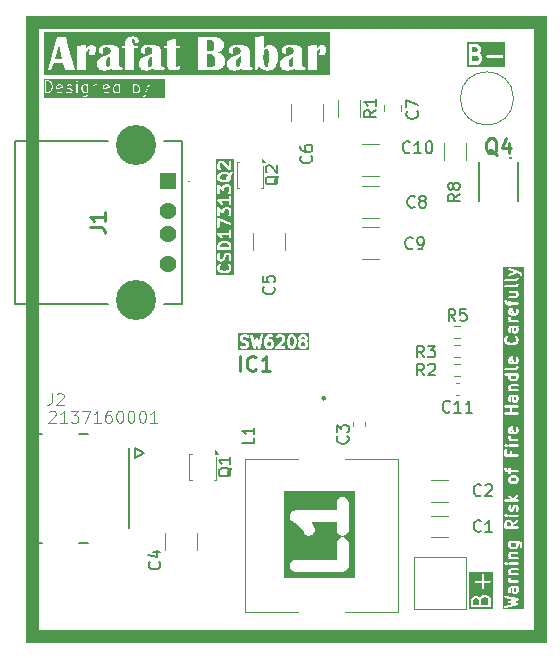
<source format=gbr>
%TF.GenerationSoftware,KiCad,Pcbnew,9.0.0*%
%TF.CreationDate,2026-01-14T01:15:15+05:30*%
%TF.ProjectId,PortablePower,506f7274-6162-46c6-9550-6f7765722e6b,rev?*%
%TF.SameCoordinates,Original*%
%TF.FileFunction,Legend,Top*%
%TF.FilePolarity,Positive*%
%FSLAX46Y46*%
G04 Gerber Fmt 4.6, Leading zero omitted, Abs format (unit mm)*
G04 Created by KiCad (PCBNEW 9.0.0) date 2026-01-14 01:15:15*
%MOMM*%
%LPD*%
G01*
G04 APERTURE LIST*
%ADD10C,0.200000*%
%ADD11C,0.400000*%
%ADD12C,0.100000*%
%ADD13C,0.250000*%
%ADD14C,0.150000*%
%ADD15C,0.254000*%
%ADD16C,1.000000*%
%ADD17C,0.300000*%
%ADD18C,0.120000*%
%ADD19R,1.431000X1.431000*%
%ADD20C,1.431000*%
%ADD21C,3.390000*%
G04 APERTURE END LIST*
D10*
G36*
X156485219Y-129495743D02*
G01*
X156485219Y-129686624D01*
X156463064Y-129730933D01*
X156418754Y-129753088D01*
X156370730Y-129753088D01*
X156326421Y-129730933D01*
X156304266Y-129686623D01*
X156304266Y-129476898D01*
X156475796Y-129476898D01*
X156485219Y-129495743D01*
G37*
G36*
X156485219Y-125686219D02*
G01*
X156485219Y-125829481D01*
X156455414Y-125889090D01*
X156430746Y-125913757D01*
X156371135Y-125943564D01*
X156132635Y-125943564D01*
X156073025Y-125913759D01*
X156048357Y-125889090D01*
X156018552Y-125829480D01*
X156018552Y-125686219D01*
X156027975Y-125667374D01*
X156475796Y-125667374D01*
X156485219Y-125686219D01*
G37*
G36*
X155954554Y-123887655D02*
G01*
X155979223Y-123912323D01*
X156009028Y-123971933D01*
X156009028Y-124229278D01*
X155685219Y-124229278D01*
X155685219Y-123971933D01*
X155715024Y-123912323D01*
X155739692Y-123887654D01*
X155799302Y-123857850D01*
X155894945Y-123857850D01*
X155954554Y-123887655D01*
G37*
G36*
X156430746Y-120125751D02*
G01*
X156455414Y-120150418D01*
X156485219Y-120210028D01*
X156485219Y-120305671D01*
X156455414Y-120365280D01*
X156430746Y-120389947D01*
X156371135Y-120419754D01*
X156132635Y-120419754D01*
X156073025Y-120389949D01*
X156048357Y-120365280D01*
X156018552Y-120305670D01*
X156018552Y-120210028D01*
X156048357Y-120150418D01*
X156073025Y-120125749D01*
X156132635Y-120095945D01*
X156371135Y-120095945D01*
X156430746Y-120125751D01*
G37*
G36*
X156129905Y-116229277D02*
G01*
X156085016Y-116229277D01*
X156040707Y-116207122D01*
X156018552Y-116162812D01*
X156018552Y-116019551D01*
X156040707Y-115975241D01*
X156075607Y-115957791D01*
X156129905Y-116229277D01*
G37*
G36*
X156485219Y-113305265D02*
G01*
X156485219Y-113496146D01*
X156463064Y-113540455D01*
X156418754Y-113562610D01*
X156370730Y-113562610D01*
X156326421Y-113540455D01*
X156304266Y-113496145D01*
X156304266Y-113286420D01*
X156475796Y-113286420D01*
X156485219Y-113305265D01*
G37*
G36*
X156485219Y-111495741D02*
G01*
X156485219Y-111639003D01*
X156455414Y-111698612D01*
X156430746Y-111723279D01*
X156371135Y-111753086D01*
X156132635Y-111753086D01*
X156073025Y-111723281D01*
X156048357Y-111698612D01*
X156018552Y-111639002D01*
X156018552Y-111495741D01*
X156027975Y-111476896D01*
X156475796Y-111476896D01*
X156485219Y-111495741D01*
G37*
G36*
X156129905Y-110324514D02*
G01*
X156085016Y-110324514D01*
X156040707Y-110302359D01*
X156018552Y-110258049D01*
X156018552Y-110114788D01*
X156040707Y-110070478D01*
X156075607Y-110053028D01*
X156129905Y-110324514D01*
G37*
G36*
X156485219Y-107448121D02*
G01*
X156485219Y-107639002D01*
X156463064Y-107683311D01*
X156418754Y-107705466D01*
X156370730Y-107705466D01*
X156326421Y-107683311D01*
X156304266Y-107639001D01*
X156304266Y-107429276D01*
X156475796Y-107429276D01*
X156485219Y-107448121D01*
G37*
G36*
X156129905Y-106181656D02*
G01*
X156085016Y-106181656D01*
X156040707Y-106159501D01*
X156018552Y-106115191D01*
X156018552Y-105971930D01*
X156040707Y-105927620D01*
X156075607Y-105910170D01*
X156129905Y-106181656D01*
G37*
G36*
X157129663Y-131254606D02*
G01*
X155374108Y-131254606D01*
X155374108Y-130182683D01*
X155485288Y-130182683D01*
X155491465Y-130221210D01*
X155511914Y-130254440D01*
X155543523Y-130277315D01*
X155562057Y-130283703D01*
X156176529Y-130430005D01*
X155845167Y-130518369D01*
X155840592Y-130520084D01*
X155838676Y-130520339D01*
X155836401Y-130521655D01*
X155826811Y-130525252D01*
X155816325Y-130533278D01*
X155804908Y-130539888D01*
X155800971Y-130545031D01*
X155795828Y-130548968D01*
X155789218Y-130560385D01*
X155781192Y-130570871D01*
X155779521Y-130577134D01*
X155776279Y-130582736D01*
X155774541Y-130595813D01*
X155771139Y-130608572D01*
X155771992Y-130614993D01*
X155771139Y-130621414D01*
X155774541Y-130634172D01*
X155776279Y-130647250D01*
X155779521Y-130652851D01*
X155781192Y-130659115D01*
X155789218Y-130669600D01*
X155795828Y-130681018D01*
X155800971Y-130684954D01*
X155804908Y-130690098D01*
X155816325Y-130696707D01*
X155826811Y-130704734D01*
X155836401Y-130708330D01*
X155838676Y-130709647D01*
X155840592Y-130709901D01*
X155845167Y-130711617D01*
X156176529Y-130799980D01*
X155562057Y-130946283D01*
X155543523Y-130952671D01*
X155511914Y-130975546D01*
X155491465Y-131008776D01*
X155485288Y-131047303D01*
X155494326Y-131085260D01*
X155517201Y-131116869D01*
X155550431Y-131137318D01*
X155588958Y-131143495D01*
X155608381Y-131140845D01*
X156608381Y-130902750D01*
X156615073Y-130900443D01*
X156617477Y-130900124D01*
X156619649Y-130898866D01*
X156626915Y-130896362D01*
X156638677Y-130887849D01*
X156651244Y-130880574D01*
X156654364Y-130876496D01*
X156658524Y-130873487D01*
X156666131Y-130861124D01*
X156674960Y-130849591D01*
X156676283Y-130844627D01*
X156678973Y-130840257D01*
X156681271Y-130825922D01*
X156685013Y-130811890D01*
X156684336Y-130806801D01*
X156685150Y-130801730D01*
X156681785Y-130787601D01*
X156679874Y-130773212D01*
X156677301Y-130768768D01*
X156676112Y-130763773D01*
X156667598Y-130752008D01*
X156660324Y-130739444D01*
X156656246Y-130736323D01*
X156653237Y-130732164D01*
X156640874Y-130724556D01*
X156629341Y-130715728D01*
X156622141Y-130713028D01*
X156620007Y-130711715D01*
X156617615Y-130711331D01*
X156610986Y-130708846D01*
X156259038Y-130614993D01*
X156610986Y-130521140D01*
X156617615Y-130518654D01*
X156620007Y-130518271D01*
X156622141Y-130516957D01*
X156629341Y-130514258D01*
X156640874Y-130505429D01*
X156653237Y-130497822D01*
X156656246Y-130493662D01*
X156660324Y-130490542D01*
X156667598Y-130477977D01*
X156676112Y-130466213D01*
X156677301Y-130461217D01*
X156679874Y-130456774D01*
X156681785Y-130442384D01*
X156685150Y-130428256D01*
X156684336Y-130423184D01*
X156685013Y-130418096D01*
X156681271Y-130404063D01*
X156678973Y-130389729D01*
X156676283Y-130385358D01*
X156674960Y-130380395D01*
X156666131Y-130368861D01*
X156658524Y-130356499D01*
X156654364Y-130353489D01*
X156651244Y-130349412D01*
X156638677Y-130342136D01*
X156626915Y-130333624D01*
X156619649Y-130331119D01*
X156617477Y-130329862D01*
X156615073Y-130329542D01*
X156608381Y-130327236D01*
X155608381Y-130089141D01*
X155588958Y-130086491D01*
X155550431Y-130092668D01*
X155517201Y-130113117D01*
X155494326Y-130144726D01*
X155485288Y-130182683D01*
X155374108Y-130182683D01*
X155374108Y-129519755D01*
X155818552Y-129519755D01*
X155818552Y-129710231D01*
X155820473Y-129729740D01*
X155821848Y-129733060D01*
X155822103Y-129736644D01*
X155829109Y-129754952D01*
X155876728Y-129850190D01*
X155887171Y-129866780D01*
X155916648Y-129892345D01*
X155953664Y-129904683D01*
X155992584Y-129901918D01*
X156027482Y-129884469D01*
X156053047Y-129854992D01*
X156065386Y-129817976D01*
X156062620Y-129779056D01*
X156055614Y-129760747D01*
X156018552Y-129686623D01*
X156018552Y-129543362D01*
X156040707Y-129499052D01*
X156085016Y-129476898D01*
X156094843Y-129476898D01*
X156104266Y-129495743D01*
X156104266Y-129710231D01*
X156106187Y-129729740D01*
X156107562Y-129733060D01*
X156107817Y-129736644D01*
X156114823Y-129754952D01*
X156162442Y-129850190D01*
X156164495Y-129853453D01*
X156165009Y-129854992D01*
X156166671Y-129856908D01*
X156172885Y-129866780D01*
X156182355Y-129874993D01*
X156190573Y-129884469D01*
X156200446Y-129890683D01*
X156202362Y-129892345D01*
X156203900Y-129892857D01*
X156207164Y-129894912D01*
X156302401Y-129942531D01*
X156320710Y-129949537D01*
X156324293Y-129949791D01*
X156327614Y-129951167D01*
X156347123Y-129953088D01*
X156442361Y-129953088D01*
X156461870Y-129951167D01*
X156465190Y-129949791D01*
X156468773Y-129949537D01*
X156487082Y-129942531D01*
X156582321Y-129894912D01*
X156585584Y-129892858D01*
X156587123Y-129892345D01*
X156589039Y-129890682D01*
X156598911Y-129884469D01*
X156607125Y-129874997D01*
X156616600Y-129866781D01*
X156622812Y-129856910D01*
X156624476Y-129854993D01*
X156624989Y-129853452D01*
X156627043Y-129850190D01*
X156674662Y-129754953D01*
X156681668Y-129736644D01*
X156681922Y-129733060D01*
X156683298Y-129729740D01*
X156685219Y-129710231D01*
X156685219Y-129472136D01*
X156683298Y-129452627D01*
X156681922Y-129449306D01*
X156681668Y-129445723D01*
X156674662Y-129427414D01*
X156672360Y-129422811D01*
X156683298Y-129396407D01*
X156683298Y-129357389D01*
X156668366Y-129321341D01*
X156640776Y-129293751D01*
X156604728Y-129278819D01*
X156585219Y-129276898D01*
X156061409Y-129276898D01*
X156041900Y-129278819D01*
X156038579Y-129280194D01*
X156034996Y-129280449D01*
X156016687Y-129287455D01*
X155921450Y-129335074D01*
X155918186Y-129337128D01*
X155916648Y-129337641D01*
X155914732Y-129339302D01*
X155904859Y-129345517D01*
X155896641Y-129354992D01*
X155887171Y-129363206D01*
X155880957Y-129373077D01*
X155879295Y-129374994D01*
X155878781Y-129376532D01*
X155876728Y-129379796D01*
X155829109Y-129475034D01*
X155822103Y-129493342D01*
X155821848Y-129496925D01*
X155820473Y-129500246D01*
X155818552Y-129519755D01*
X155374108Y-129519755D01*
X155374108Y-128614993D01*
X155818552Y-128614993D01*
X155818552Y-128710231D01*
X155820473Y-128729740D01*
X155821848Y-128733060D01*
X155822103Y-128736644D01*
X155829109Y-128754952D01*
X155861273Y-128819281D01*
X155835405Y-128845150D01*
X155820473Y-128881198D01*
X155820473Y-128920216D01*
X155835405Y-128956264D01*
X155862995Y-128983854D01*
X155899043Y-128998786D01*
X155918552Y-129000707D01*
X156585219Y-129000707D01*
X156604728Y-128998786D01*
X156640776Y-128983854D01*
X156668366Y-128956264D01*
X156683298Y-128920216D01*
X156683298Y-128881198D01*
X156668366Y-128845150D01*
X156640776Y-128817560D01*
X156604728Y-128802628D01*
X156585219Y-128800707D01*
X156132635Y-128800707D01*
X156073025Y-128770902D01*
X156048357Y-128746233D01*
X156018552Y-128686623D01*
X156018552Y-128614993D01*
X156016631Y-128595484D01*
X156001699Y-128559436D01*
X155974109Y-128531846D01*
X155938061Y-128516914D01*
X155899043Y-128516914D01*
X155862995Y-128531846D01*
X155835405Y-128559436D01*
X155820473Y-128595484D01*
X155818552Y-128614993D01*
X155374108Y-128614993D01*
X155374108Y-127995945D01*
X155818552Y-127995945D01*
X155818552Y-128138802D01*
X155820473Y-128158311D01*
X155821848Y-128161631D01*
X155822103Y-128165215D01*
X155829109Y-128183523D01*
X155845400Y-128216106D01*
X155835405Y-128226102D01*
X155820473Y-128262150D01*
X155820473Y-128301168D01*
X155835405Y-128337216D01*
X155862995Y-128364806D01*
X155899043Y-128379738D01*
X155918552Y-128381659D01*
X156585219Y-128381659D01*
X156604728Y-128379738D01*
X156640776Y-128364806D01*
X156668366Y-128337216D01*
X156683298Y-128301168D01*
X156683298Y-128262150D01*
X156668366Y-128226102D01*
X156640776Y-128198512D01*
X156604728Y-128183580D01*
X156585219Y-128181659D01*
X156055212Y-128181659D01*
X156048357Y-128174804D01*
X156018552Y-128115194D01*
X156018552Y-128019552D01*
X156040707Y-127975242D01*
X156085016Y-127953088D01*
X156585219Y-127953088D01*
X156604728Y-127951167D01*
X156640776Y-127936235D01*
X156668366Y-127908645D01*
X156683298Y-127872597D01*
X156683298Y-127833579D01*
X156668366Y-127797531D01*
X156640776Y-127769941D01*
X156604728Y-127755009D01*
X156585219Y-127753088D01*
X156061409Y-127753088D01*
X156041900Y-127755009D01*
X156038579Y-127756384D01*
X156034996Y-127756639D01*
X156016687Y-127763645D01*
X155921450Y-127811264D01*
X155918186Y-127813318D01*
X155916648Y-127813831D01*
X155914732Y-127815492D01*
X155904859Y-127821707D01*
X155896641Y-127831182D01*
X155887171Y-127839396D01*
X155880957Y-127849267D01*
X155879295Y-127851184D01*
X155878781Y-127852722D01*
X155876728Y-127855986D01*
X155829109Y-127951224D01*
X155822103Y-127969532D01*
X155821848Y-127973115D01*
X155820473Y-127976436D01*
X155818552Y-127995945D01*
X155374108Y-127995945D01*
X155374108Y-127357388D01*
X155487140Y-127357388D01*
X155487140Y-127396406D01*
X155502072Y-127432454D01*
X155514508Y-127447608D01*
X155562127Y-127495226D01*
X155577280Y-127507663D01*
X155587838Y-127512036D01*
X155613329Y-127522595D01*
X155652347Y-127522595D01*
X155688395Y-127507663D01*
X155703549Y-127495227D01*
X155751167Y-127447608D01*
X155763604Y-127432455D01*
X155774973Y-127405007D01*
X155778536Y-127396406D01*
X155778536Y-127357388D01*
X155820473Y-127357388D01*
X155820473Y-127396406D01*
X155835405Y-127432454D01*
X155862995Y-127460044D01*
X155899043Y-127474976D01*
X155918552Y-127476897D01*
X156585219Y-127476897D01*
X156604728Y-127474976D01*
X156640776Y-127460044D01*
X156668366Y-127432454D01*
X156683298Y-127396406D01*
X156683298Y-127357388D01*
X156668366Y-127321340D01*
X156640776Y-127293750D01*
X156604728Y-127278818D01*
X156585219Y-127276897D01*
X155918552Y-127276897D01*
X155899043Y-127278818D01*
X155862995Y-127293750D01*
X155835405Y-127321340D01*
X155820473Y-127357388D01*
X155778536Y-127357388D01*
X155763604Y-127321340D01*
X155763604Y-127321339D01*
X155751167Y-127306186D01*
X155703549Y-127258567D01*
X155688395Y-127246131D01*
X155652347Y-127231199D01*
X155613329Y-127231199D01*
X155587838Y-127241757D01*
X155577280Y-127246131D01*
X155562127Y-127258568D01*
X155514508Y-127306186D01*
X155502073Y-127321339D01*
X155502072Y-127321340D01*
X155487140Y-127357388D01*
X155374108Y-127357388D01*
X155374108Y-126614993D01*
X155818552Y-126614993D01*
X155818552Y-126757850D01*
X155820473Y-126777359D01*
X155821848Y-126780679D01*
X155822103Y-126784263D01*
X155829109Y-126802571D01*
X155845400Y-126835154D01*
X155835405Y-126845150D01*
X155820473Y-126881198D01*
X155820473Y-126920216D01*
X155835405Y-126956264D01*
X155862995Y-126983854D01*
X155899043Y-126998786D01*
X155918552Y-127000707D01*
X156585219Y-127000707D01*
X156604728Y-126998786D01*
X156640776Y-126983854D01*
X156668366Y-126956264D01*
X156683298Y-126920216D01*
X156683298Y-126881198D01*
X156668366Y-126845150D01*
X156640776Y-126817560D01*
X156604728Y-126802628D01*
X156585219Y-126800707D01*
X156055212Y-126800707D01*
X156048357Y-126793852D01*
X156018552Y-126734242D01*
X156018552Y-126638600D01*
X156040707Y-126594290D01*
X156085016Y-126572136D01*
X156585219Y-126572136D01*
X156604728Y-126570215D01*
X156640776Y-126555283D01*
X156668366Y-126527693D01*
X156683298Y-126491645D01*
X156683298Y-126452627D01*
X156668366Y-126416579D01*
X156640776Y-126388989D01*
X156604728Y-126374057D01*
X156585219Y-126372136D01*
X156061409Y-126372136D01*
X156041900Y-126374057D01*
X156038579Y-126375432D01*
X156034996Y-126375687D01*
X156016687Y-126382693D01*
X155921450Y-126430312D01*
X155918186Y-126432366D01*
X155916648Y-126432879D01*
X155914732Y-126434540D01*
X155904859Y-126440755D01*
X155896641Y-126450230D01*
X155887171Y-126458444D01*
X155880957Y-126468315D01*
X155879295Y-126470232D01*
X155878781Y-126471770D01*
X155876728Y-126475034D01*
X155829109Y-126570272D01*
X155822103Y-126588580D01*
X155821848Y-126592163D01*
X155820473Y-126595484D01*
X155818552Y-126614993D01*
X155374108Y-126614993D01*
X155374108Y-125662612D01*
X155818552Y-125662612D01*
X155818552Y-125853088D01*
X155820473Y-125872597D01*
X155821848Y-125875917D01*
X155822103Y-125879501D01*
X155829109Y-125897809D01*
X155876728Y-125993047D01*
X155882013Y-126001443D01*
X155883024Y-126003883D01*
X155885277Y-126006629D01*
X155887171Y-126009637D01*
X155889165Y-126011366D01*
X155895460Y-126019037D01*
X155943079Y-126066655D01*
X155950745Y-126072947D01*
X155952478Y-126074945D01*
X155955486Y-126076838D01*
X155958232Y-126079092D01*
X155960672Y-126080102D01*
X155969069Y-126085388D01*
X156064306Y-126133007D01*
X156082615Y-126140013D01*
X156086198Y-126140267D01*
X156089519Y-126141643D01*
X156109028Y-126143564D01*
X156394742Y-126143564D01*
X156414251Y-126141643D01*
X156417571Y-126140267D01*
X156421155Y-126140013D01*
X156439463Y-126133007D01*
X156534701Y-126085388D01*
X156543093Y-126080104D01*
X156545537Y-126079093D01*
X156548286Y-126076836D01*
X156551291Y-126074945D01*
X156553020Y-126072950D01*
X156560690Y-126066656D01*
X156608310Y-126019038D01*
X156614603Y-126011369D01*
X156616600Y-126009638D01*
X156618493Y-126006629D01*
X156620747Y-126003884D01*
X156621757Y-126001443D01*
X156627043Y-125993047D01*
X156674662Y-125897810D01*
X156681668Y-125879501D01*
X156681922Y-125875917D01*
X156683298Y-125872597D01*
X156685219Y-125853088D01*
X156685219Y-125667374D01*
X156704469Y-125667374D01*
X156764078Y-125697179D01*
X156788747Y-125721847D01*
X156818552Y-125781457D01*
X156818552Y-125877100D01*
X156781490Y-125951224D01*
X156774484Y-125969532D01*
X156771718Y-126008452D01*
X156784057Y-126045468D01*
X156809621Y-126074945D01*
X156844520Y-126092394D01*
X156883440Y-126095160D01*
X156920456Y-126082821D01*
X156949933Y-126057257D01*
X156960376Y-126040666D01*
X157007995Y-125945429D01*
X157015001Y-125927120D01*
X157015255Y-125923536D01*
X157016631Y-125920216D01*
X157018552Y-125900707D01*
X157018552Y-125757850D01*
X157016631Y-125738341D01*
X157015255Y-125735020D01*
X157015001Y-125731437D01*
X157007995Y-125713128D01*
X156960376Y-125617891D01*
X156955090Y-125609494D01*
X156954080Y-125607054D01*
X156951826Y-125604308D01*
X156949933Y-125601300D01*
X156947935Y-125599567D01*
X156941643Y-125591901D01*
X156894025Y-125544282D01*
X156886354Y-125537987D01*
X156884625Y-125535993D01*
X156881617Y-125534099D01*
X156878871Y-125531846D01*
X156876431Y-125530835D01*
X156868035Y-125525550D01*
X156772797Y-125477931D01*
X156754489Y-125470925D01*
X156750905Y-125470670D01*
X156747585Y-125469295D01*
X156728076Y-125467374D01*
X155918552Y-125467374D01*
X155899043Y-125469295D01*
X155862995Y-125484227D01*
X155835405Y-125511817D01*
X155820473Y-125547865D01*
X155820473Y-125586883D01*
X155831410Y-125613287D01*
X155829109Y-125617891D01*
X155822103Y-125636199D01*
X155821848Y-125639782D01*
X155820473Y-125643103D01*
X155818552Y-125662612D01*
X155374108Y-125662612D01*
X155374108Y-123948326D01*
X155485219Y-123948326D01*
X155485219Y-124329278D01*
X155487140Y-124348787D01*
X155502072Y-124384835D01*
X155529662Y-124412425D01*
X155565710Y-124427357D01*
X155585219Y-124429278D01*
X156585219Y-124429278D01*
X156604728Y-124427357D01*
X156640776Y-124412425D01*
X156668366Y-124384835D01*
X156683298Y-124348787D01*
X156683298Y-124309769D01*
X156668366Y-124273721D01*
X156640776Y-124246131D01*
X156604728Y-124231199D01*
X156585219Y-124229278D01*
X156209028Y-124229278D01*
X156209028Y-124143248D01*
X156642565Y-123839773D01*
X156657446Y-123827012D01*
X156678415Y-123794107D01*
X156685196Y-123755682D01*
X156676756Y-123717588D01*
X156654381Y-123685623D01*
X156621476Y-123664654D01*
X156583052Y-123657873D01*
X156544957Y-123666313D01*
X156527873Y-123675927D01*
X156199347Y-123905894D01*
X156198471Y-123903604D01*
X156150852Y-123808367D01*
X156145566Y-123799970D01*
X156144556Y-123797530D01*
X156142302Y-123794784D01*
X156140409Y-123791776D01*
X156138411Y-123790043D01*
X156132119Y-123782377D01*
X156084501Y-123734758D01*
X156076830Y-123728463D01*
X156075101Y-123726469D01*
X156072093Y-123724575D01*
X156069347Y-123722322D01*
X156066907Y-123721311D01*
X156058511Y-123716026D01*
X155963273Y-123668407D01*
X155944965Y-123661401D01*
X155941381Y-123661146D01*
X155938061Y-123659771D01*
X155918552Y-123657850D01*
X155775695Y-123657850D01*
X155756186Y-123659771D01*
X155752865Y-123661146D01*
X155749282Y-123661401D01*
X155730973Y-123668407D01*
X155635736Y-123716026D01*
X155627339Y-123721311D01*
X155624899Y-123722322D01*
X155622153Y-123724575D01*
X155619145Y-123726469D01*
X155617412Y-123728466D01*
X155609746Y-123734759D01*
X155562127Y-123782377D01*
X155555832Y-123790047D01*
X155553838Y-123791777D01*
X155551944Y-123794784D01*
X155549691Y-123797531D01*
X155548680Y-123799970D01*
X155543395Y-123808367D01*
X155495776Y-123903605D01*
X155488770Y-123921913D01*
X155488515Y-123925496D01*
X155487140Y-123928817D01*
X155485219Y-123948326D01*
X155374108Y-123948326D01*
X155374108Y-123309769D01*
X155487140Y-123309769D01*
X155487140Y-123348787D01*
X155502072Y-123384835D01*
X155514508Y-123399989D01*
X155562127Y-123447607D01*
X155577280Y-123460044D01*
X155587838Y-123464417D01*
X155613329Y-123474976D01*
X155652347Y-123474976D01*
X155688395Y-123460044D01*
X155703549Y-123447608D01*
X155751167Y-123399989D01*
X155763604Y-123384836D01*
X155774973Y-123357388D01*
X155778536Y-123348787D01*
X155778536Y-123309769D01*
X155820473Y-123309769D01*
X155820473Y-123348787D01*
X155835405Y-123384835D01*
X155862995Y-123412425D01*
X155899043Y-123427357D01*
X155918552Y-123429278D01*
X156585219Y-123429278D01*
X156604728Y-123427357D01*
X156640776Y-123412425D01*
X156668366Y-123384835D01*
X156683298Y-123348787D01*
X156683298Y-123309769D01*
X156668366Y-123273721D01*
X156640776Y-123246131D01*
X156604728Y-123231199D01*
X156585219Y-123229278D01*
X155918552Y-123229278D01*
X155899043Y-123231199D01*
X155862995Y-123246131D01*
X155835405Y-123273721D01*
X155820473Y-123309769D01*
X155778536Y-123309769D01*
X155763604Y-123273721D01*
X155763604Y-123273720D01*
X155751167Y-123258567D01*
X155703549Y-123210948D01*
X155688395Y-123198512D01*
X155652347Y-123183580D01*
X155613329Y-123183580D01*
X155587838Y-123194138D01*
X155577280Y-123198512D01*
X155562127Y-123210949D01*
X155514508Y-123258567D01*
X155502073Y-123273720D01*
X155502072Y-123273721D01*
X155487140Y-123309769D01*
X155374108Y-123309769D01*
X155374108Y-122614993D01*
X155818552Y-122614993D01*
X155818552Y-122757850D01*
X155820473Y-122777359D01*
X155821848Y-122780679D01*
X155822103Y-122784263D01*
X155829109Y-122802571D01*
X155876728Y-122897809D01*
X155878781Y-122901072D01*
X155879295Y-122902611D01*
X155880957Y-122904527D01*
X155887171Y-122914399D01*
X155896641Y-122922612D01*
X155904859Y-122932088D01*
X155914732Y-122938302D01*
X155916648Y-122939964D01*
X155918186Y-122940476D01*
X155921450Y-122942531D01*
X156016687Y-122990150D01*
X156034996Y-122997156D01*
X156038579Y-122997410D01*
X156041900Y-122998786D01*
X156061409Y-123000707D01*
X156109028Y-123000707D01*
X156128537Y-122998786D01*
X156131857Y-122997410D01*
X156135441Y-122997156D01*
X156153749Y-122990150D01*
X156248987Y-122942531D01*
X156252250Y-122940477D01*
X156253789Y-122939964D01*
X156255705Y-122938301D01*
X156265577Y-122932088D01*
X156273790Y-122922617D01*
X156283266Y-122914400D01*
X156289480Y-122904526D01*
X156291142Y-122902611D01*
X156291654Y-122901072D01*
X156293709Y-122897809D01*
X156341328Y-122802572D01*
X156348334Y-122784263D01*
X156348588Y-122780679D01*
X156349964Y-122777359D01*
X156351885Y-122757850D01*
X156351885Y-122638600D01*
X156374040Y-122594290D01*
X156418349Y-122572136D01*
X156418754Y-122572136D01*
X156463064Y-122594290D01*
X156485219Y-122638600D01*
X156485219Y-122781862D01*
X156448157Y-122855986D01*
X156441151Y-122874294D01*
X156438385Y-122913214D01*
X156450724Y-122950230D01*
X156476288Y-122979707D01*
X156511187Y-122997156D01*
X156550107Y-122999922D01*
X156587123Y-122987583D01*
X156616600Y-122962019D01*
X156627043Y-122945428D01*
X156674662Y-122850191D01*
X156681668Y-122831882D01*
X156681922Y-122828298D01*
X156683298Y-122824978D01*
X156685219Y-122805469D01*
X156685219Y-122614993D01*
X156683298Y-122595484D01*
X156681922Y-122592163D01*
X156681668Y-122588580D01*
X156674662Y-122570271D01*
X156627043Y-122475034D01*
X156624989Y-122471771D01*
X156624476Y-122470231D01*
X156622812Y-122468313D01*
X156616600Y-122458443D01*
X156607125Y-122450226D01*
X156598911Y-122440755D01*
X156589039Y-122434541D01*
X156587123Y-122432879D01*
X156585584Y-122432365D01*
X156582321Y-122430312D01*
X156487082Y-122382693D01*
X156468773Y-122375687D01*
X156465190Y-122375432D01*
X156461870Y-122374057D01*
X156442361Y-122372136D01*
X156394742Y-122372136D01*
X156375233Y-122374057D01*
X156371912Y-122375432D01*
X156368329Y-122375687D01*
X156350020Y-122382693D01*
X156254783Y-122430312D01*
X156251519Y-122432366D01*
X156249981Y-122432879D01*
X156248065Y-122434540D01*
X156238192Y-122440755D01*
X156229974Y-122450230D01*
X156220504Y-122458444D01*
X156214290Y-122468315D01*
X156212628Y-122470232D01*
X156212114Y-122471770D01*
X156210061Y-122475034D01*
X156162442Y-122570272D01*
X156155436Y-122588580D01*
X156155181Y-122592163D01*
X156153806Y-122595484D01*
X156151885Y-122614993D01*
X156151885Y-122734243D01*
X156129730Y-122778551D01*
X156085421Y-122800707D01*
X156085016Y-122800707D01*
X156040707Y-122778552D01*
X156018552Y-122734242D01*
X156018552Y-122638600D01*
X156055614Y-122564477D01*
X156062620Y-122546168D01*
X156065386Y-122507248D01*
X156053047Y-122470232D01*
X156027482Y-122440755D01*
X155992584Y-122423306D01*
X155953664Y-122420541D01*
X155916648Y-122432879D01*
X155887171Y-122458444D01*
X155876728Y-122475034D01*
X155829109Y-122570272D01*
X155822103Y-122588580D01*
X155821848Y-122592163D01*
X155820473Y-122595484D01*
X155818552Y-122614993D01*
X155374108Y-122614993D01*
X155374108Y-122024055D01*
X155487140Y-122024055D01*
X155487140Y-122063073D01*
X155502072Y-122099121D01*
X155529662Y-122126711D01*
X155565710Y-122141643D01*
X155585219Y-122143564D01*
X156585219Y-122143564D01*
X156604728Y-122141643D01*
X156640776Y-122126711D01*
X156668366Y-122099121D01*
X156683298Y-122063073D01*
X156683298Y-122024055D01*
X156668366Y-121988007D01*
X156640776Y-121960417D01*
X156604728Y-121945485D01*
X156585219Y-121943564D01*
X156377282Y-121943564D01*
X156645219Y-121742612D01*
X156659674Y-121729370D01*
X156679553Y-121695795D01*
X156685071Y-121657169D01*
X156675388Y-121619372D01*
X156651977Y-121588157D01*
X156618403Y-121568278D01*
X156579777Y-121562760D01*
X156541979Y-121572443D01*
X156525219Y-121582612D01*
X156213649Y-121816288D01*
X155989263Y-121591901D01*
X155974109Y-121579465D01*
X155938061Y-121564533D01*
X155899043Y-121564533D01*
X155862995Y-121579465D01*
X155835405Y-121607055D01*
X155820473Y-121643103D01*
X155820473Y-121682121D01*
X155835405Y-121718169D01*
X155847841Y-121733323D01*
X156058083Y-121943564D01*
X155585219Y-121943564D01*
X155565710Y-121945485D01*
X155529662Y-121960417D01*
X155502072Y-121988007D01*
X155487140Y-122024055D01*
X155374108Y-122024055D01*
X155374108Y-120186421D01*
X155818552Y-120186421D01*
X155818552Y-120329278D01*
X155820473Y-120348787D01*
X155821848Y-120352107D01*
X155822103Y-120355691D01*
X155829109Y-120373999D01*
X155876728Y-120469237D01*
X155882013Y-120477633D01*
X155883024Y-120480073D01*
X155885277Y-120482819D01*
X155887171Y-120485827D01*
X155889165Y-120487556D01*
X155895460Y-120495227D01*
X155943079Y-120542845D01*
X155950745Y-120549137D01*
X155952478Y-120551135D01*
X155955486Y-120553028D01*
X155958232Y-120555282D01*
X155960672Y-120556292D01*
X155969069Y-120561578D01*
X156064306Y-120609197D01*
X156082615Y-120616203D01*
X156086198Y-120616457D01*
X156089519Y-120617833D01*
X156109028Y-120619754D01*
X156394742Y-120619754D01*
X156414251Y-120617833D01*
X156417571Y-120616457D01*
X156421155Y-120616203D01*
X156439463Y-120609197D01*
X156534701Y-120561578D01*
X156543093Y-120556294D01*
X156545537Y-120555283D01*
X156548286Y-120553026D01*
X156551291Y-120551135D01*
X156553020Y-120549140D01*
X156560690Y-120542846D01*
X156608310Y-120495228D01*
X156614603Y-120487559D01*
X156616600Y-120485828D01*
X156618493Y-120482819D01*
X156620747Y-120480074D01*
X156621757Y-120477633D01*
X156627043Y-120469237D01*
X156674662Y-120374000D01*
X156681668Y-120355691D01*
X156681922Y-120352107D01*
X156683298Y-120348787D01*
X156685219Y-120329278D01*
X156685219Y-120186421D01*
X156683298Y-120166912D01*
X156681922Y-120163591D01*
X156681668Y-120160008D01*
X156674662Y-120141699D01*
X156627043Y-120046462D01*
X156621757Y-120038065D01*
X156620747Y-120035625D01*
X156618493Y-120032879D01*
X156616600Y-120029871D01*
X156614603Y-120028139D01*
X156608310Y-120020471D01*
X156560690Y-119972853D01*
X156553020Y-119966558D01*
X156551291Y-119964564D01*
X156548286Y-119962672D01*
X156545537Y-119960416D01*
X156543093Y-119959404D01*
X156534701Y-119954121D01*
X156439463Y-119906502D01*
X156421155Y-119899496D01*
X156417571Y-119899241D01*
X156414251Y-119897866D01*
X156394742Y-119895945D01*
X156109028Y-119895945D01*
X156089519Y-119897866D01*
X156086198Y-119899241D01*
X156082615Y-119899496D01*
X156064306Y-119906502D01*
X155969069Y-119954121D01*
X155960672Y-119959406D01*
X155958232Y-119960417D01*
X155955486Y-119962670D01*
X155952478Y-119964564D01*
X155950745Y-119966561D01*
X155943079Y-119972854D01*
X155895460Y-120020472D01*
X155889165Y-120028142D01*
X155887171Y-120029872D01*
X155885277Y-120032879D01*
X155883024Y-120035626D01*
X155882013Y-120038065D01*
X155876728Y-120046462D01*
X155829109Y-120141700D01*
X155822103Y-120160008D01*
X155821848Y-120163591D01*
X155820473Y-120166912D01*
X155818552Y-120186421D01*
X155374108Y-120186421D01*
X155374108Y-119329278D01*
X155485219Y-119329278D01*
X155485219Y-119424516D01*
X155487140Y-119444025D01*
X155488515Y-119447345D01*
X155488770Y-119450929D01*
X155495776Y-119469237D01*
X155543395Y-119564475D01*
X155545448Y-119567738D01*
X155545962Y-119569277D01*
X155547624Y-119571193D01*
X155553838Y-119581065D01*
X155563308Y-119589278D01*
X155571526Y-119598754D01*
X155581399Y-119604968D01*
X155583315Y-119606630D01*
X155584853Y-119607142D01*
X155588117Y-119609197D01*
X155683354Y-119656816D01*
X155701663Y-119663822D01*
X155705246Y-119664076D01*
X155708567Y-119665452D01*
X155728076Y-119667373D01*
X155818552Y-119667373D01*
X155818552Y-119710230D01*
X155820473Y-119729739D01*
X155835405Y-119765787D01*
X155862995Y-119793377D01*
X155899043Y-119808309D01*
X155938061Y-119808309D01*
X155974109Y-119793377D01*
X156001699Y-119765787D01*
X156016631Y-119729739D01*
X156018552Y-119710230D01*
X156018552Y-119667373D01*
X156585219Y-119667373D01*
X156604728Y-119665452D01*
X156640776Y-119650520D01*
X156668366Y-119622930D01*
X156683298Y-119586882D01*
X156683298Y-119547864D01*
X156668366Y-119511816D01*
X156640776Y-119484226D01*
X156604728Y-119469294D01*
X156585219Y-119467373D01*
X156018552Y-119467373D01*
X156018552Y-119329278D01*
X156016631Y-119309769D01*
X156001699Y-119273721D01*
X155974109Y-119246131D01*
X155938061Y-119231199D01*
X155899043Y-119231199D01*
X155862995Y-119246131D01*
X155835405Y-119273721D01*
X155820473Y-119309769D01*
X155818552Y-119329278D01*
X155818552Y-119467373D01*
X155751683Y-119467373D01*
X155707374Y-119445218D01*
X155685219Y-119400908D01*
X155685219Y-119329278D01*
X155683298Y-119309769D01*
X155668366Y-119273721D01*
X155640776Y-119246131D01*
X155604728Y-119231199D01*
X155565710Y-119231199D01*
X155529662Y-119246131D01*
X155502072Y-119273721D01*
X155487140Y-119309769D01*
X155485219Y-119329278D01*
X155374108Y-119329278D01*
X155374108Y-117757849D01*
X155485219Y-117757849D01*
X155485219Y-118234039D01*
X155487140Y-118253548D01*
X155502072Y-118289596D01*
X155529662Y-118317186D01*
X155565710Y-118332118D01*
X155585219Y-118334039D01*
X156585219Y-118334039D01*
X156604728Y-118332118D01*
X156640776Y-118317186D01*
X156668366Y-118289596D01*
X156683298Y-118253548D01*
X156683298Y-118214530D01*
X156668366Y-118178482D01*
X156640776Y-118150892D01*
X156604728Y-118135960D01*
X156585219Y-118134039D01*
X156161409Y-118134039D01*
X156161409Y-117900706D01*
X156159488Y-117881197D01*
X156144556Y-117845149D01*
X156116966Y-117817559D01*
X156080918Y-117802627D01*
X156041900Y-117802627D01*
X156005852Y-117817559D01*
X155978262Y-117845149D01*
X155963330Y-117881197D01*
X155961409Y-117900706D01*
X155961409Y-118134039D01*
X155685219Y-118134039D01*
X155685219Y-117757849D01*
X155683298Y-117738340D01*
X155668366Y-117702292D01*
X155640776Y-117674702D01*
X155604728Y-117659770D01*
X155565710Y-117659770D01*
X155529662Y-117674702D01*
X155502072Y-117702292D01*
X155487140Y-117738340D01*
X155485219Y-117757849D01*
X155374108Y-117757849D01*
X155374108Y-117357387D01*
X155487140Y-117357387D01*
X155487140Y-117396405D01*
X155502072Y-117432453D01*
X155514508Y-117447607D01*
X155562127Y-117495225D01*
X155577280Y-117507662D01*
X155587838Y-117512035D01*
X155613329Y-117522594D01*
X155652347Y-117522594D01*
X155688395Y-117507662D01*
X155703549Y-117495226D01*
X155751167Y-117447607D01*
X155763604Y-117432454D01*
X155774973Y-117405006D01*
X155778536Y-117396405D01*
X155778536Y-117357387D01*
X155820473Y-117357387D01*
X155820473Y-117396405D01*
X155835405Y-117432453D01*
X155862995Y-117460043D01*
X155899043Y-117474975D01*
X155918552Y-117476896D01*
X156585219Y-117476896D01*
X156604728Y-117474975D01*
X156640776Y-117460043D01*
X156668366Y-117432453D01*
X156683298Y-117396405D01*
X156683298Y-117357387D01*
X156668366Y-117321339D01*
X156640776Y-117293749D01*
X156604728Y-117278817D01*
X156585219Y-117276896D01*
X155918552Y-117276896D01*
X155899043Y-117278817D01*
X155862995Y-117293749D01*
X155835405Y-117321339D01*
X155820473Y-117357387D01*
X155778536Y-117357387D01*
X155763604Y-117321339D01*
X155763604Y-117321338D01*
X155751167Y-117306185D01*
X155703549Y-117258566D01*
X155688395Y-117246130D01*
X155652347Y-117231198D01*
X155613329Y-117231198D01*
X155587838Y-117241756D01*
X155577280Y-117246130D01*
X155562127Y-117258567D01*
X155514508Y-117306185D01*
X155502073Y-117321338D01*
X155502072Y-117321339D01*
X155487140Y-117357387D01*
X155374108Y-117357387D01*
X155374108Y-116614992D01*
X155818552Y-116614992D01*
X155818552Y-116710230D01*
X155820473Y-116729739D01*
X155821848Y-116733059D01*
X155822103Y-116736643D01*
X155829109Y-116754951D01*
X155861273Y-116819280D01*
X155835405Y-116845149D01*
X155820473Y-116881197D01*
X155820473Y-116920215D01*
X155835405Y-116956263D01*
X155862995Y-116983853D01*
X155899043Y-116998785D01*
X155918552Y-117000706D01*
X156585219Y-117000706D01*
X156604728Y-116998785D01*
X156640776Y-116983853D01*
X156668366Y-116956263D01*
X156683298Y-116920215D01*
X156683298Y-116881197D01*
X156668366Y-116845149D01*
X156640776Y-116817559D01*
X156604728Y-116802627D01*
X156585219Y-116800706D01*
X156132635Y-116800706D01*
X156073025Y-116770901D01*
X156048357Y-116746232D01*
X156018552Y-116686622D01*
X156018552Y-116614992D01*
X156016631Y-116595483D01*
X156001699Y-116559435D01*
X155974109Y-116531845D01*
X155938061Y-116516913D01*
X155899043Y-116516913D01*
X155862995Y-116531845D01*
X155835405Y-116559435D01*
X155820473Y-116595483D01*
X155818552Y-116614992D01*
X155374108Y-116614992D01*
X155374108Y-115995944D01*
X155818552Y-115995944D01*
X155818552Y-116186420D01*
X155820473Y-116205929D01*
X155821848Y-116209249D01*
X155822103Y-116212833D01*
X155829109Y-116231141D01*
X155876728Y-116326379D01*
X155878781Y-116329642D01*
X155879295Y-116331181D01*
X155880957Y-116333097D01*
X155887171Y-116342969D01*
X155896641Y-116351182D01*
X155904859Y-116360658D01*
X155914732Y-116366872D01*
X155916648Y-116368534D01*
X155918186Y-116369046D01*
X155921450Y-116371101D01*
X156016687Y-116418720D01*
X156034996Y-116425726D01*
X156038579Y-116425980D01*
X156041900Y-116427356D01*
X156061409Y-116429277D01*
X156251990Y-116429277D01*
X156442361Y-116429277D01*
X156461870Y-116427356D01*
X156465190Y-116425980D01*
X156468773Y-116425726D01*
X156487082Y-116418720D01*
X156582321Y-116371101D01*
X156585584Y-116369047D01*
X156587123Y-116368534D01*
X156589039Y-116366871D01*
X156598911Y-116360658D01*
X156607125Y-116351186D01*
X156616600Y-116342970D01*
X156622812Y-116333099D01*
X156624476Y-116331182D01*
X156624989Y-116329641D01*
X156627043Y-116326379D01*
X156674662Y-116231142D01*
X156681668Y-116212833D01*
X156681922Y-116209249D01*
X156683298Y-116205929D01*
X156685219Y-116186420D01*
X156685219Y-115995944D01*
X156683298Y-115976435D01*
X156681922Y-115973114D01*
X156681668Y-115969531D01*
X156674662Y-115951222D01*
X156627043Y-115855985D01*
X156616600Y-115839394D01*
X156587123Y-115813830D01*
X156550107Y-115801491D01*
X156511187Y-115804257D01*
X156476288Y-115821706D01*
X156450724Y-115851183D01*
X156438385Y-115888199D01*
X156441151Y-115927119D01*
X156448157Y-115945427D01*
X156485219Y-116019551D01*
X156485219Y-116162813D01*
X156463064Y-116207122D01*
X156418754Y-116229277D01*
X156333865Y-116229277D01*
X156254705Y-115833475D01*
X156248995Y-115814722D01*
X156243543Y-115806581D01*
X156239794Y-115797530D01*
X156232794Y-115790530D01*
X156227284Y-115782302D01*
X156219130Y-115776866D01*
X156212204Y-115769940D01*
X156203057Y-115766151D01*
X156194819Y-115760659D01*
X156185208Y-115758757D01*
X156176156Y-115755008D01*
X156156647Y-115753087D01*
X156061409Y-115753087D01*
X156041900Y-115755008D01*
X156038579Y-115756383D01*
X156034996Y-115756638D01*
X156016687Y-115763644D01*
X155921450Y-115811263D01*
X155918186Y-115813317D01*
X155916648Y-115813830D01*
X155914732Y-115815491D01*
X155904859Y-115821706D01*
X155896641Y-115831181D01*
X155887171Y-115839395D01*
X155880957Y-115849266D01*
X155879295Y-115851183D01*
X155878781Y-115852721D01*
X155876728Y-115855985D01*
X155829109Y-115951223D01*
X155822103Y-115969531D01*
X155821848Y-115973114D01*
X155820473Y-115976435D01*
X155818552Y-115995944D01*
X155374108Y-115995944D01*
X155374108Y-114071673D01*
X155487140Y-114071673D01*
X155487140Y-114110691D01*
X155502072Y-114146739D01*
X155529662Y-114174329D01*
X155565710Y-114189261D01*
X155585219Y-114191182D01*
X155961409Y-114191182D01*
X155961409Y-114562610D01*
X155585219Y-114562610D01*
X155565710Y-114564531D01*
X155529662Y-114579463D01*
X155502072Y-114607053D01*
X155487140Y-114643101D01*
X155487140Y-114682119D01*
X155502072Y-114718167D01*
X155529662Y-114745757D01*
X155565710Y-114760689D01*
X155585219Y-114762610D01*
X156585219Y-114762610D01*
X156604728Y-114760689D01*
X156640776Y-114745757D01*
X156668366Y-114718167D01*
X156683298Y-114682119D01*
X156683298Y-114643101D01*
X156668366Y-114607053D01*
X156640776Y-114579463D01*
X156604728Y-114564531D01*
X156585219Y-114562610D01*
X156161409Y-114562610D01*
X156161409Y-114191182D01*
X156585219Y-114191182D01*
X156604728Y-114189261D01*
X156640776Y-114174329D01*
X156668366Y-114146739D01*
X156683298Y-114110691D01*
X156683298Y-114071673D01*
X156668366Y-114035625D01*
X156640776Y-114008035D01*
X156604728Y-113993103D01*
X156585219Y-113991182D01*
X155585219Y-113991182D01*
X155565710Y-113993103D01*
X155529662Y-114008035D01*
X155502072Y-114035625D01*
X155487140Y-114071673D01*
X155374108Y-114071673D01*
X155374108Y-113329277D01*
X155818552Y-113329277D01*
X155818552Y-113519753D01*
X155820473Y-113539262D01*
X155821848Y-113542582D01*
X155822103Y-113546166D01*
X155829109Y-113564474D01*
X155876728Y-113659712D01*
X155887171Y-113676302D01*
X155916648Y-113701867D01*
X155953664Y-113714205D01*
X155992584Y-113711440D01*
X156027482Y-113693991D01*
X156053047Y-113664514D01*
X156065386Y-113627498D01*
X156062620Y-113588578D01*
X156055614Y-113570269D01*
X156018552Y-113496145D01*
X156018552Y-113352884D01*
X156040707Y-113308574D01*
X156085016Y-113286420D01*
X156094843Y-113286420D01*
X156104266Y-113305265D01*
X156104266Y-113519753D01*
X156106187Y-113539262D01*
X156107562Y-113542582D01*
X156107817Y-113546166D01*
X156114823Y-113564474D01*
X156162442Y-113659712D01*
X156164495Y-113662975D01*
X156165009Y-113664514D01*
X156166671Y-113666430D01*
X156172885Y-113676302D01*
X156182355Y-113684515D01*
X156190573Y-113693991D01*
X156200446Y-113700205D01*
X156202362Y-113701867D01*
X156203900Y-113702379D01*
X156207164Y-113704434D01*
X156302401Y-113752053D01*
X156320710Y-113759059D01*
X156324293Y-113759313D01*
X156327614Y-113760689D01*
X156347123Y-113762610D01*
X156442361Y-113762610D01*
X156461870Y-113760689D01*
X156465190Y-113759313D01*
X156468773Y-113759059D01*
X156487082Y-113752053D01*
X156582321Y-113704434D01*
X156585584Y-113702380D01*
X156587123Y-113701867D01*
X156589039Y-113700204D01*
X156598911Y-113693991D01*
X156607125Y-113684519D01*
X156616600Y-113676303D01*
X156622812Y-113666432D01*
X156624476Y-113664515D01*
X156624989Y-113662974D01*
X156627043Y-113659712D01*
X156674662Y-113564475D01*
X156681668Y-113546166D01*
X156681922Y-113542582D01*
X156683298Y-113539262D01*
X156685219Y-113519753D01*
X156685219Y-113281658D01*
X156683298Y-113262149D01*
X156681922Y-113258828D01*
X156681668Y-113255245D01*
X156674662Y-113236936D01*
X156672360Y-113232333D01*
X156683298Y-113205929D01*
X156683298Y-113166911D01*
X156668366Y-113130863D01*
X156640776Y-113103273D01*
X156604728Y-113088341D01*
X156585219Y-113086420D01*
X156061409Y-113086420D01*
X156041900Y-113088341D01*
X156038579Y-113089716D01*
X156034996Y-113089971D01*
X156016687Y-113096977D01*
X155921450Y-113144596D01*
X155918186Y-113146650D01*
X155916648Y-113147163D01*
X155914732Y-113148824D01*
X155904859Y-113155039D01*
X155896641Y-113164514D01*
X155887171Y-113172728D01*
X155880957Y-113182599D01*
X155879295Y-113184516D01*
X155878781Y-113186054D01*
X155876728Y-113189318D01*
X155829109Y-113284556D01*
X155822103Y-113302864D01*
X155821848Y-113306447D01*
X155820473Y-113309768D01*
X155818552Y-113329277D01*
X155374108Y-113329277D01*
X155374108Y-112424515D01*
X155818552Y-112424515D01*
X155818552Y-112567372D01*
X155820473Y-112586881D01*
X155821848Y-112590201D01*
X155822103Y-112593785D01*
X155829109Y-112612093D01*
X155845400Y-112644676D01*
X155835405Y-112654672D01*
X155820473Y-112690720D01*
X155820473Y-112729738D01*
X155835405Y-112765786D01*
X155862995Y-112793376D01*
X155899043Y-112808308D01*
X155918552Y-112810229D01*
X156585219Y-112810229D01*
X156604728Y-112808308D01*
X156640776Y-112793376D01*
X156668366Y-112765786D01*
X156683298Y-112729738D01*
X156683298Y-112690720D01*
X156668366Y-112654672D01*
X156640776Y-112627082D01*
X156604728Y-112612150D01*
X156585219Y-112610229D01*
X156055212Y-112610229D01*
X156048357Y-112603374D01*
X156018552Y-112543764D01*
X156018552Y-112448122D01*
X156040707Y-112403812D01*
X156085016Y-112381658D01*
X156585219Y-112381658D01*
X156604728Y-112379737D01*
X156640776Y-112364805D01*
X156668366Y-112337215D01*
X156683298Y-112301167D01*
X156683298Y-112262149D01*
X156668366Y-112226101D01*
X156640776Y-112198511D01*
X156604728Y-112183579D01*
X156585219Y-112181658D01*
X156061409Y-112181658D01*
X156041900Y-112183579D01*
X156038579Y-112184954D01*
X156034996Y-112185209D01*
X156016687Y-112192215D01*
X155921450Y-112239834D01*
X155918186Y-112241888D01*
X155916648Y-112242401D01*
X155914732Y-112244062D01*
X155904859Y-112250277D01*
X155896641Y-112259752D01*
X155887171Y-112267966D01*
X155880957Y-112277837D01*
X155879295Y-112279754D01*
X155878781Y-112281292D01*
X155876728Y-112284556D01*
X155829109Y-112379794D01*
X155822103Y-112398102D01*
X155821848Y-112401685D01*
X155820473Y-112405006D01*
X155818552Y-112424515D01*
X155374108Y-112424515D01*
X155374108Y-111357387D01*
X155487140Y-111357387D01*
X155487140Y-111396405D01*
X155502072Y-111432453D01*
X155529662Y-111460043D01*
X155565710Y-111474975D01*
X155585219Y-111476896D01*
X155818552Y-111476896D01*
X155818552Y-111662610D01*
X155820473Y-111682119D01*
X155821848Y-111685439D01*
X155822103Y-111689023D01*
X155829109Y-111707331D01*
X155876728Y-111802569D01*
X155882013Y-111810965D01*
X155883024Y-111813405D01*
X155885277Y-111816151D01*
X155887171Y-111819159D01*
X155889165Y-111820888D01*
X155895460Y-111828559D01*
X155943079Y-111876177D01*
X155950745Y-111882469D01*
X155952478Y-111884467D01*
X155955486Y-111886360D01*
X155958232Y-111888614D01*
X155960672Y-111889624D01*
X155969069Y-111894910D01*
X156064306Y-111942529D01*
X156082615Y-111949535D01*
X156086198Y-111949789D01*
X156089519Y-111951165D01*
X156109028Y-111953086D01*
X156394742Y-111953086D01*
X156414251Y-111951165D01*
X156417571Y-111949789D01*
X156421155Y-111949535D01*
X156439463Y-111942529D01*
X156534701Y-111894910D01*
X156543093Y-111889626D01*
X156545537Y-111888615D01*
X156548286Y-111886358D01*
X156551291Y-111884467D01*
X156553020Y-111882472D01*
X156560690Y-111876178D01*
X156608310Y-111828560D01*
X156614603Y-111820891D01*
X156616600Y-111819160D01*
X156618493Y-111816151D01*
X156620747Y-111813406D01*
X156621757Y-111810965D01*
X156627043Y-111802569D01*
X156674662Y-111707332D01*
X156681668Y-111689023D01*
X156681922Y-111685439D01*
X156683298Y-111682119D01*
X156685219Y-111662610D01*
X156685219Y-111472134D01*
X156683298Y-111452625D01*
X156681922Y-111449304D01*
X156681668Y-111445721D01*
X156674662Y-111427412D01*
X156672360Y-111422809D01*
X156683298Y-111396405D01*
X156683298Y-111357387D01*
X156668366Y-111321339D01*
X156640776Y-111293749D01*
X156604728Y-111278817D01*
X156585219Y-111276896D01*
X155585219Y-111276896D01*
X155565710Y-111278817D01*
X155529662Y-111293749D01*
X155502072Y-111321339D01*
X155487140Y-111357387D01*
X155374108Y-111357387D01*
X155374108Y-110881196D01*
X155487140Y-110881196D01*
X155487140Y-110920214D01*
X155502072Y-110956262D01*
X155529662Y-110983852D01*
X155565710Y-110998784D01*
X155585219Y-111000705D01*
X156442361Y-111000705D01*
X156461870Y-110998784D01*
X156465190Y-110997408D01*
X156468773Y-110997154D01*
X156487082Y-110990148D01*
X156582321Y-110942529D01*
X156585584Y-110940475D01*
X156587123Y-110939962D01*
X156589039Y-110938299D01*
X156598911Y-110932086D01*
X156607125Y-110922614D01*
X156616600Y-110914398D01*
X156622812Y-110904527D01*
X156624476Y-110902610D01*
X156624989Y-110901069D01*
X156627043Y-110897807D01*
X156674662Y-110802570D01*
X156681668Y-110784261D01*
X156684434Y-110745341D01*
X156672095Y-110708325D01*
X156646530Y-110678848D01*
X156611632Y-110661399D01*
X156572712Y-110658634D01*
X156535696Y-110670972D01*
X156506219Y-110696537D01*
X156495776Y-110713127D01*
X156463064Y-110778550D01*
X156418754Y-110800705D01*
X155585219Y-110800705D01*
X155565710Y-110802626D01*
X155529662Y-110817558D01*
X155502072Y-110845148D01*
X155487140Y-110881196D01*
X155374108Y-110881196D01*
X155374108Y-110091181D01*
X155818552Y-110091181D01*
X155818552Y-110281657D01*
X155820473Y-110301166D01*
X155821848Y-110304486D01*
X155822103Y-110308070D01*
X155829109Y-110326378D01*
X155876728Y-110421616D01*
X155878781Y-110424879D01*
X155879295Y-110426418D01*
X155880957Y-110428334D01*
X155887171Y-110438206D01*
X155896641Y-110446419D01*
X155904859Y-110455895D01*
X155914732Y-110462109D01*
X155916648Y-110463771D01*
X155918186Y-110464283D01*
X155921450Y-110466338D01*
X156016687Y-110513957D01*
X156034996Y-110520963D01*
X156038579Y-110521217D01*
X156041900Y-110522593D01*
X156061409Y-110524514D01*
X156251990Y-110524514D01*
X156442361Y-110524514D01*
X156461870Y-110522593D01*
X156465190Y-110521217D01*
X156468773Y-110520963D01*
X156487082Y-110513957D01*
X156582321Y-110466338D01*
X156585584Y-110464284D01*
X156587123Y-110463771D01*
X156589039Y-110462108D01*
X156598911Y-110455895D01*
X156607125Y-110446423D01*
X156616600Y-110438207D01*
X156622812Y-110428336D01*
X156624476Y-110426419D01*
X156624989Y-110424878D01*
X156627043Y-110421616D01*
X156674662Y-110326379D01*
X156681668Y-110308070D01*
X156681922Y-110304486D01*
X156683298Y-110301166D01*
X156685219Y-110281657D01*
X156685219Y-110091181D01*
X156683298Y-110071672D01*
X156681922Y-110068351D01*
X156681668Y-110064768D01*
X156674662Y-110046459D01*
X156627043Y-109951222D01*
X156616600Y-109934631D01*
X156587123Y-109909067D01*
X156550107Y-109896728D01*
X156511187Y-109899494D01*
X156476288Y-109916943D01*
X156450724Y-109946420D01*
X156438385Y-109983436D01*
X156441151Y-110022356D01*
X156448157Y-110040664D01*
X156485219Y-110114788D01*
X156485219Y-110258050D01*
X156463064Y-110302359D01*
X156418754Y-110324514D01*
X156333865Y-110324514D01*
X156254705Y-109928712D01*
X156248995Y-109909959D01*
X156243543Y-109901818D01*
X156239794Y-109892767D01*
X156232794Y-109885767D01*
X156227284Y-109877539D01*
X156219130Y-109872103D01*
X156212204Y-109865177D01*
X156203057Y-109861388D01*
X156194819Y-109855896D01*
X156185208Y-109853994D01*
X156176156Y-109850245D01*
X156156647Y-109848324D01*
X156061409Y-109848324D01*
X156041900Y-109850245D01*
X156038579Y-109851620D01*
X156034996Y-109851875D01*
X156016687Y-109858881D01*
X155921450Y-109906500D01*
X155918186Y-109908554D01*
X155916648Y-109909067D01*
X155914732Y-109910728D01*
X155904859Y-109916943D01*
X155896641Y-109926418D01*
X155887171Y-109934632D01*
X155880957Y-109944503D01*
X155879295Y-109946420D01*
X155878781Y-109947958D01*
X155876728Y-109951222D01*
X155829109Y-110046460D01*
X155822103Y-110064768D01*
X155821848Y-110068351D01*
X155820473Y-110071672D01*
X155818552Y-110091181D01*
X155374108Y-110091181D01*
X155374108Y-108376895D01*
X155485219Y-108376895D01*
X155485219Y-108472133D01*
X155486191Y-108482006D01*
X155486004Y-108484640D01*
X155486791Y-108488103D01*
X155487140Y-108491642D01*
X155488151Y-108494084D01*
X155490351Y-108503756D01*
X155537970Y-108646612D01*
X155545961Y-108664513D01*
X155548316Y-108667228D01*
X155549691Y-108670547D01*
X155562127Y-108685701D01*
X155657365Y-108780939D01*
X155665031Y-108787230D01*
X155666764Y-108789228D01*
X155669775Y-108791123D01*
X155672519Y-108793375D01*
X155674956Y-108794384D01*
X155683355Y-108799671D01*
X155778592Y-108847290D01*
X155780020Y-108847836D01*
X155780600Y-108848266D01*
X155788776Y-108851187D01*
X155796901Y-108854296D01*
X155797621Y-108854347D01*
X155799060Y-108854861D01*
X155989536Y-108902480D01*
X155992917Y-108902980D01*
X155994281Y-108903545D01*
X156001631Y-108904268D01*
X156008929Y-108905348D01*
X156010387Y-108905130D01*
X156013790Y-108905466D01*
X156156647Y-108905466D01*
X156160049Y-108905130D01*
X156161508Y-108905348D01*
X156168805Y-108904268D01*
X156176156Y-108903545D01*
X156177519Y-108902980D01*
X156180901Y-108902480D01*
X156371376Y-108854861D01*
X156372813Y-108854347D01*
X156373536Y-108854296D01*
X156381660Y-108851187D01*
X156389837Y-108848266D01*
X156390417Y-108847835D01*
X156391844Y-108847290D01*
X156487082Y-108799671D01*
X156495474Y-108794388D01*
X156497918Y-108793376D01*
X156500667Y-108791119D01*
X156503672Y-108789228D01*
X156505401Y-108787233D01*
X156513071Y-108780939D01*
X156608311Y-108685701D01*
X156620747Y-108670548D01*
X156622122Y-108667228D01*
X156624477Y-108664513D01*
X156632468Y-108646613D01*
X156680087Y-108503756D01*
X156682286Y-108494083D01*
X156683298Y-108491642D01*
X156683646Y-108488104D01*
X156684434Y-108484641D01*
X156684246Y-108482006D01*
X156685219Y-108472133D01*
X156685219Y-108376895D01*
X156684246Y-108367021D01*
X156684434Y-108364387D01*
X156683646Y-108360923D01*
X156683298Y-108357386D01*
X156682286Y-108354944D01*
X156680087Y-108345272D01*
X156632468Y-108202415D01*
X156624477Y-108184515D01*
X156622122Y-108181799D01*
X156620747Y-108178480D01*
X156608310Y-108163326D01*
X156560690Y-108115708D01*
X156545537Y-108103271D01*
X156509488Y-108088340D01*
X156470470Y-108088341D01*
X156434422Y-108103272D01*
X156406832Y-108130862D01*
X156391901Y-108166911D01*
X156391902Y-108205929D01*
X156406833Y-108241977D01*
X156419270Y-108257130D01*
X156450197Y-108288056D01*
X156485219Y-108393121D01*
X156485219Y-108455906D01*
X156450197Y-108560971D01*
X156383127Y-108628041D01*
X156312218Y-108663495D01*
X156144337Y-108705466D01*
X156026099Y-108705466D01*
X155858218Y-108663495D01*
X155787313Y-108628043D01*
X155720240Y-108560970D01*
X155685219Y-108455906D01*
X155685219Y-108393122D01*
X155720240Y-108288056D01*
X155751167Y-108257130D01*
X155763604Y-108241977D01*
X155778535Y-108205928D01*
X155778535Y-108166910D01*
X155763604Y-108130862D01*
X155736014Y-108103272D01*
X155699966Y-108088341D01*
X155660948Y-108088341D01*
X155624899Y-108103272D01*
X155609746Y-108115709D01*
X155562127Y-108163327D01*
X155549691Y-108178481D01*
X155548316Y-108181799D01*
X155545961Y-108184515D01*
X155537970Y-108202416D01*
X155490351Y-108345272D01*
X155488151Y-108354943D01*
X155487140Y-108357386D01*
X155486791Y-108360924D01*
X155486004Y-108364388D01*
X155486191Y-108367021D01*
X155485219Y-108376895D01*
X155374108Y-108376895D01*
X155374108Y-107472133D01*
X155818552Y-107472133D01*
X155818552Y-107662609D01*
X155820473Y-107682118D01*
X155821848Y-107685438D01*
X155822103Y-107689022D01*
X155829109Y-107707330D01*
X155876728Y-107802568D01*
X155887171Y-107819158D01*
X155916648Y-107844723D01*
X155953664Y-107857061D01*
X155992584Y-107854296D01*
X156027482Y-107836847D01*
X156053047Y-107807370D01*
X156065386Y-107770354D01*
X156062620Y-107731434D01*
X156055614Y-107713125D01*
X156018552Y-107639001D01*
X156018552Y-107495740D01*
X156040707Y-107451430D01*
X156085016Y-107429276D01*
X156094843Y-107429276D01*
X156104266Y-107448121D01*
X156104266Y-107662609D01*
X156106187Y-107682118D01*
X156107562Y-107685438D01*
X156107817Y-107689022D01*
X156114823Y-107707330D01*
X156162442Y-107802568D01*
X156164495Y-107805831D01*
X156165009Y-107807370D01*
X156166671Y-107809286D01*
X156172885Y-107819158D01*
X156182355Y-107827371D01*
X156190573Y-107836847D01*
X156200446Y-107843061D01*
X156202362Y-107844723D01*
X156203900Y-107845235D01*
X156207164Y-107847290D01*
X156302401Y-107894909D01*
X156320710Y-107901915D01*
X156324293Y-107902169D01*
X156327614Y-107903545D01*
X156347123Y-107905466D01*
X156442361Y-107905466D01*
X156461870Y-107903545D01*
X156465190Y-107902169D01*
X156468773Y-107901915D01*
X156487082Y-107894909D01*
X156582321Y-107847290D01*
X156585584Y-107845236D01*
X156587123Y-107844723D01*
X156589039Y-107843060D01*
X156598911Y-107836847D01*
X156607125Y-107827375D01*
X156616600Y-107819159D01*
X156622812Y-107809288D01*
X156624476Y-107807371D01*
X156624989Y-107805830D01*
X156627043Y-107802568D01*
X156674662Y-107707331D01*
X156681668Y-107689022D01*
X156681922Y-107685438D01*
X156683298Y-107682118D01*
X156685219Y-107662609D01*
X156685219Y-107424514D01*
X156683298Y-107405005D01*
X156681922Y-107401684D01*
X156681668Y-107398101D01*
X156674662Y-107379792D01*
X156672360Y-107375189D01*
X156683298Y-107348785D01*
X156683298Y-107309767D01*
X156668366Y-107273719D01*
X156640776Y-107246129D01*
X156604728Y-107231197D01*
X156585219Y-107229276D01*
X156061409Y-107229276D01*
X156041900Y-107231197D01*
X156038579Y-107232572D01*
X156034996Y-107232827D01*
X156016687Y-107239833D01*
X155921450Y-107287452D01*
X155918186Y-107289506D01*
X155916648Y-107290019D01*
X155914732Y-107291680D01*
X155904859Y-107297895D01*
X155896641Y-107307370D01*
X155887171Y-107315584D01*
X155880957Y-107325455D01*
X155879295Y-107327372D01*
X155878781Y-107328910D01*
X155876728Y-107332174D01*
X155829109Y-107427412D01*
X155822103Y-107445720D01*
X155821848Y-107449303D01*
X155820473Y-107452624D01*
X155818552Y-107472133D01*
X155374108Y-107472133D01*
X155374108Y-106567371D01*
X155818552Y-106567371D01*
X155818552Y-106662609D01*
X155820473Y-106682118D01*
X155821848Y-106685438D01*
X155822103Y-106689022D01*
X155829109Y-106707330D01*
X155861273Y-106771659D01*
X155835405Y-106797528D01*
X155820473Y-106833576D01*
X155820473Y-106872594D01*
X155835405Y-106908642D01*
X155862995Y-106936232D01*
X155899043Y-106951164D01*
X155918552Y-106953085D01*
X156585219Y-106953085D01*
X156604728Y-106951164D01*
X156640776Y-106936232D01*
X156668366Y-106908642D01*
X156683298Y-106872594D01*
X156683298Y-106833576D01*
X156668366Y-106797528D01*
X156640776Y-106769938D01*
X156604728Y-106755006D01*
X156585219Y-106753085D01*
X156132635Y-106753085D01*
X156073025Y-106723280D01*
X156048357Y-106698611D01*
X156018552Y-106639001D01*
X156018552Y-106567371D01*
X156016631Y-106547862D01*
X156001699Y-106511814D01*
X155974109Y-106484224D01*
X155938061Y-106469292D01*
X155899043Y-106469292D01*
X155862995Y-106484224D01*
X155835405Y-106511814D01*
X155820473Y-106547862D01*
X155818552Y-106567371D01*
X155374108Y-106567371D01*
X155374108Y-105948323D01*
X155818552Y-105948323D01*
X155818552Y-106138799D01*
X155820473Y-106158308D01*
X155821848Y-106161628D01*
X155822103Y-106165212D01*
X155829109Y-106183520D01*
X155876728Y-106278758D01*
X155878781Y-106282021D01*
X155879295Y-106283560D01*
X155880957Y-106285476D01*
X155887171Y-106295348D01*
X155896641Y-106303561D01*
X155904859Y-106313037D01*
X155914732Y-106319251D01*
X155916648Y-106320913D01*
X155918186Y-106321425D01*
X155921450Y-106323480D01*
X156016687Y-106371099D01*
X156034996Y-106378105D01*
X156038579Y-106378359D01*
X156041900Y-106379735D01*
X156061409Y-106381656D01*
X156251990Y-106381656D01*
X156442361Y-106381656D01*
X156461870Y-106379735D01*
X156465190Y-106378359D01*
X156468773Y-106378105D01*
X156487082Y-106371099D01*
X156582321Y-106323480D01*
X156585584Y-106321426D01*
X156587123Y-106320913D01*
X156589039Y-106319250D01*
X156598911Y-106313037D01*
X156607125Y-106303565D01*
X156616600Y-106295349D01*
X156622812Y-106285478D01*
X156624476Y-106283561D01*
X156624989Y-106282020D01*
X156627043Y-106278758D01*
X156674662Y-106183521D01*
X156681668Y-106165212D01*
X156681922Y-106161628D01*
X156683298Y-106158308D01*
X156685219Y-106138799D01*
X156685219Y-105948323D01*
X156683298Y-105928814D01*
X156681922Y-105925493D01*
X156681668Y-105921910D01*
X156674662Y-105903601D01*
X156627043Y-105808364D01*
X156616600Y-105791773D01*
X156587123Y-105766209D01*
X156550107Y-105753870D01*
X156511187Y-105756636D01*
X156476288Y-105774085D01*
X156450724Y-105803562D01*
X156438385Y-105840578D01*
X156441151Y-105879498D01*
X156448157Y-105897806D01*
X156485219Y-105971930D01*
X156485219Y-106115192D01*
X156463064Y-106159501D01*
X156418754Y-106181656D01*
X156333865Y-106181656D01*
X156254705Y-105785854D01*
X156248995Y-105767101D01*
X156243543Y-105758960D01*
X156239794Y-105749909D01*
X156232794Y-105742909D01*
X156227284Y-105734681D01*
X156219130Y-105729245D01*
X156212204Y-105722319D01*
X156203057Y-105718530D01*
X156194819Y-105713038D01*
X156185208Y-105711136D01*
X156176156Y-105707387D01*
X156156647Y-105705466D01*
X156061409Y-105705466D01*
X156041900Y-105707387D01*
X156038579Y-105708762D01*
X156034996Y-105709017D01*
X156016687Y-105716023D01*
X155921450Y-105763642D01*
X155918186Y-105765696D01*
X155916648Y-105766209D01*
X155914732Y-105767870D01*
X155904859Y-105774085D01*
X155896641Y-105783560D01*
X155887171Y-105791774D01*
X155880957Y-105801645D01*
X155879295Y-105803562D01*
X155878781Y-105805100D01*
X155876728Y-105808364D01*
X155829109Y-105903602D01*
X155822103Y-105921910D01*
X155821848Y-105925493D01*
X155820473Y-105928814D01*
X155818552Y-105948323D01*
X155374108Y-105948323D01*
X155374108Y-105138799D01*
X155485219Y-105138799D01*
X155485219Y-105234037D01*
X155487140Y-105253546D01*
X155488515Y-105256866D01*
X155488770Y-105260450D01*
X155495776Y-105278758D01*
X155543395Y-105373996D01*
X155545448Y-105377259D01*
X155545962Y-105378798D01*
X155547624Y-105380714D01*
X155553838Y-105390586D01*
X155563308Y-105398799D01*
X155571526Y-105408275D01*
X155581399Y-105414489D01*
X155583315Y-105416151D01*
X155584853Y-105416663D01*
X155588117Y-105418718D01*
X155683354Y-105466337D01*
X155701663Y-105473343D01*
X155705246Y-105473597D01*
X155708567Y-105474973D01*
X155728076Y-105476894D01*
X155818552Y-105476894D01*
X155818552Y-105519751D01*
X155820473Y-105539260D01*
X155835405Y-105575308D01*
X155862995Y-105602898D01*
X155899043Y-105617830D01*
X155938061Y-105617830D01*
X155974109Y-105602898D01*
X156001699Y-105575308D01*
X156016631Y-105539260D01*
X156018552Y-105519751D01*
X156018552Y-105476894D01*
X156585219Y-105476894D01*
X156604728Y-105474973D01*
X156640776Y-105460041D01*
X156668366Y-105432451D01*
X156683298Y-105396403D01*
X156683298Y-105357385D01*
X156668366Y-105321337D01*
X156640776Y-105293747D01*
X156604728Y-105278815D01*
X156585219Y-105276894D01*
X156018552Y-105276894D01*
X156018552Y-105138799D01*
X156016631Y-105119290D01*
X156001699Y-105083242D01*
X155974109Y-105055652D01*
X155938061Y-105040720D01*
X155899043Y-105040720D01*
X155862995Y-105055652D01*
X155835405Y-105083242D01*
X155820473Y-105119290D01*
X155818552Y-105138799D01*
X155818552Y-105276894D01*
X155751683Y-105276894D01*
X155707374Y-105254739D01*
X155685219Y-105210429D01*
X155685219Y-105138799D01*
X155683298Y-105119290D01*
X155668366Y-105083242D01*
X155640776Y-105055652D01*
X155604728Y-105040720D01*
X155565710Y-105040720D01*
X155529662Y-105055652D01*
X155502072Y-105083242D01*
X155487140Y-105119290D01*
X155485219Y-105138799D01*
X155374108Y-105138799D01*
X155374108Y-104357385D01*
X155820473Y-104357385D01*
X155820473Y-104396403D01*
X155835405Y-104432451D01*
X155862995Y-104460041D01*
X155899043Y-104474973D01*
X155918552Y-104476894D01*
X156448560Y-104476894D01*
X156455414Y-104483748D01*
X156485219Y-104543358D01*
X156485219Y-104639001D01*
X156463064Y-104683310D01*
X156418754Y-104705465D01*
X155918552Y-104705465D01*
X155899043Y-104707386D01*
X155862995Y-104722318D01*
X155835405Y-104749908D01*
X155820473Y-104785956D01*
X155820473Y-104824974D01*
X155835405Y-104861022D01*
X155862995Y-104888612D01*
X155899043Y-104903544D01*
X155918552Y-104905465D01*
X156442361Y-104905465D01*
X156461870Y-104903544D01*
X156465190Y-104902168D01*
X156468773Y-104901914D01*
X156487082Y-104894908D01*
X156582321Y-104847289D01*
X156585584Y-104845235D01*
X156587123Y-104844722D01*
X156589039Y-104843059D01*
X156598911Y-104836846D01*
X156607125Y-104827374D01*
X156616600Y-104819158D01*
X156622812Y-104809287D01*
X156624476Y-104807370D01*
X156624989Y-104805829D01*
X156627043Y-104802567D01*
X156674662Y-104707330D01*
X156681668Y-104689021D01*
X156681922Y-104685437D01*
X156683298Y-104682117D01*
X156685219Y-104662608D01*
X156685219Y-104519751D01*
X156683298Y-104500242D01*
X156681922Y-104496921D01*
X156681668Y-104493338D01*
X156674662Y-104475029D01*
X156658370Y-104442446D01*
X156668366Y-104432451D01*
X156683298Y-104396403D01*
X156683298Y-104357385D01*
X156668366Y-104321337D01*
X156640776Y-104293747D01*
X156604728Y-104278815D01*
X156585219Y-104276894D01*
X155918552Y-104276894D01*
X155899043Y-104278815D01*
X155862995Y-104293747D01*
X155835405Y-104321337D01*
X155820473Y-104357385D01*
X155374108Y-104357385D01*
X155374108Y-103881194D01*
X155487140Y-103881194D01*
X155487140Y-103920212D01*
X155502072Y-103956260D01*
X155529662Y-103983850D01*
X155565710Y-103998782D01*
X155585219Y-104000703D01*
X156442361Y-104000703D01*
X156461870Y-103998782D01*
X156465190Y-103997406D01*
X156468773Y-103997152D01*
X156487082Y-103990146D01*
X156582321Y-103942527D01*
X156585584Y-103940473D01*
X156587123Y-103939960D01*
X156589039Y-103938297D01*
X156598911Y-103932084D01*
X156607125Y-103922612D01*
X156616600Y-103914396D01*
X156622812Y-103904525D01*
X156624476Y-103902608D01*
X156624989Y-103901067D01*
X156627043Y-103897805D01*
X156674662Y-103802568D01*
X156681668Y-103784259D01*
X156684434Y-103745339D01*
X156672095Y-103708323D01*
X156646530Y-103678846D01*
X156611632Y-103661397D01*
X156572712Y-103658632D01*
X156535696Y-103670970D01*
X156506219Y-103696535D01*
X156495776Y-103713125D01*
X156463064Y-103778548D01*
X156418754Y-103800703D01*
X155585219Y-103800703D01*
X155565710Y-103802624D01*
X155529662Y-103817556D01*
X155502072Y-103845146D01*
X155487140Y-103881194D01*
X155374108Y-103881194D01*
X155374108Y-103357384D01*
X155487140Y-103357384D01*
X155487140Y-103396402D01*
X155502072Y-103432450D01*
X155529662Y-103460040D01*
X155565710Y-103474972D01*
X155585219Y-103476893D01*
X156442361Y-103476893D01*
X156461870Y-103474972D01*
X156465190Y-103473596D01*
X156468773Y-103473342D01*
X156487082Y-103466336D01*
X156582321Y-103418717D01*
X156585584Y-103416663D01*
X156587123Y-103416150D01*
X156589039Y-103414487D01*
X156598911Y-103408274D01*
X156607125Y-103398802D01*
X156616600Y-103390586D01*
X156622812Y-103380715D01*
X156624476Y-103378798D01*
X156624989Y-103377257D01*
X156627043Y-103373995D01*
X156674662Y-103278758D01*
X156681668Y-103260449D01*
X156684434Y-103221529D01*
X156672095Y-103184513D01*
X156646530Y-103155036D01*
X156611632Y-103137587D01*
X156572712Y-103134822D01*
X156535696Y-103147160D01*
X156506219Y-103172725D01*
X156495776Y-103189315D01*
X156463064Y-103254738D01*
X156418754Y-103276893D01*
X155585219Y-103276893D01*
X155565710Y-103278814D01*
X155529662Y-103293746D01*
X155502072Y-103321336D01*
X155487140Y-103357384D01*
X155374108Y-103357384D01*
X155374108Y-102457516D01*
X155819625Y-102457516D01*
X155821563Y-102496486D01*
X155838266Y-102531748D01*
X155867192Y-102557935D01*
X155884918Y-102566305D01*
X156287897Y-102710226D01*
X155884918Y-102854147D01*
X155867192Y-102862517D01*
X155838266Y-102888704D01*
X155821563Y-102923966D01*
X155819625Y-102962936D01*
X155832748Y-102999681D01*
X155858935Y-103028607D01*
X155894197Y-103045310D01*
X155933167Y-103047248D01*
X155952186Y-103042495D01*
X156583214Y-102817127D01*
X156767117Y-102890688D01*
X156788747Y-102912318D01*
X156829109Y-102993042D01*
X156839552Y-103009632D01*
X156869029Y-103035197D01*
X156906045Y-103047535D01*
X156944965Y-103044770D01*
X156979863Y-103027321D01*
X157005428Y-102997844D01*
X157017767Y-102960828D01*
X157015001Y-102921908D01*
X157007995Y-102903599D01*
X156960376Y-102808362D01*
X156955090Y-102799965D01*
X156954080Y-102797525D01*
X156951826Y-102794779D01*
X156949933Y-102791771D01*
X156947935Y-102790038D01*
X156941643Y-102782372D01*
X156894025Y-102734753D01*
X156878871Y-102722317D01*
X156878298Y-102722079D01*
X156877853Y-102721645D01*
X156860453Y-102712616D01*
X156622358Y-102617378D01*
X156620548Y-102616853D01*
X156618852Y-102616052D01*
X155952186Y-102377957D01*
X155933167Y-102373204D01*
X155894197Y-102375142D01*
X155858935Y-102391845D01*
X155832748Y-102420771D01*
X155819625Y-102457516D01*
X155374108Y-102457516D01*
X155374108Y-102262093D01*
X157129663Y-102262093D01*
X157129663Y-131254606D01*
G37*
D11*
G36*
X122133963Y-84941307D02*
G01*
X122120812Y-85114062D01*
X122087625Y-85226735D01*
X122040794Y-85296766D01*
X121981701Y-85336234D01*
X121906268Y-85349803D01*
X121849811Y-85332847D01*
X121803557Y-85277048D01*
X121767637Y-85159527D01*
X121752212Y-84942589D01*
X121768130Y-84787039D01*
X121812315Y-84663898D01*
X121882525Y-84565998D01*
X121980823Y-84489030D01*
X122067282Y-84429747D01*
X122133963Y-84365382D01*
X122133963Y-84941307D01*
G37*
G36*
X125680369Y-84941307D02*
G01*
X125667218Y-85114062D01*
X125634031Y-85226735D01*
X125587200Y-85296766D01*
X125528107Y-85336234D01*
X125452674Y-85349803D01*
X125396217Y-85332847D01*
X125349963Y-85277048D01*
X125314043Y-85159527D01*
X125298618Y-84942589D01*
X125314536Y-84787039D01*
X125358721Y-84663898D01*
X125428931Y-84565998D01*
X125527229Y-84489030D01*
X125613689Y-84429747D01*
X125680369Y-84365382D01*
X125680369Y-84941307D01*
G37*
G36*
X133148339Y-84941307D02*
G01*
X133135187Y-85114062D01*
X133102001Y-85226735D01*
X133055169Y-85296766D01*
X132996077Y-85336234D01*
X132920643Y-85349803D01*
X132864186Y-85332847D01*
X132817933Y-85277048D01*
X132782013Y-85159527D01*
X132766587Y-84942589D01*
X132782505Y-84787039D01*
X132826690Y-84663898D01*
X132896900Y-84565998D01*
X132995198Y-84489030D01*
X133081658Y-84429747D01*
X133148339Y-84365382D01*
X133148339Y-84941307D01*
G37*
G36*
X135392830Y-83794609D02*
G01*
X135447325Y-83843629D01*
X135492590Y-83938946D01*
X135523661Y-84104347D01*
X135537950Y-84388463D01*
X135525676Y-84894046D01*
X135513077Y-85081759D01*
X135481692Y-85201698D01*
X135438479Y-85273981D01*
X135385783Y-85313229D01*
X135320512Y-85326355D01*
X135255232Y-85307640D01*
X135196576Y-85245382D01*
X135143153Y-85115625D01*
X135101745Y-84879971D01*
X135084574Y-84489213D01*
X135101222Y-84165529D01*
X135141789Y-83966463D01*
X135195249Y-83853391D01*
X135256149Y-83796629D01*
X135326741Y-83778833D01*
X135392830Y-83794609D01*
G37*
G36*
X137629706Y-84941307D02*
G01*
X137616555Y-85114062D01*
X137583368Y-85226735D01*
X137536537Y-85296766D01*
X137477445Y-85336234D01*
X137402011Y-85349803D01*
X137345554Y-85332847D01*
X137299300Y-85277048D01*
X137263381Y-85159527D01*
X137247955Y-84942589D01*
X137263873Y-84787039D01*
X137308058Y-84663898D01*
X137378268Y-84565998D01*
X137476566Y-84489030D01*
X137563026Y-84429747D01*
X137629706Y-84365382D01*
X137629706Y-84941307D01*
G37*
G36*
X118071899Y-84693278D02*
G01*
X117400903Y-84693278D01*
X117749499Y-83486474D01*
X118071899Y-84693278D01*
G37*
G36*
X130698379Y-84264296D02*
G01*
X130808590Y-84310070D01*
X130894447Y-84383643D01*
X130959642Y-84489215D01*
X131003186Y-84635893D01*
X131019579Y-84836526D01*
X131004445Y-85007666D01*
X130963904Y-85134322D01*
X130902318Y-85227041D01*
X130819693Y-85292920D01*
X130711697Y-85334605D01*
X130570416Y-85349803D01*
X130344736Y-85349803D01*
X130344736Y-84247779D01*
X130556128Y-84247779D01*
X130698379Y-84264296D01*
G37*
G36*
X130697629Y-83046961D02*
G01*
X130793240Y-83098037D01*
X130863905Y-83182376D01*
X130911260Y-83309458D01*
X130929453Y-83495633D01*
X130911240Y-83702594D01*
X130864487Y-83841087D01*
X130796411Y-83930451D01*
X130706980Y-83982984D01*
X130588918Y-84001582D01*
X130344736Y-84001582D01*
X130344736Y-83028519D01*
X130568401Y-83028519D01*
X130697629Y-83046961D01*
G37*
G36*
X140731288Y-85976227D02*
G01*
X116475892Y-85976227D01*
X116475892Y-85596000D01*
X116809225Y-85596000D01*
X117139136Y-85596000D01*
X117317555Y-84986369D01*
X118151034Y-84986369D01*
X118316997Y-85596000D01*
X119144797Y-85596000D01*
X118567933Y-83520912D01*
X119319553Y-83520912D01*
X119319553Y-85596000D01*
X120079392Y-85596000D01*
X120079392Y-85031799D01*
X120992372Y-85031799D01*
X121012467Y-85226500D01*
X121067289Y-85374280D01*
X121153170Y-85486263D01*
X121272797Y-85568893D01*
X121434705Y-85622848D01*
X121652011Y-85642894D01*
X121824499Y-85626108D01*
X121967535Y-85578717D01*
X122087157Y-85502504D01*
X122187269Y-85395598D01*
X122244469Y-85492507D01*
X122335525Y-85564524D01*
X122470171Y-85612734D01*
X122664459Y-85631170D01*
X122836843Y-85619333D01*
X123017055Y-85582842D01*
X123206861Y-85519613D01*
X123130657Y-85319944D01*
X123054300Y-85353389D01*
X123012688Y-85361526D01*
X122950040Y-85343772D01*
X122910185Y-85289656D01*
X122893620Y-85178711D01*
X122893620Y-83925928D01*
X122873991Y-83796311D01*
X122817255Y-83690602D01*
X122719832Y-83602567D01*
X122569927Y-83531346D01*
X122523724Y-83520912D01*
X123105378Y-83520912D01*
X123105378Y-83767109D01*
X123367695Y-83767109D01*
X123367695Y-85596000D01*
X124127534Y-85596000D01*
X124127534Y-85031799D01*
X124538778Y-85031799D01*
X124558873Y-85226500D01*
X124613695Y-85374280D01*
X124699576Y-85486263D01*
X124819203Y-85568893D01*
X124981111Y-85622848D01*
X125198417Y-85642894D01*
X125370905Y-85626108D01*
X125513941Y-85578717D01*
X125633563Y-85502504D01*
X125733675Y-85395598D01*
X125790875Y-85492507D01*
X125881931Y-85564524D01*
X126016577Y-85612734D01*
X126210865Y-85631170D01*
X126383249Y-85619333D01*
X126563461Y-85582842D01*
X126753267Y-85519613D01*
X126677063Y-85319944D01*
X126600707Y-85353389D01*
X126559094Y-85361526D01*
X126496446Y-85343772D01*
X126456591Y-85289656D01*
X126440026Y-85178711D01*
X126440026Y-83925928D01*
X126420397Y-83796311D01*
X126363662Y-83690602D01*
X126266238Y-83602567D01*
X126116333Y-83531346D01*
X126070130Y-83520912D01*
X126664057Y-83520912D01*
X126664057Y-83767109D01*
X126914101Y-83767109D01*
X126914101Y-85132915D01*
X126930761Y-85285111D01*
X126976561Y-85401804D01*
X127049218Y-85491448D01*
X127151923Y-85558549D01*
X127292768Y-85602869D01*
X127483614Y-85619447D01*
X127676836Y-85602860D01*
X127820774Y-85558356D01*
X127926865Y-85490802D01*
X128003020Y-85400571D01*
X128052578Y-85283491D01*
X127827081Y-85261875D01*
X127800772Y-85330591D01*
X127756189Y-85349803D01*
X127712945Y-85337514D01*
X127685400Y-85300011D01*
X127673941Y-85223041D01*
X127673941Y-84001582D01*
X129521516Y-84001582D01*
X129521516Y-85349803D01*
X129521516Y-85596000D01*
X130910769Y-85596000D01*
X131192665Y-85576293D01*
X131408691Y-85523144D01*
X131572503Y-85443016D01*
X131694789Y-85338568D01*
X131782390Y-85208315D01*
X131837484Y-85046836D01*
X131838962Y-85031799D01*
X132006748Y-85031799D01*
X132026842Y-85226500D01*
X132081664Y-85374280D01*
X132167546Y-85486263D01*
X132287173Y-85568893D01*
X132449081Y-85622848D01*
X132666386Y-85642894D01*
X132838874Y-85626108D01*
X132981911Y-85578717D01*
X133101532Y-85502504D01*
X133201645Y-85395598D01*
X133258844Y-85492507D01*
X133349900Y-85564524D01*
X133484546Y-85612734D01*
X133678834Y-85631170D01*
X133851218Y-85619333D01*
X134031430Y-85582842D01*
X134221236Y-85519613D01*
X134145033Y-85319944D01*
X134068676Y-85353389D01*
X134027063Y-85361526D01*
X133964415Y-85343772D01*
X133924561Y-85289656D01*
X133907995Y-85178711D01*
X133907995Y-83925928D01*
X133888366Y-83796311D01*
X133831631Y-83690602D01*
X133734207Y-83602567D01*
X133584303Y-83531346D01*
X133363753Y-83481540D01*
X133049603Y-83462294D01*
X132760471Y-83477572D01*
X132545896Y-83517966D01*
X132390194Y-83576839D01*
X132280206Y-83649998D01*
X132205960Y-83736226D01*
X132161590Y-83837543D01*
X132146149Y-83958901D01*
X132161170Y-84143732D01*
X132546402Y-84218287D01*
X132498544Y-84060749D01*
X132485769Y-83959450D01*
X132500454Y-83851133D01*
X132540733Y-83771932D01*
X132606262Y-83714273D01*
X132703565Y-83676137D01*
X132844623Y-83661596D01*
X132961768Y-83675502D01*
X133044961Y-83712780D01*
X133103248Y-83771233D01*
X133140480Y-83854806D01*
X133154384Y-83972639D01*
X133139283Y-84049643D01*
X133090883Y-84126590D01*
X132998574Y-84206938D01*
X132845328Y-84291720D01*
X132609234Y-84380036D01*
X132406350Y-84459136D01*
X132254471Y-84550154D01*
X132144039Y-84651571D01*
X132068016Y-84763798D01*
X132022425Y-84889193D01*
X132016555Y-84942589D01*
X132006748Y-85031799D01*
X131838962Y-85031799D01*
X131857271Y-84845502D01*
X131837793Y-84652935D01*
X131782903Y-84494556D01*
X131694500Y-84363097D01*
X131569837Y-84254074D01*
X131401881Y-84166363D01*
X131180047Y-84102332D01*
X131363306Y-84042806D01*
X131502163Y-83965626D01*
X131605075Y-83872467D01*
X131677748Y-83762449D01*
X131722583Y-83632226D01*
X131738386Y-83476399D01*
X131719211Y-83294690D01*
X131665396Y-83147414D01*
X131578709Y-83026926D01*
X131455779Y-82928807D01*
X131288583Y-82852503D01*
X131065341Y-82801387D01*
X130771367Y-82782322D01*
X134339023Y-82782322D01*
X134339023Y-84489213D01*
X134339023Y-85596000D01*
X134534844Y-85596000D01*
X134716561Y-85259128D01*
X134842676Y-85403172D01*
X134974389Y-85509783D01*
X135112810Y-85583768D01*
X135260011Y-85627934D01*
X135418881Y-85642894D01*
X135625813Y-85624654D01*
X135796927Y-85573443D01*
X135939300Y-85491947D01*
X136057878Y-85379261D01*
X136154977Y-85230998D01*
X136230014Y-85039742D01*
X136231627Y-85031799D01*
X136488115Y-85031799D01*
X136508210Y-85226500D01*
X136563032Y-85374280D01*
X136648913Y-85486263D01*
X136768540Y-85568893D01*
X136930448Y-85622848D01*
X137147754Y-85642894D01*
X137320242Y-85626108D01*
X137463278Y-85578717D01*
X137582900Y-85502504D01*
X137683012Y-85395598D01*
X137740212Y-85492507D01*
X137831268Y-85564524D01*
X137965914Y-85612734D01*
X138160202Y-85631170D01*
X138332586Y-85619333D01*
X138512798Y-85582842D01*
X138702604Y-85519613D01*
X138626400Y-85319944D01*
X138550044Y-85353389D01*
X138508431Y-85361526D01*
X138445783Y-85343772D01*
X138405929Y-85289656D01*
X138389363Y-85178711D01*
X138389363Y-83925928D01*
X138369734Y-83796311D01*
X138312999Y-83690602D01*
X138215575Y-83602567D01*
X138065671Y-83531346D01*
X138019467Y-83520912D01*
X138830648Y-83520912D01*
X138830648Y-85596000D01*
X139590488Y-85596000D01*
X139590488Y-84354757D01*
X139606852Y-84164590D01*
X139655151Y-83987294D01*
X139707628Y-83875951D01*
X139750629Y-83826984D01*
X139787409Y-83814004D01*
X139834515Y-83826750D01*
X139863868Y-83864840D01*
X139875886Y-83941498D01*
X139869279Y-84010902D01*
X139847493Y-84093906D01*
X139798583Y-84282950D01*
X140322850Y-84282950D01*
X140362967Y-84111308D01*
X140389857Y-83977584D01*
X140397955Y-83868409D01*
X140380730Y-83711421D01*
X140335130Y-83601752D01*
X140265090Y-83526605D01*
X140167164Y-83479613D01*
X140031407Y-83462294D01*
X139909267Y-83480865D01*
X139797370Y-83536923D01*
X139691569Y-83636091D01*
X139590488Y-83790007D01*
X139590488Y-83466141D01*
X139250394Y-83508338D01*
X138981957Y-83520912D01*
X138830648Y-83520912D01*
X138019467Y-83520912D01*
X137845121Y-83481540D01*
X137530971Y-83462294D01*
X137241838Y-83477572D01*
X137027264Y-83517966D01*
X136871561Y-83576839D01*
X136761574Y-83649998D01*
X136687327Y-83736226D01*
X136642958Y-83837543D01*
X136627517Y-83958901D01*
X136642538Y-84143732D01*
X137027770Y-84218287D01*
X136979912Y-84060749D01*
X136967137Y-83959450D01*
X136981821Y-83851133D01*
X137022101Y-83771932D01*
X137087630Y-83714273D01*
X137184933Y-83676137D01*
X137325990Y-83661596D01*
X137443135Y-83675502D01*
X137526329Y-83712780D01*
X137584616Y-83771233D01*
X137621848Y-83854806D01*
X137635751Y-83972639D01*
X137620651Y-84049643D01*
X137572251Y-84126590D01*
X137479941Y-84206938D01*
X137326696Y-84291720D01*
X137090601Y-84380036D01*
X136887717Y-84459136D01*
X136735839Y-84550154D01*
X136625407Y-84651571D01*
X136549384Y-84763798D01*
X136503792Y-84889193D01*
X136497922Y-84942589D01*
X136488115Y-85031799D01*
X136231627Y-85031799D01*
X136279587Y-84795626D01*
X136297789Y-84486832D01*
X136277527Y-84175726D01*
X136223183Y-83939355D01*
X136142018Y-83762204D01*
X136037569Y-83631843D01*
X135909197Y-83539833D01*
X135752156Y-83482671D01*
X135558283Y-83462294D01*
X135436782Y-83477740D01*
X135321579Y-83524386D01*
X135209546Y-83605597D01*
X135098862Y-83728274D01*
X135098862Y-82738725D01*
X134339023Y-82782322D01*
X130771367Y-82782322D01*
X129521516Y-82782322D01*
X129521516Y-84001582D01*
X127673941Y-84001582D01*
X127673941Y-83767109D01*
X128005867Y-83767109D01*
X128005867Y-83520912D01*
X127673941Y-83520912D01*
X127673941Y-82844237D01*
X127423832Y-82972340D01*
X127170783Y-83077415D01*
X126914101Y-83160227D01*
X126914101Y-83520912D01*
X126664057Y-83520912D01*
X126070130Y-83520912D01*
X125895784Y-83481540D01*
X125581634Y-83462294D01*
X125292501Y-83477572D01*
X125077927Y-83517966D01*
X124922224Y-83576839D01*
X124812236Y-83649998D01*
X124737990Y-83736226D01*
X124693621Y-83837543D01*
X124678180Y-83958901D01*
X124693201Y-84143732D01*
X125078433Y-84218287D01*
X125030575Y-84060749D01*
X125017800Y-83959450D01*
X125032484Y-83851133D01*
X125072764Y-83771932D01*
X125138293Y-83714273D01*
X125235596Y-83676137D01*
X125376653Y-83661596D01*
X125493798Y-83675502D01*
X125576992Y-83712780D01*
X125635279Y-83771233D01*
X125672511Y-83854806D01*
X125686414Y-83972639D01*
X125671314Y-84049643D01*
X125622914Y-84126590D01*
X125530604Y-84206938D01*
X125377359Y-84291720D01*
X125141264Y-84380036D01*
X124938380Y-84459136D01*
X124786502Y-84550154D01*
X124676070Y-84651571D01*
X124600047Y-84763798D01*
X124554455Y-84889193D01*
X124548585Y-84942589D01*
X124538778Y-85031799D01*
X124127534Y-85031799D01*
X124127534Y-83767109D01*
X124422641Y-83767109D01*
X124422641Y-83520912D01*
X124124603Y-83520912D01*
X124007623Y-83352009D01*
X123953300Y-83239479D01*
X123939040Y-83166272D01*
X123956205Y-83054882D01*
X123997904Y-82999897D01*
X124064337Y-82981624D01*
X124125744Y-82993688D01*
X124169049Y-83028065D01*
X124198291Y-83089690D01*
X124209966Y-83191917D01*
X124178642Y-83368505D01*
X124547388Y-83237163D01*
X124549586Y-83155647D01*
X124534658Y-83031807D01*
X124493066Y-82935205D01*
X124425637Y-82859267D01*
X124327946Y-82801078D01*
X124191093Y-82761943D01*
X124002787Y-82747151D01*
X123827503Y-82766745D01*
X123678055Y-82823069D01*
X123548679Y-82916045D01*
X123448067Y-83038374D01*
X123388281Y-83177967D01*
X123367695Y-83340478D01*
X123367695Y-83520912D01*
X123105378Y-83520912D01*
X122523724Y-83520912D01*
X122349378Y-83481540D01*
X122035228Y-83462294D01*
X121746095Y-83477572D01*
X121531521Y-83517966D01*
X121375818Y-83576839D01*
X121265830Y-83649998D01*
X121191584Y-83736226D01*
X121147215Y-83837543D01*
X121131774Y-83958901D01*
X121146795Y-84143732D01*
X121532027Y-84218287D01*
X121484169Y-84060749D01*
X121471393Y-83959450D01*
X121486078Y-83851133D01*
X121526358Y-83771932D01*
X121591887Y-83714273D01*
X121689189Y-83676137D01*
X121830247Y-83661596D01*
X121947392Y-83675502D01*
X122030586Y-83712780D01*
X122088873Y-83771233D01*
X122126105Y-83854806D01*
X122140008Y-83972639D01*
X122124908Y-84049643D01*
X122076508Y-84126590D01*
X121984198Y-84206938D01*
X121830953Y-84291720D01*
X121594858Y-84380036D01*
X121391974Y-84459136D01*
X121240096Y-84550154D01*
X121129664Y-84651571D01*
X121053641Y-84763798D01*
X121008049Y-84889193D01*
X121002179Y-84942589D01*
X120992372Y-85031799D01*
X120079392Y-85031799D01*
X120079392Y-84354757D01*
X120095757Y-84164590D01*
X120144056Y-83987294D01*
X120196533Y-83875951D01*
X120239533Y-83826984D01*
X120276313Y-83814004D01*
X120323419Y-83826750D01*
X120352773Y-83864840D01*
X120364790Y-83941498D01*
X120358183Y-84010902D01*
X120336397Y-84093906D01*
X120287487Y-84282950D01*
X120811755Y-84282950D01*
X120851871Y-84111308D01*
X120878761Y-83977584D01*
X120886859Y-83868409D01*
X120869634Y-83711421D01*
X120824035Y-83601752D01*
X120753994Y-83526605D01*
X120656069Y-83479613D01*
X120520312Y-83462294D01*
X120398171Y-83480865D01*
X120286274Y-83536923D01*
X120180474Y-83636091D01*
X120079392Y-83790007D01*
X120079392Y-83466141D01*
X119739298Y-83508338D01*
X119470861Y-83520912D01*
X119319553Y-83520912D01*
X118567933Y-83520912D01*
X118362609Y-82782322D01*
X117640689Y-82782322D01*
X117075986Y-84693278D01*
X116809225Y-85596000D01*
X116475892Y-85596000D01*
X116475892Y-82405392D01*
X140731288Y-82405392D01*
X140731288Y-85976227D01*
G37*
D12*
G36*
X120157312Y-86914272D02*
G01*
X120157312Y-87423898D01*
X120100271Y-87452419D01*
X119933402Y-87452419D01*
X119855979Y-87413708D01*
X119819833Y-87377561D01*
X119781122Y-87300139D01*
X119781122Y-87038031D01*
X119819833Y-86960607D01*
X119855978Y-86924463D01*
X119933402Y-86885752D01*
X120100271Y-86885752D01*
X120157312Y-86914272D01*
G37*
G36*
X116989827Y-86593739D02*
G01*
X117070980Y-86674892D01*
X117112517Y-86757966D01*
X117157312Y-86937145D01*
X117157312Y-87067692D01*
X117112517Y-87246870D01*
X117070980Y-87329944D01*
X116989826Y-87411098D01*
X116865866Y-87452419D01*
X116685884Y-87452419D01*
X116685884Y-86552419D01*
X116865866Y-86552419D01*
X116989827Y-86593739D01*
G37*
G36*
X117979568Y-86920638D02*
G01*
X118014455Y-86990412D01*
X118014455Y-87032856D01*
X117638265Y-87108094D01*
X117638265Y-86990412D01*
X117673151Y-86920638D01*
X117742926Y-86885752D01*
X117909795Y-86885752D01*
X117979568Y-86920638D01*
G37*
G36*
X121931949Y-86920638D02*
G01*
X121966836Y-86990412D01*
X121966836Y-87032856D01*
X121590646Y-87108094D01*
X121590646Y-86990412D01*
X121625532Y-86920638D01*
X121695307Y-86885752D01*
X121862176Y-86885752D01*
X121931949Y-86920638D01*
G37*
G36*
X122823979Y-86914272D02*
G01*
X122823979Y-87423898D01*
X122766938Y-87452419D01*
X122600069Y-87452419D01*
X122522646Y-87413708D01*
X122486500Y-87377561D01*
X122447789Y-87300139D01*
X122447789Y-87038031D01*
X122486500Y-86960607D01*
X122522645Y-86924463D01*
X122600069Y-86885752D01*
X122766938Y-86885752D01*
X122823979Y-86914272D01*
G37*
G36*
X124463409Y-86924463D02*
G01*
X124499553Y-86960608D01*
X124538265Y-87038031D01*
X124538265Y-87300138D01*
X124499553Y-87377561D01*
X124463407Y-87413708D01*
X124385986Y-87452419D01*
X124219117Y-87452419D01*
X124162075Y-87423898D01*
X124162075Y-86914272D01*
X124219117Y-86885752D01*
X124385986Y-86885752D01*
X124463409Y-86924463D01*
G37*
G36*
X126745571Y-87996863D02*
G01*
X116474773Y-87996863D01*
X116474773Y-86502419D01*
X116585884Y-86502419D01*
X116585884Y-87502419D01*
X116589690Y-87521553D01*
X116616750Y-87548613D01*
X116635884Y-87552419D01*
X116873979Y-87552419D01*
X116881841Y-87550855D01*
X116889790Y-87549853D01*
X117032647Y-87502234D01*
X117034822Y-87500994D01*
X117035971Y-87500994D01*
X117042641Y-87496536D01*
X117049595Y-87492573D01*
X117050107Y-87491547D01*
X117052192Y-87490155D01*
X117147430Y-87394916D01*
X117151883Y-87388250D01*
X117156795Y-87381922D01*
X117204414Y-87286684D01*
X117205860Y-87281402D01*
X117208200Y-87276450D01*
X117255819Y-87085974D01*
X117256116Y-87079856D01*
X117257312Y-87073847D01*
X117257312Y-86978609D01*
X117538265Y-86978609D01*
X117538265Y-87359561D01*
X117538753Y-87362017D01*
X117538391Y-87363105D01*
X117540506Y-87370829D01*
X117542071Y-87378695D01*
X117542882Y-87379506D01*
X117543544Y-87381921D01*
X117591162Y-87477160D01*
X117597265Y-87485024D01*
X117598111Y-87487560D01*
X117600934Y-87489751D01*
X117603124Y-87492572D01*
X117605657Y-87493416D01*
X117613523Y-87499521D01*
X117708761Y-87547140D01*
X117711176Y-87547801D01*
X117711988Y-87548613D01*
X117719849Y-87550176D01*
X117727577Y-87552293D01*
X117728665Y-87551930D01*
X117731122Y-87552419D01*
X117921598Y-87552419D01*
X117924054Y-87551930D01*
X117925143Y-87552293D01*
X117932870Y-87550176D01*
X117940732Y-87548613D01*
X117941543Y-87547801D01*
X117943959Y-87547140D01*
X118039196Y-87499522D01*
X118054608Y-87487560D01*
X118066710Y-87451256D01*
X118049596Y-87417028D01*
X118013291Y-87404926D01*
X117994475Y-87410079D01*
X117909795Y-87452419D01*
X117742926Y-87452419D01*
X117673151Y-87417532D01*
X117638265Y-87347759D01*
X117638265Y-87210075D01*
X118074260Y-87122876D01*
X118081085Y-87120041D01*
X118083589Y-87120041D01*
X118085368Y-87118261D01*
X118092276Y-87115392D01*
X118100352Y-87103278D01*
X118110649Y-87092981D01*
X118112108Y-87085643D01*
X118113504Y-87083550D01*
X118113013Y-87081095D01*
X118114455Y-87073847D01*
X118114455Y-86978609D01*
X118395408Y-86978609D01*
X118395408Y-87026228D01*
X118395896Y-87028684D01*
X118395534Y-87029773D01*
X118397650Y-87037500D01*
X118399214Y-87045362D01*
X118400025Y-87046173D01*
X118400687Y-87048589D01*
X118448305Y-87143826D01*
X118454408Y-87151690D01*
X118455254Y-87154226D01*
X118458077Y-87156417D01*
X118460267Y-87159238D01*
X118462800Y-87160082D01*
X118470666Y-87166187D01*
X118565904Y-87213806D01*
X118568319Y-87214467D01*
X118569131Y-87215279D01*
X118576992Y-87216842D01*
X118584720Y-87218959D01*
X118585808Y-87218596D01*
X118588265Y-87219085D01*
X118719319Y-87219085D01*
X118789092Y-87253971D01*
X118823979Y-87323745D01*
X118823979Y-87347757D01*
X118789092Y-87417532D01*
X118719319Y-87452419D01*
X118552450Y-87452419D01*
X118467769Y-87410079D01*
X118448953Y-87404926D01*
X118412648Y-87417027D01*
X118395534Y-87451255D01*
X118407635Y-87487560D01*
X118423047Y-87499521D01*
X118518285Y-87547140D01*
X118520700Y-87547801D01*
X118521512Y-87548613D01*
X118529373Y-87550176D01*
X118537101Y-87552293D01*
X118538189Y-87551930D01*
X118540646Y-87552419D01*
X118731122Y-87552419D01*
X118733578Y-87551930D01*
X118734667Y-87552293D01*
X118742394Y-87550176D01*
X118750256Y-87548613D01*
X118751067Y-87547801D01*
X118753483Y-87547140D01*
X118848720Y-87499522D01*
X118856586Y-87493416D01*
X118859120Y-87492572D01*
X118861309Y-87489750D01*
X118864132Y-87487560D01*
X118864977Y-87485025D01*
X118871081Y-87477160D01*
X118918700Y-87381922D01*
X118919361Y-87379506D01*
X118920173Y-87378695D01*
X118921736Y-87370833D01*
X118923853Y-87363106D01*
X118923490Y-87362017D01*
X118923979Y-87359561D01*
X118923979Y-87311942D01*
X118923490Y-87309485D01*
X118923853Y-87308397D01*
X118921736Y-87300669D01*
X118920173Y-87292808D01*
X118919361Y-87291996D01*
X118918700Y-87289581D01*
X118871081Y-87194343D01*
X118864976Y-87186477D01*
X118864132Y-87183944D01*
X118861311Y-87181754D01*
X118859120Y-87178931D01*
X118856584Y-87178085D01*
X118848720Y-87171982D01*
X118753483Y-87124364D01*
X118751067Y-87123702D01*
X118750256Y-87122891D01*
X118742394Y-87121327D01*
X118734667Y-87119211D01*
X118733578Y-87119573D01*
X118731122Y-87119085D01*
X118600069Y-87119085D01*
X118530294Y-87084198D01*
X118495408Y-87014425D01*
X118495408Y-86990412D01*
X118530294Y-86920638D01*
X118600069Y-86885752D01*
X118719319Y-86885752D01*
X118803999Y-86928092D01*
X118822815Y-86933245D01*
X118859120Y-86921143D01*
X118876234Y-86886915D01*
X118864132Y-86850611D01*
X118848720Y-86838649D01*
X118842926Y-86835752D01*
X119252551Y-86835752D01*
X119252551Y-87502419D01*
X119256357Y-87521553D01*
X119283417Y-87548613D01*
X119321685Y-87548613D01*
X119348745Y-87521553D01*
X119352551Y-87502419D01*
X119352551Y-87026228D01*
X119681122Y-87026228D01*
X119681122Y-87311942D01*
X119681610Y-87314398D01*
X119681248Y-87315487D01*
X119683364Y-87323214D01*
X119684928Y-87331076D01*
X119685739Y-87331887D01*
X119686401Y-87334303D01*
X119734019Y-87429540D01*
X119738930Y-87435868D01*
X119743385Y-87442535D01*
X119791004Y-87490155D01*
X119797670Y-87494609D01*
X119803999Y-87499521D01*
X119899237Y-87547140D01*
X119901652Y-87547801D01*
X119902464Y-87548613D01*
X119910325Y-87550176D01*
X119918053Y-87552293D01*
X119919141Y-87551930D01*
X119921598Y-87552419D01*
X120112074Y-87552419D01*
X120114530Y-87551930D01*
X120115619Y-87552293D01*
X120123346Y-87550176D01*
X120131208Y-87548613D01*
X120132019Y-87547801D01*
X120134435Y-87547140D01*
X120157312Y-87535701D01*
X120157312Y-87633472D01*
X120118600Y-87710895D01*
X120082456Y-87747040D01*
X120005033Y-87785752D01*
X119885783Y-87785752D01*
X119801102Y-87743412D01*
X119782286Y-87738259D01*
X119745981Y-87750360D01*
X119728867Y-87784588D01*
X119740968Y-87820893D01*
X119756380Y-87832854D01*
X119851618Y-87880473D01*
X119854033Y-87881134D01*
X119854845Y-87881946D01*
X119862706Y-87883509D01*
X119870434Y-87885626D01*
X119871522Y-87885263D01*
X119873979Y-87885752D01*
X120016836Y-87885752D01*
X120019292Y-87885263D01*
X120020381Y-87885626D01*
X120028108Y-87883509D01*
X120035970Y-87881946D01*
X120036781Y-87881134D01*
X120039197Y-87880473D01*
X120134434Y-87832855D01*
X120140767Y-87827939D01*
X120147429Y-87823488D01*
X120195048Y-87775870D01*
X120199502Y-87769203D01*
X120204414Y-87762875D01*
X120252033Y-87667637D01*
X120252694Y-87665221D01*
X120253506Y-87664410D01*
X120255069Y-87656548D01*
X120257186Y-87648821D01*
X120256823Y-87647732D01*
X120257312Y-87645276D01*
X120257312Y-86835752D01*
X120633503Y-86835752D01*
X120633503Y-87502419D01*
X120637309Y-87521553D01*
X120664369Y-87548613D01*
X120702637Y-87548613D01*
X120729697Y-87521553D01*
X120733503Y-87502419D01*
X120733503Y-86951700D01*
X120760740Y-86924463D01*
X120838164Y-86885752D01*
X120957414Y-86885752D01*
X121027187Y-86920638D01*
X121062074Y-86990412D01*
X121062074Y-87502419D01*
X121065880Y-87521553D01*
X121092940Y-87548613D01*
X121131208Y-87548613D01*
X121158268Y-87521553D01*
X121162074Y-87502419D01*
X121162074Y-86978609D01*
X121490646Y-86978609D01*
X121490646Y-87359561D01*
X121491134Y-87362017D01*
X121490772Y-87363105D01*
X121492887Y-87370829D01*
X121494452Y-87378695D01*
X121495263Y-87379506D01*
X121495925Y-87381921D01*
X121543543Y-87477160D01*
X121549646Y-87485024D01*
X121550492Y-87487560D01*
X121553315Y-87489751D01*
X121555505Y-87492572D01*
X121558038Y-87493416D01*
X121565904Y-87499521D01*
X121661142Y-87547140D01*
X121663557Y-87547801D01*
X121664369Y-87548613D01*
X121672230Y-87550176D01*
X121679958Y-87552293D01*
X121681046Y-87551930D01*
X121683503Y-87552419D01*
X121873979Y-87552419D01*
X121876435Y-87551930D01*
X121877524Y-87552293D01*
X121885251Y-87550176D01*
X121893113Y-87548613D01*
X121893924Y-87547801D01*
X121896340Y-87547140D01*
X121991577Y-87499522D01*
X122006989Y-87487560D01*
X122019091Y-87451256D01*
X122001977Y-87417028D01*
X121965672Y-87404926D01*
X121946856Y-87410079D01*
X121862176Y-87452419D01*
X121695307Y-87452419D01*
X121625532Y-87417532D01*
X121590646Y-87347759D01*
X121590646Y-87210075D01*
X122026641Y-87122876D01*
X122033466Y-87120041D01*
X122035970Y-87120041D01*
X122037749Y-87118261D01*
X122044657Y-87115392D01*
X122052733Y-87103278D01*
X122063030Y-87092981D01*
X122064489Y-87085643D01*
X122065885Y-87083550D01*
X122065394Y-87081095D01*
X122066836Y-87073847D01*
X122066836Y-87026228D01*
X122347789Y-87026228D01*
X122347789Y-87311942D01*
X122348277Y-87314398D01*
X122347915Y-87315487D01*
X122350031Y-87323214D01*
X122351595Y-87331076D01*
X122352406Y-87331887D01*
X122353068Y-87334303D01*
X122400686Y-87429540D01*
X122405597Y-87435868D01*
X122410052Y-87442535D01*
X122457671Y-87490155D01*
X122464337Y-87494609D01*
X122470666Y-87499521D01*
X122565904Y-87547140D01*
X122568319Y-87547801D01*
X122569131Y-87548613D01*
X122576992Y-87550176D01*
X122584720Y-87552293D01*
X122585808Y-87551930D01*
X122588265Y-87552419D01*
X122778741Y-87552419D01*
X122781197Y-87551930D01*
X122782286Y-87552293D01*
X122790013Y-87550176D01*
X122797875Y-87548613D01*
X122798686Y-87547801D01*
X122801102Y-87547140D01*
X122835948Y-87529716D01*
X122854845Y-87548613D01*
X122893113Y-87548613D01*
X122920173Y-87521553D01*
X122923979Y-87502419D01*
X122923979Y-86502419D01*
X124062075Y-86502419D01*
X124062075Y-87502419D01*
X124065881Y-87521553D01*
X124092941Y-87548613D01*
X124131209Y-87548613D01*
X124150105Y-87529716D01*
X124184952Y-87547140D01*
X124187367Y-87547801D01*
X124188179Y-87548613D01*
X124196040Y-87550176D01*
X124203768Y-87552293D01*
X124204856Y-87551930D01*
X124207313Y-87552419D01*
X124397789Y-87552419D01*
X124400245Y-87551930D01*
X124401334Y-87552293D01*
X124409061Y-87550176D01*
X124416923Y-87548613D01*
X124417734Y-87547801D01*
X124420150Y-87547140D01*
X124515387Y-87499522D01*
X124521714Y-87494611D01*
X124528383Y-87490155D01*
X124576002Y-87442535D01*
X124580455Y-87435869D01*
X124585367Y-87429541D01*
X124632986Y-87334303D01*
X124633647Y-87331887D01*
X124634459Y-87331076D01*
X124636022Y-87323214D01*
X124638139Y-87315487D01*
X124637776Y-87314398D01*
X124638265Y-87311942D01*
X124638265Y-87026228D01*
X124637776Y-87023771D01*
X124638139Y-87022683D01*
X124636022Y-87014955D01*
X124634459Y-87007094D01*
X124633647Y-87006282D01*
X124632986Y-87003867D01*
X124585367Y-86908629D01*
X124580455Y-86902300D01*
X124576001Y-86895634D01*
X124528382Y-86848016D01*
X124521720Y-86843564D01*
X124515387Y-86838649D01*
X124504627Y-86833269D01*
X124871661Y-86833269D01*
X124874512Y-86852569D01*
X125106243Y-87501417D01*
X125021843Y-87712415D01*
X124987219Y-87747040D01*
X124899238Y-87791031D01*
X124883826Y-87802992D01*
X124871725Y-87839297D01*
X124888839Y-87873525D01*
X124925144Y-87885626D01*
X124943960Y-87880473D01*
X125039197Y-87832855D01*
X125045530Y-87827939D01*
X125052192Y-87823488D01*
X125099811Y-87775870D01*
X125100046Y-87775518D01*
X125100240Y-87775435D01*
X125105388Y-87767522D01*
X125110650Y-87759649D01*
X125110650Y-87759437D01*
X125110880Y-87759084D01*
X125206118Y-87520989D01*
X125206292Y-87520052D01*
X125206781Y-87519236D01*
X125236627Y-87435666D01*
X126446834Y-87435666D01*
X126446834Y-87473935D01*
X126446836Y-87473937D01*
X126457673Y-87490155D01*
X126505291Y-87537774D01*
X126521512Y-87548613D01*
X126521513Y-87548613D01*
X126559781Y-87548613D01*
X126576002Y-87537774D01*
X126623621Y-87490156D01*
X126634460Y-87473935D01*
X126634460Y-87435666D01*
X126623622Y-87419445D01*
X126576003Y-87371825D01*
X126559782Y-87360986D01*
X126559781Y-87360986D01*
X126521512Y-87360986D01*
X126505291Y-87371825D01*
X126457672Y-87419445D01*
X126446834Y-87435666D01*
X125236627Y-87435666D01*
X125423702Y-86911856D01*
X126446834Y-86911856D01*
X126446834Y-86950124D01*
X126457673Y-86966345D01*
X126505291Y-87013964D01*
X126521512Y-87024803D01*
X126521513Y-87024803D01*
X126559781Y-87024803D01*
X126576002Y-87013964D01*
X126623621Y-86966346D01*
X126634460Y-86950125D01*
X126634460Y-86911856D01*
X126634460Y-86911855D01*
X126623621Y-86895634D01*
X126576002Y-86848016D01*
X126559781Y-86837177D01*
X126521512Y-86837177D01*
X126505291Y-86848016D01*
X126457673Y-86895635D01*
X126446835Y-86911855D01*
X126446834Y-86911856D01*
X125423702Y-86911856D01*
X125444876Y-86852569D01*
X125447727Y-86833270D01*
X125431345Y-86798685D01*
X125395306Y-86785814D01*
X125360722Y-86802196D01*
X125350702Y-86818935D01*
X125159694Y-87353758D01*
X124968686Y-86818935D01*
X124958666Y-86802196D01*
X124924082Y-86785814D01*
X124888043Y-86798685D01*
X124871661Y-86833269D01*
X124504627Y-86833269D01*
X124420150Y-86791031D01*
X124417734Y-86790369D01*
X124416923Y-86789558D01*
X124409061Y-86787994D01*
X124401334Y-86785878D01*
X124400245Y-86786240D01*
X124397789Y-86785752D01*
X124207313Y-86785752D01*
X124204856Y-86786240D01*
X124203768Y-86785878D01*
X124196040Y-86787994D01*
X124188179Y-86789558D01*
X124187367Y-86790369D01*
X124184952Y-86791031D01*
X124162075Y-86802469D01*
X124162075Y-86502419D01*
X124158269Y-86483285D01*
X124131209Y-86456225D01*
X124092941Y-86456225D01*
X124065881Y-86483285D01*
X124062075Y-86502419D01*
X122923979Y-86502419D01*
X122920173Y-86483285D01*
X122893113Y-86456225D01*
X122854845Y-86456225D01*
X122827785Y-86483285D01*
X122823979Y-86502419D01*
X122823979Y-86802469D01*
X122801102Y-86791031D01*
X122798686Y-86790369D01*
X122797875Y-86789558D01*
X122790013Y-86787994D01*
X122782286Y-86785878D01*
X122781197Y-86786240D01*
X122778741Y-86785752D01*
X122588265Y-86785752D01*
X122585808Y-86786240D01*
X122584720Y-86785878D01*
X122576992Y-86787994D01*
X122569131Y-86789558D01*
X122568319Y-86790369D01*
X122565904Y-86791031D01*
X122470666Y-86838650D01*
X122464337Y-86843561D01*
X122457671Y-86848016D01*
X122410053Y-86895635D01*
X122405601Y-86902296D01*
X122400686Y-86908630D01*
X122353068Y-87003867D01*
X122352406Y-87006282D01*
X122351595Y-87007094D01*
X122350031Y-87014955D01*
X122347915Y-87022683D01*
X122348277Y-87023771D01*
X122347789Y-87026228D01*
X122066836Y-87026228D01*
X122066836Y-86978609D01*
X122066347Y-86976152D01*
X122066710Y-86975064D01*
X122064593Y-86967336D01*
X122063030Y-86959475D01*
X122062218Y-86958663D01*
X122061557Y-86956248D01*
X122013938Y-86861010D01*
X122007833Y-86853144D01*
X122006989Y-86850611D01*
X122004168Y-86848421D01*
X122001977Y-86845598D01*
X121999441Y-86844752D01*
X121991577Y-86838649D01*
X121896340Y-86791031D01*
X121893924Y-86790369D01*
X121893113Y-86789558D01*
X121885251Y-86787994D01*
X121877524Y-86785878D01*
X121876435Y-86786240D01*
X121873979Y-86785752D01*
X121683503Y-86785752D01*
X121681046Y-86786240D01*
X121679958Y-86785878D01*
X121672230Y-86787994D01*
X121664369Y-86789558D01*
X121663557Y-86790369D01*
X121661142Y-86791031D01*
X121565904Y-86838650D01*
X121558038Y-86844754D01*
X121555505Y-86845599D01*
X121553315Y-86848419D01*
X121550492Y-86850611D01*
X121549646Y-86853146D01*
X121543543Y-86861011D01*
X121495925Y-86956248D01*
X121495263Y-86958663D01*
X121494452Y-86959475D01*
X121492888Y-86967336D01*
X121490772Y-86975064D01*
X121491134Y-86976152D01*
X121490646Y-86978609D01*
X121162074Y-86978609D01*
X121161585Y-86976152D01*
X121161948Y-86975064D01*
X121159831Y-86967336D01*
X121158268Y-86959475D01*
X121157456Y-86958663D01*
X121156795Y-86956248D01*
X121109176Y-86861010D01*
X121103071Y-86853144D01*
X121102227Y-86850611D01*
X121099406Y-86848421D01*
X121097215Y-86845598D01*
X121094679Y-86844752D01*
X121086815Y-86838649D01*
X120991578Y-86791031D01*
X120989162Y-86790369D01*
X120988351Y-86789558D01*
X120980489Y-86787994D01*
X120972762Y-86785878D01*
X120971673Y-86786240D01*
X120969217Y-86785752D01*
X120826360Y-86785752D01*
X120823903Y-86786240D01*
X120822815Y-86785878D01*
X120815087Y-86787994D01*
X120807226Y-86789558D01*
X120806414Y-86790369D01*
X120803999Y-86791031D01*
X120731789Y-86827135D01*
X120729697Y-86816618D01*
X120702637Y-86789558D01*
X120664369Y-86789558D01*
X120637309Y-86816618D01*
X120633503Y-86835752D01*
X120257312Y-86835752D01*
X120253506Y-86816618D01*
X120226446Y-86789558D01*
X120188178Y-86789558D01*
X120169281Y-86808454D01*
X120134435Y-86791031D01*
X120132019Y-86790369D01*
X120131208Y-86789558D01*
X120123346Y-86787994D01*
X120115619Y-86785878D01*
X120114530Y-86786240D01*
X120112074Y-86785752D01*
X119921598Y-86785752D01*
X119919141Y-86786240D01*
X119918053Y-86785878D01*
X119910325Y-86787994D01*
X119902464Y-86789558D01*
X119901652Y-86790369D01*
X119899237Y-86791031D01*
X119803999Y-86838650D01*
X119797670Y-86843561D01*
X119791004Y-86848016D01*
X119743386Y-86895635D01*
X119738934Y-86902296D01*
X119734019Y-86908630D01*
X119686401Y-87003867D01*
X119685739Y-87006282D01*
X119684928Y-87007094D01*
X119683364Y-87014955D01*
X119681248Y-87022683D01*
X119681610Y-87023771D01*
X119681122Y-87026228D01*
X119352551Y-87026228D01*
X119352551Y-86835752D01*
X119348745Y-86816618D01*
X119321685Y-86789558D01*
X119283417Y-86789558D01*
X119256357Y-86816618D01*
X119252551Y-86835752D01*
X118842926Y-86835752D01*
X118753483Y-86791031D01*
X118751067Y-86790369D01*
X118750256Y-86789558D01*
X118742394Y-86787994D01*
X118734667Y-86785878D01*
X118733578Y-86786240D01*
X118731122Y-86785752D01*
X118588265Y-86785752D01*
X118585808Y-86786240D01*
X118584720Y-86785878D01*
X118576992Y-86787994D01*
X118569131Y-86789558D01*
X118568319Y-86790369D01*
X118565904Y-86791031D01*
X118470666Y-86838650D01*
X118462800Y-86844754D01*
X118460267Y-86845599D01*
X118458077Y-86848419D01*
X118455254Y-86850611D01*
X118454408Y-86853146D01*
X118448305Y-86861011D01*
X118400687Y-86956248D01*
X118400025Y-86958663D01*
X118399214Y-86959475D01*
X118397650Y-86967336D01*
X118395534Y-86975064D01*
X118395896Y-86976152D01*
X118395408Y-86978609D01*
X118114455Y-86978609D01*
X118113966Y-86976152D01*
X118114329Y-86975064D01*
X118112212Y-86967336D01*
X118110649Y-86959475D01*
X118109837Y-86958663D01*
X118109176Y-86956248D01*
X118061557Y-86861010D01*
X118055452Y-86853144D01*
X118054608Y-86850611D01*
X118051787Y-86848421D01*
X118049596Y-86845598D01*
X118047060Y-86844752D01*
X118039196Y-86838649D01*
X117943959Y-86791031D01*
X117941543Y-86790369D01*
X117940732Y-86789558D01*
X117932870Y-86787994D01*
X117925143Y-86785878D01*
X117924054Y-86786240D01*
X117921598Y-86785752D01*
X117731122Y-86785752D01*
X117728665Y-86786240D01*
X117727577Y-86785878D01*
X117719849Y-86787994D01*
X117711988Y-86789558D01*
X117711176Y-86790369D01*
X117708761Y-86791031D01*
X117613523Y-86838650D01*
X117605657Y-86844754D01*
X117603124Y-86845599D01*
X117600934Y-86848419D01*
X117598111Y-86850611D01*
X117597265Y-86853146D01*
X117591162Y-86861011D01*
X117543544Y-86956248D01*
X117542882Y-86958663D01*
X117542071Y-86959475D01*
X117540507Y-86967336D01*
X117538391Y-86975064D01*
X117538753Y-86976152D01*
X117538265Y-86978609D01*
X117257312Y-86978609D01*
X117257312Y-86930990D01*
X117256116Y-86924980D01*
X117255819Y-86918863D01*
X117208200Y-86728387D01*
X117205860Y-86723434D01*
X117204414Y-86718153D01*
X117156795Y-86622915D01*
X117151879Y-86616580D01*
X117147429Y-86609921D01*
X117068412Y-86530904D01*
X119208738Y-86530904D01*
X119208738Y-86569172D01*
X119219577Y-86585393D01*
X119267195Y-86633012D01*
X119283416Y-86643851D01*
X119283417Y-86643851D01*
X119321685Y-86643851D01*
X119337906Y-86633012D01*
X119385525Y-86585394D01*
X119396364Y-86569173D01*
X119396364Y-86530904D01*
X119396364Y-86530903D01*
X119385525Y-86514682D01*
X119337906Y-86467064D01*
X119321685Y-86456225D01*
X119283416Y-86456225D01*
X119267195Y-86467064D01*
X119219577Y-86514683D01*
X119208739Y-86530903D01*
X119208738Y-86530904D01*
X117068412Y-86530904D01*
X117052191Y-86514683D01*
X117050108Y-86513291D01*
X117049595Y-86512265D01*
X117042634Y-86508297D01*
X117035970Y-86503844D01*
X117034822Y-86503844D01*
X117032647Y-86502604D01*
X116889790Y-86454985D01*
X116881841Y-86453982D01*
X116873979Y-86452419D01*
X116635884Y-86452419D01*
X116616750Y-86456225D01*
X116589690Y-86483285D01*
X116585884Y-86502419D01*
X116474773Y-86502419D01*
X116474773Y-86341308D01*
X126745571Y-86341308D01*
X126745571Y-87996863D01*
G37*
X116000000Y-81000000D02*
X158000000Y-81000000D01*
X158000000Y-82000000D01*
X116000000Y-82000000D01*
X116000000Y-81000000D01*
G36*
X116000000Y-81000000D02*
G01*
X158000000Y-81000000D01*
X158000000Y-82000000D01*
X116000000Y-82000000D01*
X116000000Y-81000000D01*
G37*
D13*
G36*
X135694332Y-108615921D02*
G01*
X135713264Y-108634854D01*
X135738615Y-108685555D01*
X135738615Y-108864633D01*
X135713263Y-108915336D01*
X135694332Y-108934268D01*
X135643631Y-108959619D01*
X135512172Y-108959619D01*
X135461470Y-108934268D01*
X135442538Y-108915336D01*
X135417187Y-108864634D01*
X135417187Y-108685555D01*
X135442537Y-108634853D01*
X135461470Y-108615921D01*
X135512172Y-108590571D01*
X135643631Y-108590571D01*
X135694332Y-108615921D01*
G37*
G36*
X137551475Y-108234969D02*
G01*
X137570407Y-108253902D01*
X137602817Y-108318723D01*
X137643377Y-108480960D01*
X137643377Y-108688277D01*
X137602817Y-108850513D01*
X137570406Y-108915336D01*
X137551475Y-108934268D01*
X137500774Y-108959619D01*
X137464553Y-108959619D01*
X137413851Y-108934268D01*
X137394919Y-108915336D01*
X137362508Y-108850515D01*
X137321949Y-108688277D01*
X137321949Y-108480960D01*
X137362508Y-108318722D01*
X137394918Y-108253901D01*
X137413851Y-108234969D01*
X137464553Y-108209619D01*
X137500774Y-108209619D01*
X137551475Y-108234969D01*
G37*
G36*
X138551475Y-108663540D02*
G01*
X138570407Y-108682473D01*
X138595758Y-108733174D01*
X138595758Y-108864633D01*
X138570406Y-108915336D01*
X138551475Y-108934268D01*
X138500774Y-108959619D01*
X138369315Y-108959619D01*
X138318613Y-108934268D01*
X138299681Y-108915336D01*
X138274330Y-108864634D01*
X138274330Y-108733174D01*
X138299680Y-108682472D01*
X138318613Y-108663540D01*
X138369315Y-108638190D01*
X138500774Y-108638190D01*
X138551475Y-108663540D01*
G37*
G36*
X138551475Y-108234969D02*
G01*
X138570407Y-108253902D01*
X138592908Y-108298904D01*
X138570407Y-108343906D01*
X138551475Y-108362839D01*
X138500774Y-108388190D01*
X138369315Y-108388190D01*
X138318613Y-108362839D01*
X138299680Y-108343907D01*
X138277179Y-108298904D01*
X138299680Y-108253901D01*
X138318613Y-108234969D01*
X138369315Y-108209619D01*
X138500774Y-108209619D01*
X138551475Y-108234969D01*
G37*
G36*
X138970758Y-109334619D02*
G01*
X132946949Y-109334619D01*
X132946949Y-108275095D01*
X133071949Y-108275095D01*
X133071949Y-108370333D01*
X133074351Y-108394719D01*
X133076069Y-108398867D01*
X133076388Y-108403349D01*
X133085146Y-108426235D01*
X133132764Y-108521472D01*
X133139373Y-108531970D01*
X133140635Y-108535017D01*
X133143450Y-108538448D01*
X133145819Y-108542210D01*
X133148313Y-108544373D01*
X133156180Y-108553959D01*
X133203798Y-108601578D01*
X133213386Y-108609447D01*
X133215548Y-108611939D01*
X133219305Y-108614304D01*
X133222740Y-108617123D01*
X133225790Y-108618386D01*
X133236285Y-108624993D01*
X133331523Y-108672612D01*
X133333308Y-108673295D01*
X133334033Y-108673832D01*
X133344262Y-108677487D01*
X133354409Y-108681370D01*
X133355308Y-108681433D01*
X133357108Y-108682077D01*
X133534274Y-108726368D01*
X133599094Y-108758778D01*
X133618026Y-108777711D01*
X133643377Y-108828412D01*
X133643377Y-108864633D01*
X133618025Y-108915336D01*
X133599094Y-108934268D01*
X133548393Y-108959619D01*
X133360092Y-108959619D01*
X133236477Y-108918415D01*
X133212583Y-108912982D01*
X133163934Y-108916439D01*
X133120309Y-108938251D01*
X133088354Y-108975097D01*
X133072931Y-109021366D01*
X133076388Y-109070015D01*
X133098200Y-109113640D01*
X133135046Y-109145595D01*
X133157421Y-109155585D01*
X133300277Y-109203204D01*
X133312370Y-109205953D01*
X133315420Y-109207217D01*
X133319841Y-109207652D01*
X133324171Y-109208637D01*
X133327462Y-109208403D01*
X133339806Y-109209619D01*
X133577901Y-109209619D01*
X133602287Y-109207217D01*
X133606435Y-109205498D01*
X133610917Y-109205180D01*
X133633803Y-109196422D01*
X133729040Y-109148804D01*
X133739536Y-109142196D01*
X133742586Y-109140933D01*
X133746019Y-109138114D01*
X133749778Y-109135749D01*
X133751940Y-109133255D01*
X133761528Y-109125387D01*
X133809147Y-109077768D01*
X133817014Y-109068180D01*
X133819507Y-109066019D01*
X133821873Y-109062259D01*
X133824692Y-109058825D01*
X133825954Y-109055776D01*
X133832561Y-109045282D01*
X133880180Y-108950044D01*
X133888938Y-108927158D01*
X133889256Y-108922677D01*
X133890975Y-108918528D01*
X133893377Y-108894142D01*
X133893377Y-108798904D01*
X133890975Y-108774518D01*
X133889256Y-108770368D01*
X133888938Y-108765888D01*
X133880180Y-108743002D01*
X133832561Y-108647764D01*
X133825954Y-108637269D01*
X133824691Y-108634219D01*
X133821872Y-108630784D01*
X133819507Y-108627027D01*
X133817015Y-108624865D01*
X133809146Y-108615277D01*
X133761527Y-108567659D01*
X133751941Y-108559792D01*
X133749778Y-108557298D01*
X133746016Y-108554929D01*
X133742585Y-108552114D01*
X133739538Y-108550852D01*
X133729040Y-108544243D01*
X133633803Y-108496625D01*
X133632017Y-108495941D01*
X133631293Y-108495405D01*
X133621063Y-108491749D01*
X133610917Y-108487867D01*
X133610017Y-108487803D01*
X133608218Y-108487160D01*
X133431053Y-108442868D01*
X133366232Y-108410458D01*
X133347299Y-108391526D01*
X133321949Y-108340825D01*
X133321949Y-108304603D01*
X133347299Y-108253901D01*
X133366232Y-108234969D01*
X133416934Y-108209619D01*
X133605237Y-108209619D01*
X133728848Y-108250823D01*
X133752742Y-108256256D01*
X133801392Y-108252799D01*
X133845016Y-108230987D01*
X133876972Y-108194141D01*
X133892395Y-108147872D01*
X133888938Y-108099222D01*
X133883973Y-108089292D01*
X133976799Y-108089292D01*
X133980110Y-108113572D01*
X134218205Y-109113572D01*
X134221089Y-109121940D01*
X134221488Y-109124940D01*
X134223058Y-109127652D01*
X134226190Y-109136738D01*
X134236832Y-109151444D01*
X134245925Y-109167150D01*
X134251019Y-109171049D01*
X134254783Y-109176250D01*
X134270247Y-109185766D01*
X134284655Y-109196794D01*
X134290853Y-109198447D01*
X134296322Y-109201812D01*
X134314244Y-109204684D01*
X134331780Y-109209361D01*
X134338143Y-109208515D01*
X134344479Y-109209531D01*
X134362133Y-109205327D01*
X134380127Y-109202937D01*
X134385680Y-109199721D01*
X134391925Y-109198235D01*
X134406631Y-109187592D01*
X134422337Y-109178500D01*
X134426236Y-109173405D01*
X134431437Y-109169642D01*
X134440953Y-109154177D01*
X134451981Y-109139770D01*
X134455353Y-109130776D01*
X134456999Y-109128103D01*
X134457478Y-109125109D01*
X134460585Y-109116827D01*
X134530281Y-108855462D01*
X134599979Y-109116827D01*
X134603085Y-109125110D01*
X134603565Y-109128103D01*
X134605209Y-109130775D01*
X134608583Y-109139771D01*
X134619614Y-109154183D01*
X134629127Y-109169641D01*
X134634325Y-109173403D01*
X134638227Y-109178500D01*
X134653937Y-109187595D01*
X134668639Y-109198235D01*
X134674880Y-109199720D01*
X134680437Y-109202938D01*
X134698436Y-109205329D01*
X134716085Y-109209531D01*
X134722420Y-109208515D01*
X134728784Y-109209361D01*
X134746320Y-109204684D01*
X134764242Y-109201812D01*
X134769709Y-109198447D01*
X134775910Y-109196794D01*
X134790322Y-109185762D01*
X134805780Y-109176250D01*
X134809542Y-109171051D01*
X134814639Y-109167150D01*
X134823733Y-109151440D01*
X134834374Y-109136738D01*
X134837504Y-109127654D01*
X134839076Y-109124941D01*
X134839474Y-109121939D01*
X134842359Y-109113572D01*
X134985308Y-108513190D01*
X135167187Y-108513190D01*
X135167187Y-108894142D01*
X135169589Y-108918528D01*
X135171307Y-108922676D01*
X135171626Y-108927158D01*
X135180384Y-108950044D01*
X135228002Y-109045281D01*
X135234609Y-109055777D01*
X135235872Y-109058825D01*
X135238689Y-109062258D01*
X135241057Y-109066019D01*
X135243551Y-109068182D01*
X135251417Y-109077767D01*
X135299036Y-109125387D01*
X135308624Y-109133256D01*
X135310786Y-109135749D01*
X135314540Y-109138112D01*
X135317977Y-109140933D01*
X135321030Y-109142197D01*
X135331523Y-109148803D01*
X135426761Y-109196422D01*
X135449647Y-109205180D01*
X135454127Y-109205498D01*
X135458277Y-109207217D01*
X135482663Y-109209619D01*
X135673139Y-109209619D01*
X135697525Y-109207217D01*
X135701673Y-109205498D01*
X135706155Y-109205180D01*
X135729041Y-109196422D01*
X135824278Y-109148804D01*
X135834774Y-109142196D01*
X135837824Y-109140933D01*
X135841257Y-109138114D01*
X135845016Y-109135749D01*
X135847178Y-109133255D01*
X135856766Y-109125387D01*
X135904385Y-109077768D01*
X135912252Y-109068180D01*
X135914745Y-109066019D01*
X135917111Y-109062259D01*
X135918775Y-109060232D01*
X136074351Y-109060232D01*
X136074351Y-109109006D01*
X136079817Y-109122203D01*
X136093015Y-109154065D01*
X136127503Y-109188553D01*
X136159364Y-109201750D01*
X136172562Y-109207217D01*
X136172563Y-109207217D01*
X136196949Y-109209619D01*
X136815996Y-109209619D01*
X136840382Y-109207217D01*
X136885442Y-109188553D01*
X136919930Y-109154065D01*
X136938594Y-109109005D01*
X136938594Y-109060233D01*
X136919930Y-109015173D01*
X136885442Y-108980685D01*
X136840382Y-108962021D01*
X136815996Y-108959619D01*
X136498725Y-108959619D01*
X136856765Y-108601578D01*
X136872310Y-108582636D01*
X136874028Y-108578486D01*
X136876972Y-108575093D01*
X136886962Y-108552718D01*
X136916011Y-108465571D01*
X137071949Y-108465571D01*
X137071949Y-108703666D01*
X137072368Y-108707920D01*
X137072097Y-108709742D01*
X137073446Y-108718870D01*
X137074351Y-108728052D01*
X137075055Y-108729753D01*
X137075681Y-108733983D01*
X137123300Y-108924459D01*
X137123943Y-108926258D01*
X137124007Y-108927158D01*
X137127889Y-108937304D01*
X137131545Y-108947534D01*
X137132081Y-108948258D01*
X137132765Y-108950044D01*
X137180383Y-109045281D01*
X137186990Y-109055777D01*
X137188253Y-109058825D01*
X137191070Y-109062258D01*
X137193438Y-109066019D01*
X137195932Y-109068182D01*
X137203798Y-109077767D01*
X137251417Y-109125387D01*
X137261005Y-109133256D01*
X137263167Y-109135749D01*
X137266921Y-109138112D01*
X137270358Y-109140933D01*
X137273411Y-109142197D01*
X137283904Y-109148803D01*
X137379142Y-109196422D01*
X137402028Y-109205180D01*
X137406508Y-109205498D01*
X137410658Y-109207217D01*
X137435044Y-109209619D01*
X137530282Y-109209619D01*
X137554668Y-109207217D01*
X137558816Y-109205498D01*
X137563298Y-109205180D01*
X137586184Y-109196422D01*
X137681421Y-109148804D01*
X137691917Y-109142196D01*
X137694967Y-109140933D01*
X137698400Y-109138114D01*
X137702159Y-109135749D01*
X137704321Y-109133255D01*
X137713909Y-109125387D01*
X137761528Y-109077768D01*
X137769395Y-109068180D01*
X137771888Y-109066019D01*
X137774254Y-109062259D01*
X137777073Y-109058825D01*
X137778335Y-109055776D01*
X137784942Y-109045282D01*
X137832561Y-108950044D01*
X137833244Y-108948258D01*
X137833781Y-108947534D01*
X137837436Y-108937304D01*
X137841319Y-108927158D01*
X137841382Y-108926258D01*
X137842026Y-108924459D01*
X137889645Y-108733983D01*
X137890270Y-108729753D01*
X137890975Y-108728052D01*
X137891879Y-108718872D01*
X137893229Y-108709743D01*
X137892957Y-108707920D01*
X137893377Y-108703666D01*
X137893377Y-108465571D01*
X137892957Y-108461316D01*
X137893229Y-108459494D01*
X137891879Y-108450364D01*
X137890975Y-108441185D01*
X137890270Y-108439483D01*
X137889645Y-108435254D01*
X137849605Y-108275095D01*
X138024330Y-108275095D01*
X138024330Y-108322714D01*
X138026732Y-108347100D01*
X138028450Y-108351248D01*
X138028769Y-108355730D01*
X138037527Y-108378616D01*
X138085145Y-108473853D01*
X138091754Y-108484351D01*
X138093016Y-108487398D01*
X138095831Y-108490829D01*
X138098200Y-108494591D01*
X138100694Y-108496754D01*
X138108561Y-108506340D01*
X138115410Y-108513190D01*
X138108561Y-108520040D01*
X138100694Y-108529625D01*
X138098200Y-108531789D01*
X138095831Y-108535550D01*
X138093016Y-108538982D01*
X138091754Y-108542028D01*
X138085145Y-108552527D01*
X138037527Y-108647764D01*
X138028769Y-108670650D01*
X138028450Y-108675131D01*
X138026732Y-108679280D01*
X138024330Y-108703666D01*
X138024330Y-108894142D01*
X138026732Y-108918528D01*
X138028450Y-108922676D01*
X138028769Y-108927158D01*
X138037527Y-108950044D01*
X138085145Y-109045281D01*
X138091752Y-109055777D01*
X138093015Y-109058825D01*
X138095832Y-109062258D01*
X138098200Y-109066019D01*
X138100694Y-109068182D01*
X138108560Y-109077767D01*
X138156179Y-109125387D01*
X138165767Y-109133256D01*
X138167929Y-109135749D01*
X138171683Y-109138112D01*
X138175120Y-109140933D01*
X138178173Y-109142197D01*
X138188666Y-109148803D01*
X138283904Y-109196422D01*
X138306790Y-109205180D01*
X138311270Y-109205498D01*
X138315420Y-109207217D01*
X138339806Y-109209619D01*
X138530282Y-109209619D01*
X138554668Y-109207217D01*
X138558816Y-109205498D01*
X138563298Y-109205180D01*
X138586184Y-109196422D01*
X138681421Y-109148804D01*
X138691917Y-109142196D01*
X138694967Y-109140933D01*
X138698400Y-109138114D01*
X138702159Y-109135749D01*
X138704321Y-109133255D01*
X138713909Y-109125387D01*
X138761528Y-109077768D01*
X138769395Y-109068180D01*
X138771888Y-109066019D01*
X138774254Y-109062259D01*
X138777073Y-109058825D01*
X138778335Y-109055776D01*
X138784942Y-109045282D01*
X138832561Y-108950044D01*
X138841319Y-108927158D01*
X138841637Y-108922677D01*
X138843356Y-108918528D01*
X138845758Y-108894142D01*
X138845758Y-108703666D01*
X138843356Y-108679280D01*
X138841637Y-108675130D01*
X138841319Y-108670650D01*
X138832561Y-108647764D01*
X138784942Y-108552526D01*
X138778335Y-108542031D01*
X138777072Y-108538981D01*
X138774253Y-108535546D01*
X138771888Y-108531789D01*
X138769396Y-108529627D01*
X138761527Y-108520039D01*
X138754677Y-108513190D01*
X138761527Y-108506341D01*
X138769396Y-108496752D01*
X138771888Y-108494591D01*
X138774253Y-108490833D01*
X138777072Y-108487399D01*
X138778335Y-108484348D01*
X138784942Y-108473854D01*
X138832561Y-108378616D01*
X138841319Y-108355730D01*
X138841637Y-108351249D01*
X138843356Y-108347100D01*
X138845758Y-108322714D01*
X138845758Y-108275095D01*
X138843356Y-108250709D01*
X138841637Y-108246559D01*
X138841319Y-108242079D01*
X138832561Y-108219193D01*
X138784942Y-108123955D01*
X138778335Y-108113460D01*
X138777072Y-108110410D01*
X138774253Y-108106975D01*
X138771888Y-108103218D01*
X138769396Y-108101056D01*
X138761527Y-108091468D01*
X138713908Y-108043850D01*
X138704322Y-108035983D01*
X138702159Y-108033489D01*
X138698397Y-108031120D01*
X138694966Y-108028305D01*
X138691919Y-108027043D01*
X138681421Y-108020434D01*
X138586184Y-107972816D01*
X138563298Y-107964058D01*
X138558816Y-107963739D01*
X138554668Y-107962021D01*
X138530282Y-107959619D01*
X138339806Y-107959619D01*
X138315420Y-107962021D01*
X138311270Y-107963739D01*
X138306790Y-107964058D01*
X138283904Y-107972816D01*
X138188666Y-108020435D01*
X138178171Y-108027041D01*
X138175121Y-108028305D01*
X138171686Y-108031123D01*
X138167929Y-108033489D01*
X138165767Y-108035980D01*
X138156179Y-108043850D01*
X138108561Y-108091469D01*
X138100694Y-108101054D01*
X138098200Y-108103218D01*
X138095831Y-108106979D01*
X138093016Y-108110411D01*
X138091754Y-108113457D01*
X138085145Y-108123956D01*
X138037527Y-108219193D01*
X138028769Y-108242079D01*
X138028450Y-108246560D01*
X138026732Y-108250709D01*
X138024330Y-108275095D01*
X137849605Y-108275095D01*
X137842026Y-108244778D01*
X137841382Y-108242978D01*
X137841319Y-108242079D01*
X137837436Y-108231932D01*
X137833781Y-108221703D01*
X137833244Y-108220978D01*
X137832561Y-108219193D01*
X137784942Y-108123955D01*
X137778335Y-108113460D01*
X137777072Y-108110410D01*
X137774253Y-108106975D01*
X137771888Y-108103218D01*
X137769396Y-108101056D01*
X137761527Y-108091468D01*
X137713908Y-108043850D01*
X137704322Y-108035983D01*
X137702159Y-108033489D01*
X137698397Y-108031120D01*
X137694966Y-108028305D01*
X137691919Y-108027043D01*
X137681421Y-108020434D01*
X137586184Y-107972816D01*
X137563298Y-107964058D01*
X137558816Y-107963739D01*
X137554668Y-107962021D01*
X137530282Y-107959619D01*
X137435044Y-107959619D01*
X137410658Y-107962021D01*
X137406508Y-107963739D01*
X137402028Y-107964058D01*
X137379142Y-107972816D01*
X137283904Y-108020435D01*
X137273409Y-108027041D01*
X137270359Y-108028305D01*
X137266924Y-108031123D01*
X137263167Y-108033489D01*
X137261005Y-108035980D01*
X137251417Y-108043850D01*
X137203799Y-108091469D01*
X137195932Y-108101054D01*
X137193438Y-108103218D01*
X137191069Y-108106979D01*
X137188254Y-108110411D01*
X137186992Y-108113457D01*
X137180383Y-108123956D01*
X137132765Y-108219193D01*
X137132081Y-108220978D01*
X137131545Y-108221703D01*
X137127889Y-108231932D01*
X137124007Y-108242079D01*
X137123943Y-108242978D01*
X137123300Y-108244778D01*
X137075681Y-108435254D01*
X137075055Y-108439483D01*
X137074351Y-108441185D01*
X137073446Y-108450366D01*
X137072097Y-108459495D01*
X137072368Y-108461316D01*
X137071949Y-108465571D01*
X136916011Y-108465571D01*
X136934581Y-108409862D01*
X136937330Y-108397768D01*
X136938594Y-108394719D01*
X136939029Y-108390297D01*
X136940014Y-108385968D01*
X136939780Y-108382676D01*
X136940996Y-108370333D01*
X136940996Y-108275095D01*
X136938594Y-108250709D01*
X136936875Y-108246559D01*
X136936557Y-108242079D01*
X136927799Y-108219193D01*
X136880180Y-108123955D01*
X136873573Y-108113460D01*
X136872310Y-108110410D01*
X136869491Y-108106975D01*
X136867126Y-108103218D01*
X136864634Y-108101056D01*
X136856765Y-108091468D01*
X136809146Y-108043850D01*
X136799560Y-108035983D01*
X136797397Y-108033489D01*
X136793635Y-108031120D01*
X136790204Y-108028305D01*
X136787157Y-108027043D01*
X136776659Y-108020434D01*
X136681422Y-107972816D01*
X136658536Y-107964058D01*
X136654054Y-107963739D01*
X136649906Y-107962021D01*
X136625520Y-107959619D01*
X136387425Y-107959619D01*
X136363039Y-107962021D01*
X136358889Y-107963739D01*
X136354409Y-107964058D01*
X136331523Y-107972816D01*
X136236285Y-108020435D01*
X136225790Y-108027041D01*
X136222740Y-108028305D01*
X136219305Y-108031123D01*
X136215548Y-108033489D01*
X136213386Y-108035980D01*
X136203798Y-108043850D01*
X136156180Y-108091469D01*
X136140635Y-108110411D01*
X136121970Y-108155470D01*
X136121970Y-108204244D01*
X136140635Y-108249303D01*
X136175122Y-108283790D01*
X136220181Y-108302455D01*
X136268955Y-108302455D01*
X136314014Y-108283790D01*
X136332956Y-108268245D01*
X136366232Y-108234969D01*
X136416934Y-108209619D01*
X136596012Y-108209619D01*
X136646713Y-108234969D01*
X136665645Y-108253902D01*
X136690996Y-108304603D01*
X136690996Y-108350047D01*
X136659123Y-108445667D01*
X136108561Y-108996231D01*
X136093020Y-109015167D01*
X136093015Y-109015173D01*
X136080544Y-109045281D01*
X136074351Y-109060232D01*
X135918775Y-109060232D01*
X135919930Y-109058825D01*
X135921192Y-109055776D01*
X135927799Y-109045282D01*
X135975418Y-108950044D01*
X135984176Y-108927158D01*
X135984494Y-108922677D01*
X135986213Y-108918528D01*
X135988615Y-108894142D01*
X135988615Y-108656047D01*
X135986213Y-108631661D01*
X135984494Y-108627511D01*
X135984176Y-108623031D01*
X135975418Y-108600145D01*
X135927799Y-108504907D01*
X135921192Y-108494412D01*
X135919929Y-108491362D01*
X135917110Y-108487927D01*
X135914745Y-108484170D01*
X135912253Y-108482008D01*
X135904384Y-108472420D01*
X135856765Y-108424802D01*
X135847179Y-108416935D01*
X135845016Y-108414441D01*
X135841254Y-108412072D01*
X135837823Y-108409257D01*
X135834776Y-108407995D01*
X135824278Y-108401386D01*
X135729041Y-108353768D01*
X135706155Y-108345010D01*
X135701673Y-108344691D01*
X135697525Y-108342973D01*
X135673139Y-108340571D01*
X135482663Y-108340571D01*
X135477814Y-108341048D01*
X135532183Y-108259493D01*
X135556708Y-108234969D01*
X135607410Y-108209619D01*
X135768377Y-108209619D01*
X135792763Y-108207217D01*
X135837823Y-108188553D01*
X135872311Y-108154065D01*
X135890975Y-108109005D01*
X135890975Y-108060233D01*
X135872311Y-108015173D01*
X135837823Y-107980685D01*
X135792763Y-107962021D01*
X135768377Y-107959619D01*
X135577901Y-107959619D01*
X135553515Y-107962021D01*
X135549365Y-107963739D01*
X135544885Y-107964058D01*
X135521999Y-107972816D01*
X135426761Y-108020435D01*
X135416266Y-108027041D01*
X135413216Y-108028305D01*
X135409781Y-108031123D01*
X135406024Y-108033489D01*
X135403862Y-108035980D01*
X135394274Y-108043850D01*
X135346656Y-108091469D01*
X135346601Y-108091534D01*
X135346563Y-108091561D01*
X135338362Y-108101574D01*
X135331111Y-108110411D01*
X135331095Y-108110449D01*
X135331038Y-108110519D01*
X135235800Y-108253376D01*
X135228619Y-108266843D01*
X135226783Y-108269322D01*
X135225736Y-108272249D01*
X135224271Y-108274999D01*
X135223671Y-108278030D01*
X135218538Y-108292397D01*
X135170919Y-108482873D01*
X135170293Y-108487102D01*
X135169589Y-108488804D01*
X135168684Y-108497985D01*
X135167335Y-108507114D01*
X135167606Y-108508935D01*
X135167187Y-108513190D01*
X134985308Y-108513190D01*
X135080455Y-108113572D01*
X135083766Y-108089293D01*
X135076047Y-108041135D01*
X135050485Y-107999597D01*
X135010973Y-107971003D01*
X134963527Y-107959707D01*
X134915370Y-107967426D01*
X134873832Y-107992988D01*
X134845238Y-108032500D01*
X134837253Y-108055666D01*
X134713896Y-108573760D01*
X134651061Y-108338125D01*
X134648919Y-108332414D01*
X134648600Y-108330011D01*
X134646948Y-108327157D01*
X134642457Y-108315182D01*
X134632431Y-108302083D01*
X134624163Y-108287802D01*
X134617733Y-108282880D01*
X134612813Y-108276452D01*
X134598535Y-108268186D01*
X134585434Y-108258158D01*
X134577609Y-108256071D01*
X134570603Y-108252015D01*
X134554249Y-108249842D01*
X134538308Y-108245591D01*
X134530281Y-108246657D01*
X134522256Y-108245591D01*
X134506320Y-108249840D01*
X134489961Y-108252014D01*
X134482950Y-108256072D01*
X134475131Y-108258158D01*
X134462032Y-108268183D01*
X134447751Y-108276452D01*
X134442829Y-108282881D01*
X134436401Y-108287802D01*
X134428135Y-108302079D01*
X134418107Y-108315181D01*
X134413614Y-108327161D01*
X134411964Y-108330012D01*
X134411644Y-108332413D01*
X134409503Y-108338125D01*
X134346667Y-108573759D01*
X134223312Y-108055666D01*
X134215327Y-108032500D01*
X134186734Y-107992988D01*
X134145195Y-107967426D01*
X134097038Y-107959707D01*
X134049592Y-107971003D01*
X134010080Y-107999596D01*
X133984518Y-108041135D01*
X133976799Y-108089292D01*
X133883973Y-108089292D01*
X133867126Y-108055598D01*
X133830280Y-108023643D01*
X133807905Y-108013652D01*
X133665048Y-107966034D01*
X133652957Y-107963284D01*
X133649906Y-107962021D01*
X133645483Y-107961585D01*
X133641154Y-107960601D01*
X133637863Y-107960834D01*
X133625520Y-107959619D01*
X133387425Y-107959619D01*
X133363039Y-107962021D01*
X133358889Y-107963739D01*
X133354409Y-107964058D01*
X133331523Y-107972816D01*
X133236285Y-108020435D01*
X133225790Y-108027041D01*
X133222740Y-108028305D01*
X133219305Y-108031123D01*
X133215548Y-108033489D01*
X133213386Y-108035980D01*
X133203798Y-108043850D01*
X133156180Y-108091469D01*
X133148313Y-108101054D01*
X133145819Y-108103218D01*
X133143450Y-108106979D01*
X133140635Y-108110411D01*
X133139373Y-108113457D01*
X133132764Y-108123956D01*
X133085146Y-108219193D01*
X133076388Y-108242079D01*
X133076069Y-108246560D01*
X133074351Y-108250709D01*
X133071949Y-108275095D01*
X132946949Y-108275095D01*
X132946949Y-107834619D01*
X138970758Y-107834619D01*
X138970758Y-109334619D01*
G37*
D12*
X116000000Y-133000000D02*
X158000000Y-133000000D01*
X158000000Y-134000000D01*
X116000000Y-134000000D01*
X116000000Y-133000000D01*
G36*
X116000000Y-133000000D02*
G01*
X158000000Y-133000000D01*
X158000000Y-134000000D01*
X116000000Y-134000000D01*
X116000000Y-133000000D01*
G37*
X158000000Y-81000000D02*
X158996000Y-81000000D01*
X158996000Y-134000000D01*
X158000000Y-134000000D01*
X158000000Y-81000000D01*
G36*
X158000000Y-81000000D02*
G01*
X158996000Y-81000000D01*
X158996000Y-134000000D01*
X158000000Y-134000000D01*
X158000000Y-81000000D01*
G37*
X115000000Y-81000000D02*
X116000000Y-81000000D01*
X116000000Y-134000000D01*
X115000000Y-134000000D01*
X115000000Y-81000000D01*
G36*
X115000000Y-81000000D02*
G01*
X116000000Y-81000000D01*
X116000000Y-134000000D01*
X115000000Y-134000000D01*
X115000000Y-81000000D01*
G37*
D14*
X153503333Y-121581380D02*
X153455714Y-121629000D01*
X153455714Y-121629000D02*
X153312857Y-121676619D01*
X153312857Y-121676619D02*
X153217619Y-121676619D01*
X153217619Y-121676619D02*
X153074762Y-121629000D01*
X153074762Y-121629000D02*
X152979524Y-121533761D01*
X152979524Y-121533761D02*
X152931905Y-121438523D01*
X152931905Y-121438523D02*
X152884286Y-121248047D01*
X152884286Y-121248047D02*
X152884286Y-121105190D01*
X152884286Y-121105190D02*
X152931905Y-120914714D01*
X152931905Y-120914714D02*
X152979524Y-120819476D01*
X152979524Y-120819476D02*
X153074762Y-120724238D01*
X153074762Y-120724238D02*
X153217619Y-120676619D01*
X153217619Y-120676619D02*
X153312857Y-120676619D01*
X153312857Y-120676619D02*
X153455714Y-120724238D01*
X153455714Y-120724238D02*
X153503333Y-120771857D01*
X153884286Y-120771857D02*
X153931905Y-120724238D01*
X153931905Y-120724238D02*
X154027143Y-120676619D01*
X154027143Y-120676619D02*
X154265238Y-120676619D01*
X154265238Y-120676619D02*
X154360476Y-120724238D01*
X154360476Y-120724238D02*
X154408095Y-120771857D01*
X154408095Y-120771857D02*
X154455714Y-120867095D01*
X154455714Y-120867095D02*
X154455714Y-120962333D01*
X154455714Y-120962333D02*
X154408095Y-121105190D01*
X154408095Y-121105190D02*
X153836667Y-121676619D01*
X153836667Y-121676619D02*
X154455714Y-121676619D01*
D15*
X154869847Y-92773070D02*
X154748895Y-92712594D01*
X154748895Y-92712594D02*
X154627942Y-92591642D01*
X154627942Y-92591642D02*
X154446514Y-92410213D01*
X154446514Y-92410213D02*
X154325561Y-92349737D01*
X154325561Y-92349737D02*
X154204609Y-92349737D01*
X154265085Y-92652118D02*
X154144133Y-92591642D01*
X154144133Y-92591642D02*
X154023180Y-92470689D01*
X154023180Y-92470689D02*
X153962704Y-92228784D01*
X153962704Y-92228784D02*
X153962704Y-91805451D01*
X153962704Y-91805451D02*
X154023180Y-91563546D01*
X154023180Y-91563546D02*
X154144133Y-91442594D01*
X154144133Y-91442594D02*
X154265085Y-91382118D01*
X154265085Y-91382118D02*
X154506990Y-91382118D01*
X154506990Y-91382118D02*
X154627942Y-91442594D01*
X154627942Y-91442594D02*
X154748895Y-91563546D01*
X154748895Y-91563546D02*
X154809371Y-91805451D01*
X154809371Y-91805451D02*
X154809371Y-92228784D01*
X154809371Y-92228784D02*
X154748895Y-92470689D01*
X154748895Y-92470689D02*
X154627942Y-92591642D01*
X154627942Y-92591642D02*
X154506990Y-92652118D01*
X154506990Y-92652118D02*
X154265085Y-92652118D01*
X155897942Y-91805451D02*
X155897942Y-92652118D01*
X155595561Y-91321642D02*
X155293180Y-92228784D01*
X155293180Y-92228784D02*
X156079371Y-92228784D01*
X120394318Y-98923332D02*
X121301461Y-98923332D01*
X121301461Y-98923332D02*
X121482889Y-98983809D01*
X121482889Y-98983809D02*
X121603842Y-99104761D01*
X121603842Y-99104761D02*
X121664318Y-99286190D01*
X121664318Y-99286190D02*
X121664318Y-99407142D01*
X121664318Y-97653332D02*
X121664318Y-98379047D01*
X121664318Y-98016190D02*
X120394318Y-98016190D01*
X120394318Y-98016190D02*
X120575746Y-98137142D01*
X120575746Y-98137142D02*
X120696699Y-98258094D01*
X120696699Y-98258094D02*
X120757175Y-98379047D01*
D14*
X136369257Y-94573438D02*
X136321638Y-94668676D01*
X136321638Y-94668676D02*
X136226400Y-94763914D01*
X136226400Y-94763914D02*
X136083542Y-94906771D01*
X136083542Y-94906771D02*
X136035923Y-95002009D01*
X136035923Y-95002009D02*
X136035923Y-95097247D01*
X136274019Y-95049628D02*
X136226400Y-95144866D01*
X136226400Y-95144866D02*
X136131161Y-95240104D01*
X136131161Y-95240104D02*
X135940685Y-95287723D01*
X135940685Y-95287723D02*
X135607352Y-95287723D01*
X135607352Y-95287723D02*
X135416876Y-95240104D01*
X135416876Y-95240104D02*
X135321638Y-95144866D01*
X135321638Y-95144866D02*
X135274019Y-95049628D01*
X135274019Y-95049628D02*
X135274019Y-94859152D01*
X135274019Y-94859152D02*
X135321638Y-94763914D01*
X135321638Y-94763914D02*
X135416876Y-94668676D01*
X135416876Y-94668676D02*
X135607352Y-94621057D01*
X135607352Y-94621057D02*
X135940685Y-94621057D01*
X135940685Y-94621057D02*
X136131161Y-94668676D01*
X136131161Y-94668676D02*
X136226400Y-94763914D01*
X136226400Y-94763914D02*
X136274019Y-94859152D01*
X136274019Y-94859152D02*
X136274019Y-95049628D01*
X135369257Y-94240104D02*
X135321638Y-94192485D01*
X135321638Y-94192485D02*
X135274019Y-94097247D01*
X135274019Y-94097247D02*
X135274019Y-93859152D01*
X135274019Y-93859152D02*
X135321638Y-93763914D01*
X135321638Y-93763914D02*
X135369257Y-93716295D01*
X135369257Y-93716295D02*
X135464495Y-93668676D01*
X135464495Y-93668676D02*
X135559733Y-93668676D01*
X135559733Y-93668676D02*
X135702590Y-93716295D01*
X135702590Y-93716295D02*
X136274019Y-94287723D01*
X136274019Y-94287723D02*
X136274019Y-93668676D01*
D10*
G36*
X132005218Y-100281208D02*
G01*
X132076127Y-100316662D01*
X132143197Y-100383732D01*
X132178219Y-100488797D01*
X132178219Y-100610666D01*
X131378219Y-100610666D01*
X131378219Y-100488798D01*
X131413240Y-100383733D01*
X131480313Y-100316661D01*
X131551218Y-100281208D01*
X131719099Y-100239238D01*
X131837337Y-100239238D01*
X132005218Y-100281208D01*
G37*
G36*
X132084236Y-94467629D02*
G01*
X132089178Y-94472571D01*
X132017032Y-94544717D01*
X132010736Y-94552386D01*
X132008742Y-94554117D01*
X132006850Y-94557122D01*
X132004595Y-94559870D01*
X132003583Y-94562311D01*
X131998299Y-94570707D01*
X131950680Y-94665945D01*
X131943674Y-94684253D01*
X131943419Y-94687836D01*
X131942044Y-94691157D01*
X131940123Y-94710666D01*
X131940123Y-94805904D01*
X131942044Y-94825413D01*
X131956976Y-94861461D01*
X131980031Y-94884516D01*
X131932575Y-94896380D01*
X131623861Y-94896380D01*
X131472202Y-94858465D01*
X131408023Y-94794286D01*
X131378219Y-94734677D01*
X131378219Y-94591416D01*
X131408023Y-94531807D01*
X131472202Y-94467628D01*
X131623861Y-94429714D01*
X131932575Y-94429714D01*
X132084236Y-94467629D01*
G37*
G36*
X132178219Y-94734678D02*
G01*
X132148414Y-94794287D01*
X132140123Y-94802578D01*
X132140123Y-94734273D01*
X132169928Y-94674662D01*
X132178219Y-94666372D01*
X132178219Y-94734678D01*
G37*
G36*
X132583783Y-102921777D02*
G01*
X131067108Y-102921777D01*
X131067108Y-102282095D01*
X131178219Y-102282095D01*
X131178219Y-102377333D01*
X131179191Y-102387206D01*
X131179004Y-102389840D01*
X131179791Y-102393303D01*
X131180140Y-102396842D01*
X131181151Y-102399284D01*
X131183351Y-102408956D01*
X131230970Y-102551812D01*
X131238961Y-102569713D01*
X131241316Y-102572428D01*
X131242691Y-102575747D01*
X131255127Y-102590901D01*
X131350365Y-102686139D01*
X131358031Y-102692430D01*
X131359764Y-102694428D01*
X131362775Y-102696323D01*
X131365519Y-102698575D01*
X131367956Y-102699584D01*
X131376355Y-102704871D01*
X131471592Y-102752490D01*
X131473020Y-102753036D01*
X131473600Y-102753466D01*
X131481776Y-102756387D01*
X131489901Y-102759496D01*
X131490621Y-102759547D01*
X131492060Y-102760061D01*
X131682536Y-102807680D01*
X131685917Y-102808180D01*
X131687281Y-102808745D01*
X131694631Y-102809468D01*
X131701929Y-102810548D01*
X131703387Y-102810330D01*
X131706790Y-102810666D01*
X131849647Y-102810666D01*
X131853049Y-102810330D01*
X131854508Y-102810548D01*
X131861805Y-102809468D01*
X131869156Y-102808745D01*
X131870519Y-102808180D01*
X131873901Y-102807680D01*
X132064376Y-102760061D01*
X132065813Y-102759547D01*
X132066536Y-102759496D01*
X132074660Y-102756387D01*
X132082837Y-102753466D01*
X132083417Y-102753035D01*
X132084844Y-102752490D01*
X132180082Y-102704871D01*
X132188474Y-102699588D01*
X132190918Y-102698576D01*
X132193667Y-102696319D01*
X132196672Y-102694428D01*
X132198401Y-102692433D01*
X132206071Y-102686139D01*
X132301311Y-102590901D01*
X132313747Y-102575748D01*
X132315122Y-102572428D01*
X132317477Y-102569713D01*
X132325468Y-102551813D01*
X132373087Y-102408956D01*
X132375286Y-102399283D01*
X132376298Y-102396842D01*
X132376646Y-102393304D01*
X132377434Y-102389841D01*
X132377246Y-102387206D01*
X132378219Y-102377333D01*
X132378219Y-102282095D01*
X132377246Y-102272221D01*
X132377434Y-102269587D01*
X132376646Y-102266123D01*
X132376298Y-102262586D01*
X132375286Y-102260144D01*
X132373087Y-102250472D01*
X132325468Y-102107615D01*
X132317477Y-102089715D01*
X132315122Y-102086999D01*
X132313747Y-102083680D01*
X132301310Y-102068526D01*
X132253690Y-102020908D01*
X132238537Y-102008471D01*
X132202488Y-101993540D01*
X132163470Y-101993541D01*
X132127422Y-102008472D01*
X132099832Y-102036062D01*
X132084901Y-102072111D01*
X132084902Y-102111129D01*
X132099833Y-102147177D01*
X132112270Y-102162330D01*
X132143197Y-102193256D01*
X132178219Y-102298321D01*
X132178219Y-102361106D01*
X132143197Y-102466171D01*
X132076127Y-102533241D01*
X132005218Y-102568695D01*
X131837337Y-102610666D01*
X131719099Y-102610666D01*
X131551218Y-102568695D01*
X131480313Y-102533243D01*
X131413240Y-102466170D01*
X131378219Y-102361106D01*
X131378219Y-102298322D01*
X131413240Y-102193256D01*
X131444167Y-102162330D01*
X131456604Y-102147177D01*
X131471535Y-102111128D01*
X131471535Y-102072110D01*
X131456604Y-102036062D01*
X131429014Y-102008472D01*
X131392966Y-101993541D01*
X131353948Y-101993541D01*
X131317899Y-102008472D01*
X131302746Y-102020909D01*
X131255127Y-102068527D01*
X131242691Y-102083681D01*
X131241316Y-102086999D01*
X131238961Y-102089715D01*
X131230970Y-102107616D01*
X131183351Y-102250472D01*
X131181151Y-102260143D01*
X131180140Y-102262586D01*
X131179791Y-102266124D01*
X131179004Y-102269588D01*
X131179191Y-102272221D01*
X131178219Y-102282095D01*
X131067108Y-102282095D01*
X131067108Y-101282095D01*
X131178219Y-101282095D01*
X131178219Y-101520190D01*
X131180140Y-101539699D01*
X131181515Y-101543019D01*
X131181770Y-101546603D01*
X131188776Y-101564911D01*
X131236395Y-101660149D01*
X131241680Y-101668545D01*
X131242691Y-101670985D01*
X131244944Y-101673731D01*
X131246838Y-101676739D01*
X131248832Y-101678468D01*
X131255127Y-101686139D01*
X131302746Y-101733757D01*
X131310412Y-101740049D01*
X131312145Y-101742047D01*
X131315153Y-101743940D01*
X131317899Y-101746194D01*
X131320339Y-101747204D01*
X131328736Y-101752490D01*
X131423973Y-101800109D01*
X131442282Y-101807115D01*
X131445865Y-101807369D01*
X131449186Y-101808745D01*
X131468695Y-101810666D01*
X131563933Y-101810666D01*
X131583442Y-101808745D01*
X131586762Y-101807369D01*
X131590346Y-101807115D01*
X131608654Y-101800109D01*
X131703892Y-101752490D01*
X131712288Y-101747204D01*
X131714728Y-101746194D01*
X131717474Y-101743940D01*
X131720482Y-101742047D01*
X131722211Y-101740052D01*
X131729882Y-101733758D01*
X131777500Y-101686139D01*
X131783792Y-101678472D01*
X131785790Y-101676740D01*
X131787683Y-101673731D01*
X131789937Y-101670986D01*
X131790947Y-101668545D01*
X131796233Y-101660149D01*
X131843852Y-101564912D01*
X131844398Y-101563483D01*
X131844828Y-101562904D01*
X131847749Y-101554727D01*
X131850858Y-101546603D01*
X131850909Y-101545882D01*
X131851423Y-101544444D01*
X131896379Y-101364618D01*
X131931833Y-101293711D01*
X131956501Y-101269042D01*
X132016111Y-101239238D01*
X132064135Y-101239238D01*
X132123746Y-101269044D01*
X132148414Y-101293711D01*
X132178219Y-101353321D01*
X132178219Y-101551582D01*
X132135732Y-101679043D01*
X132131385Y-101698159D01*
X132134151Y-101737079D01*
X132151601Y-101771978D01*
X132181077Y-101797543D01*
X132218093Y-101809881D01*
X132257013Y-101807115D01*
X132291912Y-101789665D01*
X132317477Y-101760189D01*
X132325468Y-101742289D01*
X132373087Y-101599432D01*
X132375286Y-101589759D01*
X132376298Y-101587318D01*
X132376646Y-101583780D01*
X132377434Y-101580317D01*
X132377246Y-101577682D01*
X132378219Y-101567809D01*
X132378219Y-101329714D01*
X132376298Y-101310205D01*
X132374922Y-101306884D01*
X132374668Y-101303301D01*
X132367662Y-101284992D01*
X132320043Y-101189755D01*
X132314757Y-101181358D01*
X132313747Y-101178918D01*
X132311493Y-101176172D01*
X132309600Y-101173164D01*
X132307603Y-101171432D01*
X132301310Y-101163764D01*
X132253690Y-101116146D01*
X132246020Y-101109851D01*
X132244291Y-101107857D01*
X132241286Y-101105965D01*
X132238537Y-101103709D01*
X132236093Y-101102697D01*
X132227701Y-101097414D01*
X132132463Y-101049795D01*
X132114155Y-101042789D01*
X132110571Y-101042534D01*
X132107251Y-101041159D01*
X132087742Y-101039238D01*
X131992504Y-101039238D01*
X131972995Y-101041159D01*
X131969674Y-101042534D01*
X131966091Y-101042789D01*
X131947782Y-101049795D01*
X131852545Y-101097414D01*
X131844148Y-101102699D01*
X131841708Y-101103710D01*
X131838962Y-101105963D01*
X131835954Y-101107857D01*
X131834221Y-101109854D01*
X131826555Y-101116147D01*
X131778936Y-101163765D01*
X131772641Y-101171435D01*
X131770647Y-101173165D01*
X131768753Y-101176172D01*
X131766500Y-101178919D01*
X131765489Y-101181358D01*
X131760204Y-101189755D01*
X131712585Y-101284993D01*
X131712039Y-101286419D01*
X131711609Y-101287000D01*
X131708687Y-101295176D01*
X131705579Y-101303301D01*
X131705527Y-101304023D01*
X131705014Y-101305461D01*
X131660057Y-101485285D01*
X131624604Y-101556192D01*
X131599935Y-101580860D01*
X131540326Y-101610666D01*
X131492302Y-101610666D01*
X131432692Y-101580861D01*
X131408024Y-101556192D01*
X131378219Y-101496582D01*
X131378219Y-101298322D01*
X131420706Y-101170861D01*
X131425053Y-101151746D01*
X131422287Y-101112826D01*
X131404837Y-101077927D01*
X131375361Y-101052362D01*
X131338345Y-101040023D01*
X131299425Y-101042790D01*
X131264526Y-101060239D01*
X131238961Y-101089715D01*
X131230970Y-101107616D01*
X131183351Y-101250472D01*
X131181151Y-101260143D01*
X131180140Y-101262586D01*
X131179791Y-101266124D01*
X131179004Y-101269588D01*
X131179191Y-101272221D01*
X131178219Y-101282095D01*
X131067108Y-101282095D01*
X131067108Y-100472571D01*
X131178219Y-100472571D01*
X131178219Y-100710666D01*
X131180140Y-100730175D01*
X131195072Y-100766223D01*
X131222662Y-100793813D01*
X131258710Y-100808745D01*
X131278219Y-100810666D01*
X132278219Y-100810666D01*
X132297728Y-100808745D01*
X132333776Y-100793813D01*
X132361366Y-100766223D01*
X132376298Y-100730175D01*
X132378219Y-100710666D01*
X132378219Y-100472571D01*
X132377246Y-100462697D01*
X132377434Y-100460063D01*
X132376646Y-100456599D01*
X132376298Y-100453062D01*
X132375286Y-100450620D01*
X132373087Y-100440948D01*
X132325468Y-100298091D01*
X132317477Y-100280191D01*
X132315122Y-100277475D01*
X132313747Y-100274156D01*
X132301311Y-100259003D01*
X132206071Y-100163765D01*
X132198401Y-100157470D01*
X132196672Y-100155476D01*
X132193667Y-100153584D01*
X132190918Y-100151328D01*
X132188474Y-100150315D01*
X132180082Y-100145033D01*
X132084844Y-100097414D01*
X132083417Y-100096868D01*
X132082837Y-100096438D01*
X132074660Y-100093516D01*
X132066536Y-100090408D01*
X132065813Y-100090356D01*
X132064376Y-100089843D01*
X131873901Y-100042224D01*
X131870519Y-100041723D01*
X131869156Y-100041159D01*
X131861805Y-100040435D01*
X131854508Y-100039356D01*
X131853049Y-100039573D01*
X131849647Y-100039238D01*
X131706790Y-100039238D01*
X131703387Y-100039573D01*
X131701929Y-100039356D01*
X131694631Y-100040435D01*
X131687281Y-100041159D01*
X131685917Y-100041723D01*
X131682536Y-100042224D01*
X131492060Y-100089843D01*
X131490621Y-100090356D01*
X131489901Y-100090408D01*
X131481776Y-100093516D01*
X131473600Y-100096438D01*
X131473020Y-100096867D01*
X131471592Y-100097414D01*
X131376355Y-100145033D01*
X131367956Y-100150319D01*
X131365519Y-100151329D01*
X131362775Y-100153580D01*
X131359764Y-100155476D01*
X131358031Y-100157473D01*
X131350365Y-100163765D01*
X131255127Y-100259003D01*
X131242691Y-100274157D01*
X131241316Y-100277475D01*
X131238961Y-100280191D01*
X131230970Y-100298092D01*
X131183351Y-100440948D01*
X131181151Y-100450619D01*
X131180140Y-100453062D01*
X131179791Y-100456600D01*
X131179004Y-100460064D01*
X131179191Y-100462697D01*
X131178219Y-100472571D01*
X131067108Y-100472571D01*
X131067108Y-99472676D01*
X131178219Y-99472676D01*
X131180140Y-99482281D01*
X131180140Y-99492080D01*
X131183929Y-99501228D01*
X131185871Y-99510936D01*
X131191322Y-99519076D01*
X131195072Y-99528128D01*
X131202071Y-99535127D01*
X131207582Y-99543356D01*
X131222588Y-99555644D01*
X131222662Y-99555718D01*
X131222694Y-99555731D01*
X131222749Y-99555776D01*
X131357365Y-99645520D01*
X131434129Y-99722284D01*
X131474490Y-99803006D01*
X131484933Y-99819596D01*
X131514410Y-99845161D01*
X131551426Y-99857499D01*
X131590346Y-99854734D01*
X131625244Y-99837285D01*
X131650809Y-99807808D01*
X131663148Y-99770792D01*
X131660382Y-99731872D01*
X131653376Y-99713563D01*
X131605757Y-99618326D01*
X131600470Y-99609927D01*
X131599461Y-99607490D01*
X131597209Y-99604746D01*
X131595314Y-99601735D01*
X131593316Y-99600002D01*
X131587025Y-99592336D01*
X131567260Y-99572571D01*
X132178219Y-99572571D01*
X132178219Y-99758285D01*
X132180140Y-99777794D01*
X132195072Y-99813842D01*
X132222662Y-99841432D01*
X132258710Y-99856364D01*
X132297728Y-99856364D01*
X132333776Y-99841432D01*
X132361366Y-99813842D01*
X132376298Y-99777794D01*
X132378219Y-99758285D01*
X132378219Y-99186857D01*
X132376298Y-99167348D01*
X132361366Y-99131300D01*
X132333776Y-99103710D01*
X132297728Y-99088778D01*
X132258710Y-99088778D01*
X132222662Y-99103710D01*
X132195072Y-99131300D01*
X132180140Y-99167348D01*
X132178219Y-99186857D01*
X132178219Y-99372571D01*
X131278219Y-99372571D01*
X131278148Y-99372577D01*
X131278114Y-99372571D01*
X131278012Y-99372591D01*
X131258710Y-99374492D01*
X131249561Y-99378281D01*
X131239854Y-99380223D01*
X131231713Y-99385674D01*
X131222662Y-99389424D01*
X131215662Y-99396423D01*
X131207434Y-99401934D01*
X131201998Y-99410087D01*
X131195072Y-99417014D01*
X131191283Y-99426160D01*
X131185791Y-99434399D01*
X131183889Y-99444009D01*
X131180140Y-99453062D01*
X131180140Y-99462965D01*
X131178219Y-99472676D01*
X131067108Y-99472676D01*
X131067108Y-98186857D01*
X131178219Y-98186857D01*
X131178219Y-98853523D01*
X131180140Y-98873032D01*
X131195072Y-98909080D01*
X131222662Y-98936670D01*
X131258710Y-98951602D01*
X131297728Y-98951602D01*
X131333776Y-98936670D01*
X131361366Y-98909080D01*
X131376298Y-98873032D01*
X131378219Y-98853523D01*
X131378219Y-98338511D01*
X132238827Y-98707342D01*
X132257515Y-98713262D01*
X132296530Y-98713737D01*
X132332758Y-98699246D01*
X132360682Y-98671995D01*
X132376052Y-98636131D01*
X132376528Y-98597116D01*
X132362037Y-98560889D01*
X132334785Y-98532964D01*
X132317611Y-98523513D01*
X131317611Y-98094942D01*
X131298923Y-98089023D01*
X131298301Y-98089015D01*
X131297728Y-98088778D01*
X131278799Y-98088778D01*
X131259907Y-98088548D01*
X131259332Y-98088778D01*
X131258710Y-98088778D01*
X131241212Y-98096025D01*
X131223680Y-98103039D01*
X131223236Y-98103472D01*
X131222662Y-98103710D01*
X131209303Y-98117068D01*
X131195755Y-98130290D01*
X131195509Y-98130862D01*
X131195072Y-98131300D01*
X131187851Y-98148731D01*
X131180385Y-98166153D01*
X131180377Y-98166774D01*
X131180140Y-98167348D01*
X131178219Y-98186857D01*
X131067108Y-98186857D01*
X131067108Y-97282095D01*
X131178219Y-97282095D01*
X131178219Y-97901142D01*
X131180140Y-97920651D01*
X131195072Y-97956699D01*
X131222662Y-97984289D01*
X131258710Y-97999221D01*
X131297728Y-97999221D01*
X131333776Y-97984289D01*
X131361366Y-97956699D01*
X131376298Y-97920651D01*
X131378219Y-97901142D01*
X131378219Y-97502471D01*
X131593321Y-97690686D01*
X131601754Y-97696715D01*
X131603614Y-97698575D01*
X131605377Y-97699305D01*
X131609268Y-97702087D01*
X131624656Y-97707291D01*
X131639662Y-97713507D01*
X131643036Y-97713507D01*
X131646229Y-97714587D01*
X131662432Y-97713507D01*
X131678680Y-97713507D01*
X131681795Y-97712216D01*
X131685161Y-97711992D01*
X131699726Y-97704789D01*
X131714728Y-97698575D01*
X131717111Y-97696191D01*
X131720136Y-97694696D01*
X131730840Y-97682462D01*
X131742318Y-97670985D01*
X131743607Y-97667871D01*
X131745830Y-97665332D01*
X131751035Y-97649940D01*
X131757250Y-97634937D01*
X131757718Y-97630177D01*
X131758330Y-97628370D01*
X131758155Y-97625745D01*
X131759171Y-97615428D01*
X131759171Y-97496178D01*
X131788976Y-97436568D01*
X131813644Y-97411899D01*
X131873254Y-97382095D01*
X132064135Y-97382095D01*
X132123746Y-97411901D01*
X132148414Y-97436568D01*
X132178219Y-97496178D01*
X132178219Y-97734678D01*
X132148414Y-97794287D01*
X132112270Y-97830431D01*
X132099833Y-97845584D01*
X132084902Y-97881632D01*
X132084901Y-97920650D01*
X132099832Y-97956699D01*
X132127422Y-97984289D01*
X132163470Y-97999220D01*
X132202488Y-97999221D01*
X132238537Y-97984290D01*
X132253690Y-97971853D01*
X132301310Y-97924235D01*
X132307603Y-97916566D01*
X132309600Y-97914835D01*
X132311493Y-97911826D01*
X132313747Y-97909081D01*
X132314757Y-97906640D01*
X132320043Y-97898244D01*
X132367662Y-97803007D01*
X132374668Y-97784698D01*
X132374922Y-97781114D01*
X132376298Y-97777794D01*
X132378219Y-97758285D01*
X132378219Y-97472571D01*
X132376298Y-97453062D01*
X132374922Y-97449741D01*
X132374668Y-97446158D01*
X132367662Y-97427849D01*
X132320043Y-97332612D01*
X132314757Y-97324215D01*
X132313747Y-97321775D01*
X132311493Y-97319029D01*
X132309600Y-97316021D01*
X132307603Y-97314289D01*
X132301310Y-97306621D01*
X132253690Y-97259003D01*
X132246020Y-97252708D01*
X132244291Y-97250714D01*
X132241286Y-97248822D01*
X132238537Y-97246566D01*
X132236093Y-97245554D01*
X132227701Y-97240271D01*
X132132463Y-97192652D01*
X132114155Y-97185646D01*
X132110571Y-97185391D01*
X132107251Y-97184016D01*
X132087742Y-97182095D01*
X131849647Y-97182095D01*
X131830138Y-97184016D01*
X131826817Y-97185391D01*
X131823234Y-97185646D01*
X131804925Y-97192652D01*
X131709688Y-97240271D01*
X131701291Y-97245556D01*
X131698851Y-97246567D01*
X131696105Y-97248820D01*
X131693097Y-97250714D01*
X131691364Y-97252711D01*
X131683698Y-97259004D01*
X131636079Y-97306622D01*
X131629784Y-97314292D01*
X131627790Y-97316022D01*
X131625896Y-97319029D01*
X131623643Y-97321776D01*
X131622632Y-97324215D01*
X131617347Y-97332612D01*
X131577923Y-97411459D01*
X131344069Y-97206837D01*
X131335635Y-97200807D01*
X131333776Y-97198948D01*
X131332012Y-97198217D01*
X131328122Y-97195436D01*
X131312733Y-97190231D01*
X131297728Y-97184016D01*
X131294354Y-97184016D01*
X131291161Y-97182936D01*
X131274958Y-97184016D01*
X131258710Y-97184016D01*
X131255594Y-97185306D01*
X131252229Y-97185531D01*
X131237668Y-97192731D01*
X131222662Y-97198948D01*
X131220277Y-97201332D01*
X131217254Y-97202828D01*
X131206556Y-97215053D01*
X131195072Y-97226538D01*
X131193781Y-97229652D01*
X131191560Y-97232192D01*
X131186355Y-97247580D01*
X131180140Y-97262586D01*
X131179671Y-97267345D01*
X131179060Y-97269153D01*
X131179234Y-97271777D01*
X131178219Y-97282095D01*
X131067108Y-97282095D01*
X131067108Y-96615533D01*
X131178219Y-96615533D01*
X131180140Y-96625138D01*
X131180140Y-96634937D01*
X131183929Y-96644085D01*
X131185871Y-96653793D01*
X131191322Y-96661933D01*
X131195072Y-96670985D01*
X131202071Y-96677984D01*
X131207582Y-96686213D01*
X131222588Y-96698501D01*
X131222662Y-96698575D01*
X131222694Y-96698588D01*
X131222749Y-96698633D01*
X131357365Y-96788377D01*
X131434129Y-96865141D01*
X131474490Y-96945863D01*
X131484933Y-96962453D01*
X131514410Y-96988018D01*
X131551426Y-97000356D01*
X131590346Y-96997591D01*
X131625244Y-96980142D01*
X131650809Y-96950665D01*
X131663148Y-96913649D01*
X131660382Y-96874729D01*
X131653376Y-96856420D01*
X131605757Y-96761183D01*
X131600470Y-96752784D01*
X131599461Y-96750347D01*
X131597209Y-96747603D01*
X131595314Y-96744592D01*
X131593316Y-96742859D01*
X131587025Y-96735193D01*
X131567260Y-96715428D01*
X132178219Y-96715428D01*
X132178219Y-96901142D01*
X132180140Y-96920651D01*
X132195072Y-96956699D01*
X132222662Y-96984289D01*
X132258710Y-96999221D01*
X132297728Y-96999221D01*
X132333776Y-96984289D01*
X132361366Y-96956699D01*
X132376298Y-96920651D01*
X132378219Y-96901142D01*
X132378219Y-96329714D01*
X132376298Y-96310205D01*
X132361366Y-96274157D01*
X132333776Y-96246567D01*
X132297728Y-96231635D01*
X132258710Y-96231635D01*
X132222662Y-96246567D01*
X132195072Y-96274157D01*
X132180140Y-96310205D01*
X132178219Y-96329714D01*
X132178219Y-96515428D01*
X131278219Y-96515428D01*
X131278148Y-96515434D01*
X131278114Y-96515428D01*
X131278012Y-96515448D01*
X131258710Y-96517349D01*
X131249561Y-96521138D01*
X131239854Y-96523080D01*
X131231713Y-96528531D01*
X131222662Y-96532281D01*
X131215662Y-96539280D01*
X131207434Y-96544791D01*
X131201998Y-96552944D01*
X131195072Y-96559871D01*
X131191283Y-96569017D01*
X131185791Y-96577256D01*
X131183889Y-96586866D01*
X131180140Y-96595919D01*
X131180140Y-96605822D01*
X131178219Y-96615533D01*
X131067108Y-96615533D01*
X131067108Y-95377333D01*
X131178219Y-95377333D01*
X131178219Y-95996380D01*
X131180140Y-96015889D01*
X131195072Y-96051937D01*
X131222662Y-96079527D01*
X131258710Y-96094459D01*
X131297728Y-96094459D01*
X131333776Y-96079527D01*
X131361366Y-96051937D01*
X131376298Y-96015889D01*
X131378219Y-95996380D01*
X131378219Y-95597709D01*
X131593321Y-95785924D01*
X131601754Y-95791953D01*
X131603614Y-95793813D01*
X131605377Y-95794543D01*
X131609268Y-95797325D01*
X131624656Y-95802529D01*
X131639662Y-95808745D01*
X131643036Y-95808745D01*
X131646229Y-95809825D01*
X131662432Y-95808745D01*
X131678680Y-95808745D01*
X131681795Y-95807454D01*
X131685161Y-95807230D01*
X131699726Y-95800027D01*
X131714728Y-95793813D01*
X131717111Y-95791429D01*
X131720136Y-95789934D01*
X131730840Y-95777700D01*
X131742318Y-95766223D01*
X131743607Y-95763109D01*
X131745830Y-95760570D01*
X131751035Y-95745178D01*
X131757250Y-95730175D01*
X131757718Y-95725415D01*
X131758330Y-95723608D01*
X131758155Y-95720983D01*
X131759171Y-95710666D01*
X131759171Y-95591416D01*
X131788976Y-95531806D01*
X131813644Y-95507137D01*
X131873254Y-95477333D01*
X132064135Y-95477333D01*
X132123746Y-95507139D01*
X132148414Y-95531806D01*
X132178219Y-95591416D01*
X132178219Y-95829916D01*
X132148414Y-95889525D01*
X132112270Y-95925669D01*
X132099833Y-95940822D01*
X132084902Y-95976870D01*
X132084901Y-96015888D01*
X132099832Y-96051937D01*
X132127422Y-96079527D01*
X132163470Y-96094458D01*
X132202488Y-96094459D01*
X132238537Y-96079528D01*
X132253690Y-96067091D01*
X132301310Y-96019473D01*
X132307603Y-96011804D01*
X132309600Y-96010073D01*
X132311493Y-96007064D01*
X132313747Y-96004319D01*
X132314757Y-96001878D01*
X132320043Y-95993482D01*
X132367662Y-95898245D01*
X132374668Y-95879936D01*
X132374922Y-95876352D01*
X132376298Y-95873032D01*
X132378219Y-95853523D01*
X132378219Y-95567809D01*
X132376298Y-95548300D01*
X132374922Y-95544979D01*
X132374668Y-95541396D01*
X132367662Y-95523087D01*
X132320043Y-95427850D01*
X132314757Y-95419453D01*
X132313747Y-95417013D01*
X132311493Y-95414267D01*
X132309600Y-95411259D01*
X132307603Y-95409527D01*
X132301310Y-95401859D01*
X132253690Y-95354241D01*
X132246020Y-95347946D01*
X132244291Y-95345952D01*
X132241286Y-95344060D01*
X132238537Y-95341804D01*
X132236093Y-95340792D01*
X132227701Y-95335509D01*
X132132463Y-95287890D01*
X132114155Y-95280884D01*
X132110571Y-95280629D01*
X132107251Y-95279254D01*
X132087742Y-95277333D01*
X131849647Y-95277333D01*
X131830138Y-95279254D01*
X131826817Y-95280629D01*
X131823234Y-95280884D01*
X131804925Y-95287890D01*
X131709688Y-95335509D01*
X131701291Y-95340794D01*
X131698851Y-95341805D01*
X131696105Y-95344058D01*
X131693097Y-95345952D01*
X131691364Y-95347949D01*
X131683698Y-95354242D01*
X131636079Y-95401860D01*
X131629784Y-95409530D01*
X131627790Y-95411260D01*
X131625896Y-95414267D01*
X131623643Y-95417014D01*
X131622632Y-95419453D01*
X131617347Y-95427850D01*
X131577923Y-95506697D01*
X131344069Y-95302075D01*
X131335635Y-95296045D01*
X131333776Y-95294186D01*
X131332012Y-95293455D01*
X131328122Y-95290674D01*
X131312733Y-95285469D01*
X131297728Y-95279254D01*
X131294354Y-95279254D01*
X131291161Y-95278174D01*
X131274958Y-95279254D01*
X131258710Y-95279254D01*
X131255594Y-95280544D01*
X131252229Y-95280769D01*
X131237668Y-95287969D01*
X131222662Y-95294186D01*
X131220277Y-95296570D01*
X131217254Y-95298066D01*
X131206556Y-95310291D01*
X131195072Y-95321776D01*
X131193781Y-95324890D01*
X131191560Y-95327430D01*
X131186355Y-95342818D01*
X131180140Y-95357824D01*
X131179671Y-95362583D01*
X131179060Y-95364391D01*
X131179234Y-95367015D01*
X131178219Y-95377333D01*
X131067108Y-95377333D01*
X131067108Y-94567809D01*
X131178219Y-94567809D01*
X131178219Y-94758285D01*
X131180140Y-94777794D01*
X131181515Y-94781114D01*
X131181770Y-94784698D01*
X131188776Y-94803006D01*
X131236395Y-94898244D01*
X131241680Y-94906640D01*
X131242691Y-94909080D01*
X131244944Y-94911826D01*
X131246838Y-94914834D01*
X131248832Y-94916563D01*
X131255127Y-94924234D01*
X131350365Y-95019472D01*
X131365519Y-95031908D01*
X131372387Y-95034753D01*
X131378362Y-95039180D01*
X131396822Y-95045775D01*
X131587298Y-95093394D01*
X131590679Y-95093894D01*
X131592043Y-95094459D01*
X131599393Y-95095182D01*
X131606691Y-95096262D01*
X131608149Y-95096044D01*
X131611552Y-95096380D01*
X131944885Y-95096380D01*
X131948287Y-95096044D01*
X131949746Y-95096262D01*
X131957043Y-95095182D01*
X131964394Y-95094459D01*
X131965757Y-95093894D01*
X131969139Y-95093394D01*
X132159614Y-95045775D01*
X132178075Y-95039180D01*
X132184047Y-95034754D01*
X132190918Y-95031909D01*
X132206071Y-95019472D01*
X132301311Y-94924234D01*
X132307604Y-94916565D01*
X132309600Y-94914835D01*
X132311493Y-94911827D01*
X132313747Y-94909081D01*
X132314757Y-94906640D01*
X132320043Y-94898244D01*
X132367662Y-94803007D01*
X132374668Y-94784698D01*
X132374922Y-94781114D01*
X132376298Y-94777794D01*
X132378219Y-94758285D01*
X132378219Y-94567809D01*
X132376298Y-94548300D01*
X132374922Y-94544979D01*
X132374668Y-94541396D01*
X132367662Y-94523087D01*
X132352276Y-94492316D01*
X132396549Y-94448044D01*
X132402840Y-94440377D01*
X132404838Y-94438645D01*
X132406733Y-94435633D01*
X132408985Y-94432890D01*
X132409994Y-94430452D01*
X132415281Y-94422054D01*
X132462900Y-94326817D01*
X132469906Y-94308508D01*
X132472672Y-94269588D01*
X132460333Y-94232572D01*
X132434768Y-94203095D01*
X132399870Y-94185646D01*
X132360950Y-94182881D01*
X132323934Y-94195219D01*
X132294457Y-94220784D01*
X132284014Y-94237374D01*
X132243653Y-94318096D01*
X132230599Y-94331149D01*
X132206071Y-94306622D01*
X132190918Y-94294185D01*
X132184047Y-94291339D01*
X132178075Y-94286914D01*
X132159614Y-94280319D01*
X131969139Y-94232700D01*
X131965757Y-94232199D01*
X131964394Y-94231635D01*
X131957043Y-94230911D01*
X131949746Y-94229832D01*
X131948287Y-94230049D01*
X131944885Y-94229714D01*
X131611552Y-94229714D01*
X131608149Y-94230049D01*
X131606691Y-94229832D01*
X131599393Y-94230911D01*
X131592043Y-94231635D01*
X131590679Y-94232199D01*
X131587298Y-94232700D01*
X131396822Y-94280319D01*
X131378362Y-94286914D01*
X131372387Y-94291340D01*
X131365519Y-94294186D01*
X131350365Y-94306622D01*
X131255127Y-94401860D01*
X131248832Y-94409530D01*
X131246838Y-94411260D01*
X131244944Y-94414267D01*
X131242691Y-94417014D01*
X131241680Y-94419453D01*
X131236395Y-94427850D01*
X131188776Y-94523088D01*
X131181770Y-94541396D01*
X131181515Y-94544979D01*
X131180140Y-94548300D01*
X131178219Y-94567809D01*
X131067108Y-94567809D01*
X131067108Y-93567809D01*
X131178219Y-93567809D01*
X131178219Y-93805904D01*
X131180140Y-93825413D01*
X131181515Y-93828733D01*
X131181770Y-93832317D01*
X131188776Y-93850625D01*
X131236395Y-93945863D01*
X131241680Y-93954259D01*
X131242691Y-93956699D01*
X131244944Y-93959445D01*
X131246838Y-93962453D01*
X131248832Y-93964182D01*
X131255127Y-93971853D01*
X131302746Y-94019471D01*
X131317899Y-94031908D01*
X131353948Y-94046839D01*
X131392966Y-94046839D01*
X131429014Y-94031908D01*
X131456604Y-94004318D01*
X131471535Y-93968270D01*
X131471535Y-93929252D01*
X131456604Y-93893203D01*
X131444167Y-93878050D01*
X131408024Y-93841906D01*
X131378219Y-93782296D01*
X131378219Y-93591416D01*
X131408024Y-93531806D01*
X131432692Y-93507137D01*
X131492302Y-93477333D01*
X131547706Y-93477333D01*
X131652770Y-93512354D01*
X132207508Y-94067091D01*
X132222662Y-94079527D01*
X132258710Y-94094459D01*
X132297728Y-94094459D01*
X132333776Y-94079527D01*
X132361366Y-94051937D01*
X132376298Y-94015889D01*
X132378219Y-93996380D01*
X132378219Y-93377333D01*
X132376298Y-93357824D01*
X132361366Y-93321776D01*
X132333776Y-93294186D01*
X132297728Y-93279254D01*
X132258710Y-93279254D01*
X132222662Y-93294186D01*
X132195072Y-93321776D01*
X132180140Y-93357824D01*
X132178219Y-93377333D01*
X132178219Y-93754958D01*
X131777501Y-93354241D01*
X131762347Y-93341805D01*
X131759028Y-93340430D01*
X131756313Y-93338075D01*
X131738412Y-93330084D01*
X131595556Y-93282465D01*
X131585884Y-93280265D01*
X131583442Y-93279254D01*
X131579903Y-93278905D01*
X131576440Y-93278118D01*
X131573806Y-93278305D01*
X131563933Y-93277333D01*
X131468695Y-93277333D01*
X131449186Y-93279254D01*
X131445865Y-93280629D01*
X131442282Y-93280884D01*
X131423973Y-93287890D01*
X131328736Y-93335509D01*
X131320339Y-93340794D01*
X131317899Y-93341805D01*
X131315153Y-93344058D01*
X131312145Y-93345952D01*
X131310412Y-93347949D01*
X131302746Y-93354242D01*
X131255127Y-93401860D01*
X131248832Y-93409530D01*
X131246838Y-93411260D01*
X131244944Y-93414267D01*
X131242691Y-93417014D01*
X131241680Y-93419453D01*
X131236395Y-93427850D01*
X131188776Y-93523088D01*
X131181770Y-93541396D01*
X131181515Y-93544979D01*
X131180140Y-93548300D01*
X131178219Y-93567809D01*
X131067108Y-93567809D01*
X131067108Y-93166222D01*
X132583783Y-93166222D01*
X132583783Y-102921777D01*
G37*
G36*
X153238722Y-130356328D02*
G01*
X153287198Y-130404804D01*
X153340814Y-130512035D01*
X153340814Y-130888428D01*
X152826528Y-130888428D01*
X152826528Y-130512036D01*
X152880144Y-130404804D01*
X152928619Y-130356328D01*
X153035849Y-130302713D01*
X153131492Y-130302713D01*
X153238722Y-130356328D01*
G37*
G36*
X154024434Y-130284898D02*
G01*
X154072914Y-130333378D01*
X154126528Y-130440605D01*
X154126528Y-130888428D01*
X153540814Y-130888428D01*
X153540814Y-130504654D01*
X153599644Y-130328161D01*
X153642907Y-130284898D01*
X153750135Y-130231285D01*
X153917207Y-130231285D01*
X154024434Y-130284898D01*
G37*
G36*
X154493195Y-131255095D02*
G01*
X152459861Y-131255095D01*
X152459861Y-130488428D01*
X152626528Y-130488428D01*
X152626528Y-130988428D01*
X152628449Y-131007937D01*
X152643381Y-131043985D01*
X152670971Y-131071575D01*
X152707019Y-131086507D01*
X152726528Y-131088428D01*
X154226528Y-131088428D01*
X154246037Y-131086507D01*
X154282085Y-131071575D01*
X154309675Y-131043985D01*
X154324607Y-131007937D01*
X154326528Y-130988428D01*
X154326528Y-130416999D01*
X154324607Y-130397490D01*
X154323231Y-130394169D01*
X154322977Y-130390587D01*
X154315971Y-130372278D01*
X154244543Y-130229421D01*
X154239257Y-130221024D01*
X154238247Y-130218585D01*
X154235993Y-130215838D01*
X154234100Y-130212831D01*
X154232105Y-130211101D01*
X154225811Y-130203431D01*
X154154382Y-130132002D01*
X154146715Y-130125710D01*
X154144983Y-130123713D01*
X154141971Y-130121817D01*
X154139228Y-130119566D01*
X154136790Y-130118556D01*
X154128392Y-130113270D01*
X153985535Y-130041842D01*
X153967227Y-130034836D01*
X153963643Y-130034581D01*
X153960323Y-130033206D01*
X153940814Y-130031285D01*
X153726528Y-130031285D01*
X153707019Y-130033206D01*
X153703698Y-130034581D01*
X153700116Y-130034836D01*
X153681807Y-130041842D01*
X153538950Y-130113270D01*
X153530553Y-130118555D01*
X153528114Y-130119566D01*
X153525367Y-130121819D01*
X153522360Y-130123713D01*
X153520630Y-130125707D01*
X153512960Y-130132002D01*
X153441531Y-130203431D01*
X153429095Y-130218585D01*
X153427720Y-130221903D01*
X153425365Y-130224619D01*
X153417374Y-130242520D01*
X153414969Y-130249733D01*
X153368668Y-130203432D01*
X153361001Y-130197139D01*
X153359269Y-130195142D01*
X153356260Y-130193248D01*
X153353515Y-130190995D01*
X153351074Y-130189984D01*
X153342678Y-130184699D01*
X153199822Y-130113270D01*
X153181513Y-130106264D01*
X153177929Y-130106009D01*
X153174609Y-130104634D01*
X153155100Y-130102713D01*
X153012242Y-130102713D01*
X152992733Y-130104634D01*
X152989412Y-130106009D01*
X152985829Y-130106264D01*
X152967520Y-130113270D01*
X152824663Y-130184699D01*
X152816265Y-130189984D01*
X152813827Y-130190995D01*
X152811082Y-130193247D01*
X152808073Y-130195142D01*
X152806340Y-130197139D01*
X152798674Y-130203432D01*
X152727246Y-130274861D01*
X152720953Y-130282527D01*
X152718957Y-130284259D01*
X152717063Y-130287266D01*
X152714809Y-130290014D01*
X152713797Y-130292455D01*
X152708514Y-130300850D01*
X152637085Y-130443706D01*
X152630079Y-130462015D01*
X152629824Y-130465598D01*
X152628449Y-130468919D01*
X152626528Y-130488428D01*
X152459861Y-130488428D01*
X152459861Y-128897490D01*
X152985592Y-128897490D01*
X152985592Y-128936508D01*
X153000524Y-128972556D01*
X153028114Y-129000146D01*
X153064162Y-129015078D01*
X153083671Y-129016999D01*
X153555100Y-129016999D01*
X153555100Y-129488428D01*
X153557021Y-129507937D01*
X153571953Y-129543985D01*
X153599543Y-129571575D01*
X153635591Y-129586507D01*
X153674609Y-129586507D01*
X153710657Y-129571575D01*
X153738247Y-129543985D01*
X153753179Y-129507937D01*
X153755100Y-129488428D01*
X153755100Y-129016999D01*
X154226528Y-129016999D01*
X154246037Y-129015078D01*
X154282085Y-129000146D01*
X154309675Y-128972556D01*
X154324607Y-128936508D01*
X154324607Y-128897490D01*
X154309675Y-128861442D01*
X154282085Y-128833852D01*
X154246037Y-128818920D01*
X154226528Y-128816999D01*
X153755100Y-128816999D01*
X153755100Y-128345571D01*
X153753179Y-128326062D01*
X153738247Y-128290014D01*
X153710657Y-128262424D01*
X153674609Y-128247492D01*
X153635591Y-128247492D01*
X153599543Y-128262424D01*
X153571953Y-128290014D01*
X153557021Y-128326062D01*
X153555100Y-128345571D01*
X153555100Y-128816999D01*
X153083671Y-128816999D01*
X153064162Y-128818920D01*
X153028114Y-128833852D01*
X153000524Y-128861442D01*
X152985592Y-128897490D01*
X152459861Y-128897490D01*
X152459861Y-128080825D01*
X154493195Y-128080825D01*
X154493195Y-131255095D01*
G37*
D14*
X148677333Y-111452819D02*
X148344000Y-110976628D01*
X148105905Y-111452819D02*
X148105905Y-110452819D01*
X148105905Y-110452819D02*
X148486857Y-110452819D01*
X148486857Y-110452819D02*
X148582095Y-110500438D01*
X148582095Y-110500438D02*
X148629714Y-110548057D01*
X148629714Y-110548057D02*
X148677333Y-110643295D01*
X148677333Y-110643295D02*
X148677333Y-110786152D01*
X148677333Y-110786152D02*
X148629714Y-110881390D01*
X148629714Y-110881390D02*
X148582095Y-110929009D01*
X148582095Y-110929009D02*
X148486857Y-110976628D01*
X148486857Y-110976628D02*
X148105905Y-110976628D01*
X149058286Y-110548057D02*
X149105905Y-110500438D01*
X149105905Y-110500438D02*
X149201143Y-110452819D01*
X149201143Y-110452819D02*
X149439238Y-110452819D01*
X149439238Y-110452819D02*
X149534476Y-110500438D01*
X149534476Y-110500438D02*
X149582095Y-110548057D01*
X149582095Y-110548057D02*
X149629714Y-110643295D01*
X149629714Y-110643295D02*
X149629714Y-110738533D01*
X149629714Y-110738533D02*
X149582095Y-110881390D01*
X149582095Y-110881390D02*
X149010667Y-111452819D01*
X149010667Y-111452819D02*
X149629714Y-111452819D01*
X135944780Y-103951066D02*
X135992400Y-103998685D01*
X135992400Y-103998685D02*
X136040019Y-104141542D01*
X136040019Y-104141542D02*
X136040019Y-104236780D01*
X136040019Y-104236780D02*
X135992400Y-104379637D01*
X135992400Y-104379637D02*
X135897161Y-104474875D01*
X135897161Y-104474875D02*
X135801923Y-104522494D01*
X135801923Y-104522494D02*
X135611447Y-104570113D01*
X135611447Y-104570113D02*
X135468590Y-104570113D01*
X135468590Y-104570113D02*
X135278114Y-104522494D01*
X135278114Y-104522494D02*
X135182876Y-104474875D01*
X135182876Y-104474875D02*
X135087638Y-104379637D01*
X135087638Y-104379637D02*
X135040019Y-104236780D01*
X135040019Y-104236780D02*
X135040019Y-104141542D01*
X135040019Y-104141542D02*
X135087638Y-103998685D01*
X135087638Y-103998685D02*
X135135257Y-103951066D01*
X135040019Y-103046304D02*
X135040019Y-103522494D01*
X135040019Y-103522494D02*
X135516209Y-103570113D01*
X135516209Y-103570113D02*
X135468590Y-103522494D01*
X135468590Y-103522494D02*
X135420971Y-103427256D01*
X135420971Y-103427256D02*
X135420971Y-103189161D01*
X135420971Y-103189161D02*
X135468590Y-103093923D01*
X135468590Y-103093923D02*
X135516209Y-103046304D01*
X135516209Y-103046304D02*
X135611447Y-102998685D01*
X135611447Y-102998685D02*
X135849542Y-102998685D01*
X135849542Y-102998685D02*
X135944780Y-103046304D01*
X135944780Y-103046304D02*
X135992400Y-103093923D01*
X135992400Y-103093923D02*
X136040019Y-103189161D01*
X136040019Y-103189161D02*
X136040019Y-103427256D01*
X136040019Y-103427256D02*
X135992400Y-103522494D01*
X135992400Y-103522494D02*
X135944780Y-103570113D01*
X151732419Y-96101066D02*
X151256228Y-96434399D01*
X151732419Y-96672494D02*
X150732419Y-96672494D01*
X150732419Y-96672494D02*
X150732419Y-96291542D01*
X150732419Y-96291542D02*
X150780038Y-96196304D01*
X150780038Y-96196304D02*
X150827657Y-96148685D01*
X150827657Y-96148685D02*
X150922895Y-96101066D01*
X150922895Y-96101066D02*
X151065752Y-96101066D01*
X151065752Y-96101066D02*
X151160990Y-96148685D01*
X151160990Y-96148685D02*
X151208609Y-96196304D01*
X151208609Y-96196304D02*
X151256228Y-96291542D01*
X151256228Y-96291542D02*
X151256228Y-96672494D01*
X151160990Y-95529637D02*
X151113371Y-95624875D01*
X151113371Y-95624875D02*
X151065752Y-95672494D01*
X151065752Y-95672494D02*
X150970514Y-95720113D01*
X150970514Y-95720113D02*
X150922895Y-95720113D01*
X150922895Y-95720113D02*
X150827657Y-95672494D01*
X150827657Y-95672494D02*
X150780038Y-95624875D01*
X150780038Y-95624875D02*
X150732419Y-95529637D01*
X150732419Y-95529637D02*
X150732419Y-95339161D01*
X150732419Y-95339161D02*
X150780038Y-95243923D01*
X150780038Y-95243923D02*
X150827657Y-95196304D01*
X150827657Y-95196304D02*
X150922895Y-95148685D01*
X150922895Y-95148685D02*
X150970514Y-95148685D01*
X150970514Y-95148685D02*
X151065752Y-95196304D01*
X151065752Y-95196304D02*
X151113371Y-95243923D01*
X151113371Y-95243923D02*
X151160990Y-95339161D01*
X151160990Y-95339161D02*
X151160990Y-95529637D01*
X151160990Y-95529637D02*
X151208609Y-95624875D01*
X151208609Y-95624875D02*
X151256228Y-95672494D01*
X151256228Y-95672494D02*
X151351466Y-95720113D01*
X151351466Y-95720113D02*
X151541942Y-95720113D01*
X151541942Y-95720113D02*
X151637180Y-95672494D01*
X151637180Y-95672494D02*
X151684800Y-95624875D01*
X151684800Y-95624875D02*
X151732419Y-95529637D01*
X151732419Y-95529637D02*
X151732419Y-95339161D01*
X151732419Y-95339161D02*
X151684800Y-95243923D01*
X151684800Y-95243923D02*
X151637180Y-95196304D01*
X151637180Y-95196304D02*
X151541942Y-95148685D01*
X151541942Y-95148685D02*
X151351466Y-95148685D01*
X151351466Y-95148685D02*
X151256228Y-95196304D01*
X151256228Y-95196304D02*
X151208609Y-95243923D01*
X151208609Y-95243923D02*
X151160990Y-95339161D01*
X134308019Y-116733866D02*
X134308019Y-117210056D01*
X134308019Y-117210056D02*
X133308019Y-117210056D01*
X134308019Y-115876723D02*
X134308019Y-116448151D01*
X134308019Y-116162437D02*
X133308019Y-116162437D01*
X133308019Y-116162437D02*
X133450876Y-116257675D01*
X133450876Y-116257675D02*
X133546114Y-116352913D01*
X133546114Y-116352913D02*
X133593733Y-116448151D01*
D16*
G36*
X142798476Y-128571428D02*
G01*
X136799581Y-128571428D01*
X136799581Y-127506165D01*
X137302754Y-127506165D01*
X137302754Y-127636691D01*
X137336536Y-127762770D01*
X137401799Y-127875809D01*
X137494095Y-127968105D01*
X137607134Y-128033368D01*
X137733213Y-128067150D01*
X137798476Y-128071428D01*
X141798476Y-128071428D01*
X141863739Y-128067150D01*
X141989818Y-128033368D01*
X142102857Y-127968105D01*
X142195153Y-127875809D01*
X142260416Y-127762770D01*
X142294198Y-127636691D01*
X142298476Y-127571428D01*
X142298476Y-125666666D01*
X142294198Y-125601403D01*
X142260416Y-125475324D01*
X142195153Y-125362285D01*
X142102857Y-125269989D01*
X141989818Y-125204726D01*
X141863739Y-125170944D01*
X141733213Y-125170944D01*
X141607134Y-125204726D01*
X141494095Y-125269989D01*
X141401799Y-125362285D01*
X141336536Y-125475324D01*
X141302754Y-125601403D01*
X141298476Y-125666666D01*
X141298476Y-127071428D01*
X137798476Y-127071428D01*
X137733213Y-127075706D01*
X137607134Y-127109488D01*
X137494095Y-127174751D01*
X137401799Y-127267047D01*
X137336536Y-127380086D01*
X137302754Y-127506165D01*
X136799581Y-127506165D01*
X136799581Y-123414175D01*
X137299581Y-123414175D01*
X137302754Y-123430040D01*
X137302754Y-123446215D01*
X137315510Y-123493824D01*
X137325179Y-123542167D01*
X137332349Y-123556668D01*
X137336536Y-123572294D01*
X137361184Y-123614986D01*
X137383032Y-123659172D01*
X137393709Y-123671321D01*
X137401799Y-123685333D01*
X137436664Y-123720198D01*
X137469197Y-123757216D01*
X137488337Y-123771871D01*
X137494095Y-123777629D01*
X137501258Y-123781764D01*
X137521126Y-123796977D01*
X138051358Y-124150465D01*
X138339929Y-124439036D01*
X138494119Y-124747415D01*
X138527132Y-124803875D01*
X138613732Y-124901536D01*
X138722657Y-124973455D01*
X138846485Y-125014731D01*
X138976777Y-125022551D01*
X139104653Y-124996383D01*
X139221399Y-124938010D01*
X139319060Y-124851410D01*
X139390979Y-124742485D01*
X139432255Y-124618657D01*
X139440075Y-124488365D01*
X139413907Y-124360489D01*
X139388547Y-124300203D01*
X139198071Y-123919250D01*
X139175678Y-123880952D01*
X141298476Y-123880952D01*
X141298476Y-124523809D01*
X141302754Y-124589072D01*
X141336536Y-124715151D01*
X141401799Y-124828190D01*
X141494095Y-124920486D01*
X141607134Y-124985749D01*
X141733213Y-125019531D01*
X141863739Y-125019531D01*
X141989818Y-124985749D01*
X142102857Y-124920486D01*
X142195153Y-124828190D01*
X142260416Y-124715151D01*
X142294198Y-124589072D01*
X142298476Y-124523809D01*
X142298476Y-122238094D01*
X142294198Y-122172831D01*
X142260416Y-122046752D01*
X142195153Y-121933713D01*
X142102857Y-121841417D01*
X141989818Y-121776154D01*
X141863739Y-121742372D01*
X141733213Y-121742372D01*
X141607134Y-121776154D01*
X141494095Y-121841417D01*
X141401799Y-121933713D01*
X141336536Y-122046752D01*
X141302754Y-122172831D01*
X141298476Y-122238094D01*
X141298476Y-122880952D01*
X137798476Y-122880952D01*
X137773502Y-122882589D01*
X137765253Y-122882057D01*
X137757273Y-122883652D01*
X137733213Y-122885230D01*
X137685603Y-122897986D01*
X137637261Y-122907655D01*
X137622759Y-122914825D01*
X137607134Y-122919012D01*
X137564441Y-122943660D01*
X137520256Y-122965508D01*
X137508106Y-122976185D01*
X137494095Y-122984275D01*
X137459229Y-123019140D01*
X137422212Y-123051673D01*
X137413241Y-123065128D01*
X137401799Y-123076571D01*
X137377144Y-123119274D01*
X137349809Y-123160277D01*
X137344626Y-123175597D01*
X137336536Y-123189610D01*
X137323778Y-123237223D01*
X137307981Y-123283920D01*
X137306939Y-123300067D01*
X137302754Y-123315689D01*
X137302754Y-123364972D01*
X137299581Y-123414175D01*
X136799581Y-123414175D01*
X136799581Y-121242372D01*
X142798476Y-121242372D01*
X142798476Y-128571428D01*
G37*
D14*
X151333333Y-106824819D02*
X151000000Y-106348628D01*
X150761905Y-106824819D02*
X150761905Y-105824819D01*
X150761905Y-105824819D02*
X151142857Y-105824819D01*
X151142857Y-105824819D02*
X151238095Y-105872438D01*
X151238095Y-105872438D02*
X151285714Y-105920057D01*
X151285714Y-105920057D02*
X151333333Y-106015295D01*
X151333333Y-106015295D02*
X151333333Y-106158152D01*
X151333333Y-106158152D02*
X151285714Y-106253390D01*
X151285714Y-106253390D02*
X151238095Y-106301009D01*
X151238095Y-106301009D02*
X151142857Y-106348628D01*
X151142857Y-106348628D02*
X150761905Y-106348628D01*
X152238095Y-105824819D02*
X151761905Y-105824819D01*
X151761905Y-105824819D02*
X151714286Y-106301009D01*
X151714286Y-106301009D02*
X151761905Y-106253390D01*
X151761905Y-106253390D02*
X151857143Y-106205771D01*
X151857143Y-106205771D02*
X152095238Y-106205771D01*
X152095238Y-106205771D02*
X152190476Y-106253390D01*
X152190476Y-106253390D02*
X152238095Y-106301009D01*
X152238095Y-106301009D02*
X152285714Y-106396247D01*
X152285714Y-106396247D02*
X152285714Y-106634342D01*
X152285714Y-106634342D02*
X152238095Y-106729580D01*
X152238095Y-106729580D02*
X152190476Y-106777200D01*
X152190476Y-106777200D02*
X152095238Y-106824819D01*
X152095238Y-106824819D02*
X151857143Y-106824819D01*
X151857143Y-106824819D02*
X151761905Y-106777200D01*
X151761905Y-106777200D02*
X151714286Y-106729580D01*
X150865342Y-114507180D02*
X150817723Y-114554800D01*
X150817723Y-114554800D02*
X150674866Y-114602419D01*
X150674866Y-114602419D02*
X150579628Y-114602419D01*
X150579628Y-114602419D02*
X150436771Y-114554800D01*
X150436771Y-114554800D02*
X150341533Y-114459561D01*
X150341533Y-114459561D02*
X150293914Y-114364323D01*
X150293914Y-114364323D02*
X150246295Y-114173847D01*
X150246295Y-114173847D02*
X150246295Y-114030990D01*
X150246295Y-114030990D02*
X150293914Y-113840514D01*
X150293914Y-113840514D02*
X150341533Y-113745276D01*
X150341533Y-113745276D02*
X150436771Y-113650038D01*
X150436771Y-113650038D02*
X150579628Y-113602419D01*
X150579628Y-113602419D02*
X150674866Y-113602419D01*
X150674866Y-113602419D02*
X150817723Y-113650038D01*
X150817723Y-113650038D02*
X150865342Y-113697657D01*
X151817723Y-114602419D02*
X151246295Y-114602419D01*
X151532009Y-114602419D02*
X151532009Y-113602419D01*
X151532009Y-113602419D02*
X151436771Y-113745276D01*
X151436771Y-113745276D02*
X151341533Y-113840514D01*
X151341533Y-113840514D02*
X151246295Y-113888133D01*
X152770104Y-114602419D02*
X152198676Y-114602419D01*
X152484390Y-114602419D02*
X152484390Y-113602419D01*
X152484390Y-113602419D02*
X152389152Y-113745276D01*
X152389152Y-113745276D02*
X152293914Y-113840514D01*
X152293914Y-113840514D02*
X152198676Y-113888133D01*
X147489942Y-92536180D02*
X147442323Y-92583800D01*
X147442323Y-92583800D02*
X147299466Y-92631419D01*
X147299466Y-92631419D02*
X147204228Y-92631419D01*
X147204228Y-92631419D02*
X147061371Y-92583800D01*
X147061371Y-92583800D02*
X146966133Y-92488561D01*
X146966133Y-92488561D02*
X146918514Y-92393323D01*
X146918514Y-92393323D02*
X146870895Y-92202847D01*
X146870895Y-92202847D02*
X146870895Y-92059990D01*
X146870895Y-92059990D02*
X146918514Y-91869514D01*
X146918514Y-91869514D02*
X146966133Y-91774276D01*
X146966133Y-91774276D02*
X147061371Y-91679038D01*
X147061371Y-91679038D02*
X147204228Y-91631419D01*
X147204228Y-91631419D02*
X147299466Y-91631419D01*
X147299466Y-91631419D02*
X147442323Y-91679038D01*
X147442323Y-91679038D02*
X147489942Y-91726657D01*
X148442323Y-92631419D02*
X147870895Y-92631419D01*
X148156609Y-92631419D02*
X148156609Y-91631419D01*
X148156609Y-91631419D02*
X148061371Y-91774276D01*
X148061371Y-91774276D02*
X147966133Y-91869514D01*
X147966133Y-91869514D02*
X147870895Y-91917133D01*
X149061371Y-91631419D02*
X149156609Y-91631419D01*
X149156609Y-91631419D02*
X149251847Y-91679038D01*
X149251847Y-91679038D02*
X149299466Y-91726657D01*
X149299466Y-91726657D02*
X149347085Y-91821895D01*
X149347085Y-91821895D02*
X149394704Y-92012371D01*
X149394704Y-92012371D02*
X149394704Y-92250466D01*
X149394704Y-92250466D02*
X149347085Y-92440942D01*
X149347085Y-92440942D02*
X149299466Y-92536180D01*
X149299466Y-92536180D02*
X149251847Y-92583800D01*
X149251847Y-92583800D02*
X149156609Y-92631419D01*
X149156609Y-92631419D02*
X149061371Y-92631419D01*
X149061371Y-92631419D02*
X148966133Y-92583800D01*
X148966133Y-92583800D02*
X148918514Y-92536180D01*
X148918514Y-92536180D02*
X148870895Y-92440942D01*
X148870895Y-92440942D02*
X148823276Y-92250466D01*
X148823276Y-92250466D02*
X148823276Y-92012371D01*
X148823276Y-92012371D02*
X148870895Y-91821895D01*
X148870895Y-91821895D02*
X148918514Y-91726657D01*
X148918514Y-91726657D02*
X148966133Y-91679038D01*
X148966133Y-91679038D02*
X149061371Y-91631419D01*
D17*
G36*
X153235830Y-84423147D02*
G01*
X153265007Y-84452324D01*
X153309714Y-84541737D01*
X153309714Y-84685204D01*
X153265007Y-84774617D01*
X153228002Y-84811622D01*
X153138590Y-84856328D01*
X152752571Y-84856328D01*
X152752571Y-84370614D01*
X153078228Y-84370614D01*
X153235830Y-84423147D01*
G37*
G36*
X153156575Y-83701035D02*
G01*
X153193579Y-83738039D01*
X153238286Y-83827452D01*
X153238286Y-83899489D01*
X153193579Y-83988902D01*
X153156575Y-84025907D01*
X153067161Y-84070614D01*
X152752571Y-84070614D01*
X152752571Y-83656328D01*
X153067161Y-83656328D01*
X153156575Y-83701035D01*
G37*
G36*
X155559214Y-85322995D02*
G01*
X152285904Y-85322995D01*
X152285904Y-83506328D01*
X152452571Y-83506328D01*
X152452571Y-85006328D01*
X152455453Y-85035592D01*
X152477851Y-85089664D01*
X152519235Y-85131048D01*
X152573307Y-85153446D01*
X152602571Y-85156328D01*
X153174000Y-85156328D01*
X153203264Y-85153446D01*
X153208242Y-85151383D01*
X153213618Y-85151002D01*
X153241082Y-85140492D01*
X153383939Y-85069064D01*
X153396532Y-85061136D01*
X153400192Y-85059621D01*
X153404311Y-85056239D01*
X153408825Y-85053399D01*
X153411421Y-85050405D01*
X153422923Y-85040966D01*
X153494352Y-84969537D01*
X153503793Y-84958032D01*
X153506785Y-84955438D01*
X153509623Y-84950928D01*
X153513007Y-84946806D01*
X153514523Y-84943144D01*
X153522450Y-84930553D01*
X153593878Y-84787695D01*
X153604388Y-84760232D01*
X153604769Y-84754856D01*
X153606832Y-84749878D01*
X153609714Y-84720614D01*
X153609714Y-84506328D01*
X153606832Y-84477064D01*
X153604769Y-84472085D01*
X153604388Y-84466710D01*
X153593878Y-84439247D01*
X153577073Y-84405636D01*
X153955453Y-84405636D01*
X153955453Y-84464164D01*
X153977851Y-84518236D01*
X154019235Y-84559620D01*
X154073307Y-84582018D01*
X154102571Y-84584900D01*
X155245429Y-84584900D01*
X155274693Y-84582018D01*
X155328765Y-84559620D01*
X155370149Y-84518236D01*
X155392547Y-84464164D01*
X155392547Y-84405636D01*
X155370149Y-84351564D01*
X155328765Y-84310180D01*
X155274693Y-84287782D01*
X155245429Y-84284900D01*
X154102571Y-84284900D01*
X154073307Y-84287782D01*
X154019235Y-84310180D01*
X153977851Y-84351564D01*
X153955453Y-84405636D01*
X153577073Y-84405636D01*
X153522450Y-84296389D01*
X153514523Y-84283797D01*
X153513007Y-84280136D01*
X153509623Y-84276013D01*
X153506785Y-84271504D01*
X153503793Y-84268909D01*
X153494352Y-84257405D01*
X153422923Y-84185976D01*
X153421740Y-84185005D01*
X153422923Y-84183823D01*
X153432363Y-84172320D01*
X153435356Y-84169725D01*
X153438194Y-84165215D01*
X153441578Y-84161093D01*
X153443094Y-84157430D01*
X153451021Y-84144839D01*
X153522450Y-84001983D01*
X153532959Y-83974519D01*
X153533340Y-83969144D01*
X153535404Y-83964164D01*
X153538286Y-83934900D01*
X153538286Y-83792042D01*
X153535404Y-83762778D01*
X153533340Y-83757797D01*
X153532959Y-83752423D01*
X153522450Y-83724959D01*
X153451021Y-83582103D01*
X153443094Y-83569511D01*
X153441578Y-83565849D01*
X153438194Y-83561726D01*
X153435356Y-83557217D01*
X153432363Y-83554621D01*
X153422923Y-83543119D01*
X153351495Y-83471691D01*
X153339993Y-83462251D01*
X153337397Y-83459258D01*
X153332883Y-83456417D01*
X153328764Y-83453036D01*
X153325104Y-83451520D01*
X153312511Y-83443593D01*
X153169653Y-83372164D01*
X153142190Y-83361654D01*
X153136812Y-83361271D01*
X153131835Y-83359210D01*
X153102571Y-83356328D01*
X152602571Y-83356328D01*
X152573307Y-83359210D01*
X152519235Y-83381608D01*
X152477851Y-83422992D01*
X152455453Y-83477064D01*
X152452571Y-83506328D01*
X152285904Y-83506328D01*
X152285904Y-83189661D01*
X155559214Y-83189661D01*
X155559214Y-85322995D01*
G37*
D15*
X133126237Y-111064318D02*
X133126237Y-109794318D01*
X134456714Y-110943365D02*
X134396238Y-111003842D01*
X134396238Y-111003842D02*
X134214809Y-111064318D01*
X134214809Y-111064318D02*
X134093857Y-111064318D01*
X134093857Y-111064318D02*
X133912428Y-111003842D01*
X133912428Y-111003842D02*
X133791476Y-110882889D01*
X133791476Y-110882889D02*
X133730999Y-110761937D01*
X133730999Y-110761937D02*
X133670523Y-110520032D01*
X133670523Y-110520032D02*
X133670523Y-110338603D01*
X133670523Y-110338603D02*
X133730999Y-110096699D01*
X133730999Y-110096699D02*
X133791476Y-109975746D01*
X133791476Y-109975746D02*
X133912428Y-109854794D01*
X133912428Y-109854794D02*
X134093857Y-109794318D01*
X134093857Y-109794318D02*
X134214809Y-109794318D01*
X134214809Y-109794318D02*
X134396238Y-109854794D01*
X134396238Y-109854794D02*
X134456714Y-109915270D01*
X135666238Y-111064318D02*
X134940523Y-111064318D01*
X135303380Y-111064318D02*
X135303380Y-109794318D01*
X135303380Y-109794318D02*
X135182428Y-109975746D01*
X135182428Y-109975746D02*
X135061476Y-110096699D01*
X135061476Y-110096699D02*
X134940523Y-110157175D01*
D12*
X117166666Y-112957419D02*
X117166666Y-113671704D01*
X117166666Y-113671704D02*
X117119047Y-113814561D01*
X117119047Y-113814561D02*
X117023809Y-113909800D01*
X117023809Y-113909800D02*
X116880952Y-113957419D01*
X116880952Y-113957419D02*
X116785714Y-113957419D01*
X117595238Y-113052657D02*
X117642857Y-113005038D01*
X117642857Y-113005038D02*
X117738095Y-112957419D01*
X117738095Y-112957419D02*
X117976190Y-112957419D01*
X117976190Y-112957419D02*
X118071428Y-113005038D01*
X118071428Y-113005038D02*
X118119047Y-113052657D01*
X118119047Y-113052657D02*
X118166666Y-113147895D01*
X118166666Y-113147895D02*
X118166666Y-113243133D01*
X118166666Y-113243133D02*
X118119047Y-113385990D01*
X118119047Y-113385990D02*
X117547619Y-113957419D01*
X117547619Y-113957419D02*
X118166666Y-113957419D01*
X116928571Y-114552657D02*
X116976190Y-114505038D01*
X116976190Y-114505038D02*
X117071428Y-114457419D01*
X117071428Y-114457419D02*
X117309523Y-114457419D01*
X117309523Y-114457419D02*
X117404761Y-114505038D01*
X117404761Y-114505038D02*
X117452380Y-114552657D01*
X117452380Y-114552657D02*
X117499999Y-114647895D01*
X117499999Y-114647895D02*
X117499999Y-114743133D01*
X117499999Y-114743133D02*
X117452380Y-114885990D01*
X117452380Y-114885990D02*
X116880952Y-115457419D01*
X116880952Y-115457419D02*
X117499999Y-115457419D01*
X118452380Y-115457419D02*
X117880952Y-115457419D01*
X118166666Y-115457419D02*
X118166666Y-114457419D01*
X118166666Y-114457419D02*
X118071428Y-114600276D01*
X118071428Y-114600276D02*
X117976190Y-114695514D01*
X117976190Y-114695514D02*
X117880952Y-114743133D01*
X118785714Y-114457419D02*
X119404761Y-114457419D01*
X119404761Y-114457419D02*
X119071428Y-114838371D01*
X119071428Y-114838371D02*
X119214285Y-114838371D01*
X119214285Y-114838371D02*
X119309523Y-114885990D01*
X119309523Y-114885990D02*
X119357142Y-114933609D01*
X119357142Y-114933609D02*
X119404761Y-115028847D01*
X119404761Y-115028847D02*
X119404761Y-115266942D01*
X119404761Y-115266942D02*
X119357142Y-115362180D01*
X119357142Y-115362180D02*
X119309523Y-115409800D01*
X119309523Y-115409800D02*
X119214285Y-115457419D01*
X119214285Y-115457419D02*
X118928571Y-115457419D01*
X118928571Y-115457419D02*
X118833333Y-115409800D01*
X118833333Y-115409800D02*
X118785714Y-115362180D01*
X119738095Y-114457419D02*
X120404761Y-114457419D01*
X120404761Y-114457419D02*
X119976190Y-115457419D01*
X121309523Y-115457419D02*
X120738095Y-115457419D01*
X121023809Y-115457419D02*
X121023809Y-114457419D01*
X121023809Y-114457419D02*
X120928571Y-114600276D01*
X120928571Y-114600276D02*
X120833333Y-114695514D01*
X120833333Y-114695514D02*
X120738095Y-114743133D01*
X122166666Y-114457419D02*
X121976190Y-114457419D01*
X121976190Y-114457419D02*
X121880952Y-114505038D01*
X121880952Y-114505038D02*
X121833333Y-114552657D01*
X121833333Y-114552657D02*
X121738095Y-114695514D01*
X121738095Y-114695514D02*
X121690476Y-114885990D01*
X121690476Y-114885990D02*
X121690476Y-115266942D01*
X121690476Y-115266942D02*
X121738095Y-115362180D01*
X121738095Y-115362180D02*
X121785714Y-115409800D01*
X121785714Y-115409800D02*
X121880952Y-115457419D01*
X121880952Y-115457419D02*
X122071428Y-115457419D01*
X122071428Y-115457419D02*
X122166666Y-115409800D01*
X122166666Y-115409800D02*
X122214285Y-115362180D01*
X122214285Y-115362180D02*
X122261904Y-115266942D01*
X122261904Y-115266942D02*
X122261904Y-115028847D01*
X122261904Y-115028847D02*
X122214285Y-114933609D01*
X122214285Y-114933609D02*
X122166666Y-114885990D01*
X122166666Y-114885990D02*
X122071428Y-114838371D01*
X122071428Y-114838371D02*
X121880952Y-114838371D01*
X121880952Y-114838371D02*
X121785714Y-114885990D01*
X121785714Y-114885990D02*
X121738095Y-114933609D01*
X121738095Y-114933609D02*
X121690476Y-115028847D01*
X122880952Y-114457419D02*
X122976190Y-114457419D01*
X122976190Y-114457419D02*
X123071428Y-114505038D01*
X123071428Y-114505038D02*
X123119047Y-114552657D01*
X123119047Y-114552657D02*
X123166666Y-114647895D01*
X123166666Y-114647895D02*
X123214285Y-114838371D01*
X123214285Y-114838371D02*
X123214285Y-115076466D01*
X123214285Y-115076466D02*
X123166666Y-115266942D01*
X123166666Y-115266942D02*
X123119047Y-115362180D01*
X123119047Y-115362180D02*
X123071428Y-115409800D01*
X123071428Y-115409800D02*
X122976190Y-115457419D01*
X122976190Y-115457419D02*
X122880952Y-115457419D01*
X122880952Y-115457419D02*
X122785714Y-115409800D01*
X122785714Y-115409800D02*
X122738095Y-115362180D01*
X122738095Y-115362180D02*
X122690476Y-115266942D01*
X122690476Y-115266942D02*
X122642857Y-115076466D01*
X122642857Y-115076466D02*
X122642857Y-114838371D01*
X122642857Y-114838371D02*
X122690476Y-114647895D01*
X122690476Y-114647895D02*
X122738095Y-114552657D01*
X122738095Y-114552657D02*
X122785714Y-114505038D01*
X122785714Y-114505038D02*
X122880952Y-114457419D01*
X123833333Y-114457419D02*
X123928571Y-114457419D01*
X123928571Y-114457419D02*
X124023809Y-114505038D01*
X124023809Y-114505038D02*
X124071428Y-114552657D01*
X124071428Y-114552657D02*
X124119047Y-114647895D01*
X124119047Y-114647895D02*
X124166666Y-114838371D01*
X124166666Y-114838371D02*
X124166666Y-115076466D01*
X124166666Y-115076466D02*
X124119047Y-115266942D01*
X124119047Y-115266942D02*
X124071428Y-115362180D01*
X124071428Y-115362180D02*
X124023809Y-115409800D01*
X124023809Y-115409800D02*
X123928571Y-115457419D01*
X123928571Y-115457419D02*
X123833333Y-115457419D01*
X123833333Y-115457419D02*
X123738095Y-115409800D01*
X123738095Y-115409800D02*
X123690476Y-115362180D01*
X123690476Y-115362180D02*
X123642857Y-115266942D01*
X123642857Y-115266942D02*
X123595238Y-115076466D01*
X123595238Y-115076466D02*
X123595238Y-114838371D01*
X123595238Y-114838371D02*
X123642857Y-114647895D01*
X123642857Y-114647895D02*
X123690476Y-114552657D01*
X123690476Y-114552657D02*
X123738095Y-114505038D01*
X123738095Y-114505038D02*
X123833333Y-114457419D01*
X124785714Y-114457419D02*
X124880952Y-114457419D01*
X124880952Y-114457419D02*
X124976190Y-114505038D01*
X124976190Y-114505038D02*
X125023809Y-114552657D01*
X125023809Y-114552657D02*
X125071428Y-114647895D01*
X125071428Y-114647895D02*
X125119047Y-114838371D01*
X125119047Y-114838371D02*
X125119047Y-115076466D01*
X125119047Y-115076466D02*
X125071428Y-115266942D01*
X125071428Y-115266942D02*
X125023809Y-115362180D01*
X125023809Y-115362180D02*
X124976190Y-115409800D01*
X124976190Y-115409800D02*
X124880952Y-115457419D01*
X124880952Y-115457419D02*
X124785714Y-115457419D01*
X124785714Y-115457419D02*
X124690476Y-115409800D01*
X124690476Y-115409800D02*
X124642857Y-115362180D01*
X124642857Y-115362180D02*
X124595238Y-115266942D01*
X124595238Y-115266942D02*
X124547619Y-115076466D01*
X124547619Y-115076466D02*
X124547619Y-114838371D01*
X124547619Y-114838371D02*
X124595238Y-114647895D01*
X124595238Y-114647895D02*
X124642857Y-114552657D01*
X124642857Y-114552657D02*
X124690476Y-114505038D01*
X124690476Y-114505038D02*
X124785714Y-114457419D01*
X126071428Y-115457419D02*
X125500000Y-115457419D01*
X125785714Y-115457419D02*
X125785714Y-114457419D01*
X125785714Y-114457419D02*
X125690476Y-114600276D01*
X125690476Y-114600276D02*
X125595238Y-114695514D01*
X125595238Y-114695514D02*
X125500000Y-114743133D01*
D14*
X147717533Y-100660380D02*
X147669914Y-100708000D01*
X147669914Y-100708000D02*
X147527057Y-100755619D01*
X147527057Y-100755619D02*
X147431819Y-100755619D01*
X147431819Y-100755619D02*
X147288962Y-100708000D01*
X147288962Y-100708000D02*
X147193724Y-100612761D01*
X147193724Y-100612761D02*
X147146105Y-100517523D01*
X147146105Y-100517523D02*
X147098486Y-100327047D01*
X147098486Y-100327047D02*
X147098486Y-100184190D01*
X147098486Y-100184190D02*
X147146105Y-99993714D01*
X147146105Y-99993714D02*
X147193724Y-99898476D01*
X147193724Y-99898476D02*
X147288962Y-99803238D01*
X147288962Y-99803238D02*
X147431819Y-99755619D01*
X147431819Y-99755619D02*
X147527057Y-99755619D01*
X147527057Y-99755619D02*
X147669914Y-99803238D01*
X147669914Y-99803238D02*
X147717533Y-99850857D01*
X148193724Y-100755619D02*
X148384200Y-100755619D01*
X148384200Y-100755619D02*
X148479438Y-100708000D01*
X148479438Y-100708000D02*
X148527057Y-100660380D01*
X148527057Y-100660380D02*
X148622295Y-100517523D01*
X148622295Y-100517523D02*
X148669914Y-100327047D01*
X148669914Y-100327047D02*
X148669914Y-99946095D01*
X148669914Y-99946095D02*
X148622295Y-99850857D01*
X148622295Y-99850857D02*
X148574676Y-99803238D01*
X148574676Y-99803238D02*
X148479438Y-99755619D01*
X148479438Y-99755619D02*
X148288962Y-99755619D01*
X148288962Y-99755619D02*
X148193724Y-99803238D01*
X148193724Y-99803238D02*
X148146105Y-99850857D01*
X148146105Y-99850857D02*
X148098486Y-99946095D01*
X148098486Y-99946095D02*
X148098486Y-100184190D01*
X148098486Y-100184190D02*
X148146105Y-100279428D01*
X148146105Y-100279428D02*
X148193724Y-100327047D01*
X148193724Y-100327047D02*
X148288962Y-100374666D01*
X148288962Y-100374666D02*
X148479438Y-100374666D01*
X148479438Y-100374666D02*
X148574676Y-100327047D01*
X148574676Y-100327047D02*
X148622295Y-100279428D01*
X148622295Y-100279428D02*
X148669914Y-100184190D01*
X147895333Y-97160380D02*
X147847714Y-97208000D01*
X147847714Y-97208000D02*
X147704857Y-97255619D01*
X147704857Y-97255619D02*
X147609619Y-97255619D01*
X147609619Y-97255619D02*
X147466762Y-97208000D01*
X147466762Y-97208000D02*
X147371524Y-97112761D01*
X147371524Y-97112761D02*
X147323905Y-97017523D01*
X147323905Y-97017523D02*
X147276286Y-96827047D01*
X147276286Y-96827047D02*
X147276286Y-96684190D01*
X147276286Y-96684190D02*
X147323905Y-96493714D01*
X147323905Y-96493714D02*
X147371524Y-96398476D01*
X147371524Y-96398476D02*
X147466762Y-96303238D01*
X147466762Y-96303238D02*
X147609619Y-96255619D01*
X147609619Y-96255619D02*
X147704857Y-96255619D01*
X147704857Y-96255619D02*
X147847714Y-96303238D01*
X147847714Y-96303238D02*
X147895333Y-96350857D01*
X148466762Y-96684190D02*
X148371524Y-96636571D01*
X148371524Y-96636571D02*
X148323905Y-96588952D01*
X148323905Y-96588952D02*
X148276286Y-96493714D01*
X148276286Y-96493714D02*
X148276286Y-96446095D01*
X148276286Y-96446095D02*
X148323905Y-96350857D01*
X148323905Y-96350857D02*
X148371524Y-96303238D01*
X148371524Y-96303238D02*
X148466762Y-96255619D01*
X148466762Y-96255619D02*
X148657238Y-96255619D01*
X148657238Y-96255619D02*
X148752476Y-96303238D01*
X148752476Y-96303238D02*
X148800095Y-96350857D01*
X148800095Y-96350857D02*
X148847714Y-96446095D01*
X148847714Y-96446095D02*
X148847714Y-96493714D01*
X148847714Y-96493714D02*
X148800095Y-96588952D01*
X148800095Y-96588952D02*
X148752476Y-96636571D01*
X148752476Y-96636571D02*
X148657238Y-96684190D01*
X148657238Y-96684190D02*
X148466762Y-96684190D01*
X148466762Y-96684190D02*
X148371524Y-96731809D01*
X148371524Y-96731809D02*
X148323905Y-96779428D01*
X148323905Y-96779428D02*
X148276286Y-96874666D01*
X148276286Y-96874666D02*
X148276286Y-97065142D01*
X148276286Y-97065142D02*
X148323905Y-97160380D01*
X148323905Y-97160380D02*
X148371524Y-97208000D01*
X148371524Y-97208000D02*
X148466762Y-97255619D01*
X148466762Y-97255619D02*
X148657238Y-97255619D01*
X148657238Y-97255619D02*
X148752476Y-97208000D01*
X148752476Y-97208000D02*
X148800095Y-97160380D01*
X148800095Y-97160380D02*
X148847714Y-97065142D01*
X148847714Y-97065142D02*
X148847714Y-96874666D01*
X148847714Y-96874666D02*
X148800095Y-96779428D01*
X148800095Y-96779428D02*
X148752476Y-96731809D01*
X148752476Y-96731809D02*
X148657238Y-96684190D01*
X144617019Y-88997666D02*
X144140828Y-89330999D01*
X144617019Y-89569094D02*
X143617019Y-89569094D01*
X143617019Y-89569094D02*
X143617019Y-89188142D01*
X143617019Y-89188142D02*
X143664638Y-89092904D01*
X143664638Y-89092904D02*
X143712257Y-89045285D01*
X143712257Y-89045285D02*
X143807495Y-88997666D01*
X143807495Y-88997666D02*
X143950352Y-88997666D01*
X143950352Y-88997666D02*
X144045590Y-89045285D01*
X144045590Y-89045285D02*
X144093209Y-89092904D01*
X144093209Y-89092904D02*
X144140828Y-89188142D01*
X144140828Y-89188142D02*
X144140828Y-89569094D01*
X144617019Y-88045285D02*
X144617019Y-88616713D01*
X144617019Y-88330999D02*
X143617019Y-88330999D01*
X143617019Y-88330999D02*
X143759876Y-88426237D01*
X143759876Y-88426237D02*
X143855114Y-88521475D01*
X143855114Y-88521475D02*
X143902733Y-88616713D01*
X132384757Y-119272038D02*
X132337138Y-119367276D01*
X132337138Y-119367276D02*
X132241900Y-119462514D01*
X132241900Y-119462514D02*
X132099042Y-119605371D01*
X132099042Y-119605371D02*
X132051423Y-119700609D01*
X132051423Y-119700609D02*
X132051423Y-119795847D01*
X132289519Y-119748228D02*
X132241900Y-119843466D01*
X132241900Y-119843466D02*
X132146661Y-119938704D01*
X132146661Y-119938704D02*
X131956185Y-119986323D01*
X131956185Y-119986323D02*
X131622852Y-119986323D01*
X131622852Y-119986323D02*
X131432376Y-119938704D01*
X131432376Y-119938704D02*
X131337138Y-119843466D01*
X131337138Y-119843466D02*
X131289519Y-119748228D01*
X131289519Y-119748228D02*
X131289519Y-119557752D01*
X131289519Y-119557752D02*
X131337138Y-119462514D01*
X131337138Y-119462514D02*
X131432376Y-119367276D01*
X131432376Y-119367276D02*
X131622852Y-119319657D01*
X131622852Y-119319657D02*
X131956185Y-119319657D01*
X131956185Y-119319657D02*
X132146661Y-119367276D01*
X132146661Y-119367276D02*
X132241900Y-119462514D01*
X132241900Y-119462514D02*
X132289519Y-119557752D01*
X132289519Y-119557752D02*
X132289519Y-119748228D01*
X132289519Y-118367276D02*
X132289519Y-118938704D01*
X132289519Y-118652990D02*
X131289519Y-118652990D01*
X131289519Y-118652990D02*
X131432376Y-118748228D01*
X131432376Y-118748228D02*
X131527614Y-118843466D01*
X131527614Y-118843466D02*
X131575233Y-118938704D01*
X126270444Y-127241066D02*
X126318064Y-127288685D01*
X126318064Y-127288685D02*
X126365683Y-127431542D01*
X126365683Y-127431542D02*
X126365683Y-127526780D01*
X126365683Y-127526780D02*
X126318064Y-127669637D01*
X126318064Y-127669637D02*
X126222825Y-127764875D01*
X126222825Y-127764875D02*
X126127587Y-127812494D01*
X126127587Y-127812494D02*
X125937111Y-127860113D01*
X125937111Y-127860113D02*
X125794254Y-127860113D01*
X125794254Y-127860113D02*
X125603778Y-127812494D01*
X125603778Y-127812494D02*
X125508540Y-127764875D01*
X125508540Y-127764875D02*
X125413302Y-127669637D01*
X125413302Y-127669637D02*
X125365683Y-127526780D01*
X125365683Y-127526780D02*
X125365683Y-127431542D01*
X125365683Y-127431542D02*
X125413302Y-127288685D01*
X125413302Y-127288685D02*
X125460921Y-127241066D01*
X125699016Y-126383923D02*
X126365683Y-126383923D01*
X125318064Y-126622018D02*
X126032349Y-126860113D01*
X126032349Y-126860113D02*
X126032349Y-126241066D01*
X139109580Y-92887666D02*
X139157200Y-92935285D01*
X139157200Y-92935285D02*
X139204819Y-93078142D01*
X139204819Y-93078142D02*
X139204819Y-93173380D01*
X139204819Y-93173380D02*
X139157200Y-93316237D01*
X139157200Y-93316237D02*
X139061961Y-93411475D01*
X139061961Y-93411475D02*
X138966723Y-93459094D01*
X138966723Y-93459094D02*
X138776247Y-93506713D01*
X138776247Y-93506713D02*
X138633390Y-93506713D01*
X138633390Y-93506713D02*
X138442914Y-93459094D01*
X138442914Y-93459094D02*
X138347676Y-93411475D01*
X138347676Y-93411475D02*
X138252438Y-93316237D01*
X138252438Y-93316237D02*
X138204819Y-93173380D01*
X138204819Y-93173380D02*
X138204819Y-93078142D01*
X138204819Y-93078142D02*
X138252438Y-92935285D01*
X138252438Y-92935285D02*
X138300057Y-92887666D01*
X138204819Y-92030523D02*
X138204819Y-92220999D01*
X138204819Y-92220999D02*
X138252438Y-92316237D01*
X138252438Y-92316237D02*
X138300057Y-92363856D01*
X138300057Y-92363856D02*
X138442914Y-92459094D01*
X138442914Y-92459094D02*
X138633390Y-92506713D01*
X138633390Y-92506713D02*
X139014342Y-92506713D01*
X139014342Y-92506713D02*
X139109580Y-92459094D01*
X139109580Y-92459094D02*
X139157200Y-92411475D01*
X139157200Y-92411475D02*
X139204819Y-92316237D01*
X139204819Y-92316237D02*
X139204819Y-92125761D01*
X139204819Y-92125761D02*
X139157200Y-92030523D01*
X139157200Y-92030523D02*
X139109580Y-91982904D01*
X139109580Y-91982904D02*
X139014342Y-91935285D01*
X139014342Y-91935285D02*
X138776247Y-91935285D01*
X138776247Y-91935285D02*
X138681009Y-91982904D01*
X138681009Y-91982904D02*
X138633390Y-92030523D01*
X138633390Y-92030523D02*
X138585771Y-92125761D01*
X138585771Y-92125761D02*
X138585771Y-92316237D01*
X138585771Y-92316237D02*
X138633390Y-92411475D01*
X138633390Y-92411475D02*
X138681009Y-92459094D01*
X138681009Y-92459094D02*
X138776247Y-92506713D01*
X142197980Y-116602066D02*
X142245600Y-116649685D01*
X142245600Y-116649685D02*
X142293219Y-116792542D01*
X142293219Y-116792542D02*
X142293219Y-116887780D01*
X142293219Y-116887780D02*
X142245600Y-117030637D01*
X142245600Y-117030637D02*
X142150361Y-117125875D01*
X142150361Y-117125875D02*
X142055123Y-117173494D01*
X142055123Y-117173494D02*
X141864647Y-117221113D01*
X141864647Y-117221113D02*
X141721790Y-117221113D01*
X141721790Y-117221113D02*
X141531314Y-117173494D01*
X141531314Y-117173494D02*
X141436076Y-117125875D01*
X141436076Y-117125875D02*
X141340838Y-117030637D01*
X141340838Y-117030637D02*
X141293219Y-116887780D01*
X141293219Y-116887780D02*
X141293219Y-116792542D01*
X141293219Y-116792542D02*
X141340838Y-116649685D01*
X141340838Y-116649685D02*
X141388457Y-116602066D01*
X141293219Y-116268732D02*
X141293219Y-115649685D01*
X141293219Y-115649685D02*
X141674171Y-115983018D01*
X141674171Y-115983018D02*
X141674171Y-115840161D01*
X141674171Y-115840161D02*
X141721790Y-115744923D01*
X141721790Y-115744923D02*
X141769409Y-115697304D01*
X141769409Y-115697304D02*
X141864647Y-115649685D01*
X141864647Y-115649685D02*
X142102742Y-115649685D01*
X142102742Y-115649685D02*
X142197980Y-115697304D01*
X142197980Y-115697304D02*
X142245600Y-115744923D01*
X142245600Y-115744923D02*
X142293219Y-115840161D01*
X142293219Y-115840161D02*
X142293219Y-116125875D01*
X142293219Y-116125875D02*
X142245600Y-116221113D01*
X142245600Y-116221113D02*
X142197980Y-116268732D01*
X148087380Y-89098666D02*
X148135000Y-89146285D01*
X148135000Y-89146285D02*
X148182619Y-89289142D01*
X148182619Y-89289142D02*
X148182619Y-89384380D01*
X148182619Y-89384380D02*
X148135000Y-89527237D01*
X148135000Y-89527237D02*
X148039761Y-89622475D01*
X148039761Y-89622475D02*
X147944523Y-89670094D01*
X147944523Y-89670094D02*
X147754047Y-89717713D01*
X147754047Y-89717713D02*
X147611190Y-89717713D01*
X147611190Y-89717713D02*
X147420714Y-89670094D01*
X147420714Y-89670094D02*
X147325476Y-89622475D01*
X147325476Y-89622475D02*
X147230238Y-89527237D01*
X147230238Y-89527237D02*
X147182619Y-89384380D01*
X147182619Y-89384380D02*
X147182619Y-89289142D01*
X147182619Y-89289142D02*
X147230238Y-89146285D01*
X147230238Y-89146285D02*
X147277857Y-89098666D01*
X147182619Y-88765332D02*
X147182619Y-88098666D01*
X147182619Y-88098666D02*
X148182619Y-88527237D01*
X153503333Y-124609580D02*
X153455714Y-124657200D01*
X153455714Y-124657200D02*
X153312857Y-124704819D01*
X153312857Y-124704819D02*
X153217619Y-124704819D01*
X153217619Y-124704819D02*
X153074762Y-124657200D01*
X153074762Y-124657200D02*
X152979524Y-124561961D01*
X152979524Y-124561961D02*
X152931905Y-124466723D01*
X152931905Y-124466723D02*
X152884286Y-124276247D01*
X152884286Y-124276247D02*
X152884286Y-124133390D01*
X152884286Y-124133390D02*
X152931905Y-123942914D01*
X152931905Y-123942914D02*
X152979524Y-123847676D01*
X152979524Y-123847676D02*
X153074762Y-123752438D01*
X153074762Y-123752438D02*
X153217619Y-123704819D01*
X153217619Y-123704819D02*
X153312857Y-123704819D01*
X153312857Y-123704819D02*
X153455714Y-123752438D01*
X153455714Y-123752438D02*
X153503333Y-123800057D01*
X154455714Y-124704819D02*
X153884286Y-124704819D01*
X154170000Y-124704819D02*
X154170000Y-123704819D01*
X154170000Y-123704819D02*
X154074762Y-123847676D01*
X154074762Y-123847676D02*
X153979524Y-123942914D01*
X153979524Y-123942914D02*
X153884286Y-123990533D01*
X148677333Y-109928819D02*
X148344000Y-109452628D01*
X148105905Y-109928819D02*
X148105905Y-108928819D01*
X148105905Y-108928819D02*
X148486857Y-108928819D01*
X148486857Y-108928819D02*
X148582095Y-108976438D01*
X148582095Y-108976438D02*
X148629714Y-109024057D01*
X148629714Y-109024057D02*
X148677333Y-109119295D01*
X148677333Y-109119295D02*
X148677333Y-109262152D01*
X148677333Y-109262152D02*
X148629714Y-109357390D01*
X148629714Y-109357390D02*
X148582095Y-109405009D01*
X148582095Y-109405009D02*
X148486857Y-109452628D01*
X148486857Y-109452628D02*
X148105905Y-109452628D01*
X149010667Y-108928819D02*
X149629714Y-108928819D01*
X149629714Y-108928819D02*
X149296381Y-109309771D01*
X149296381Y-109309771D02*
X149439238Y-109309771D01*
X149439238Y-109309771D02*
X149534476Y-109357390D01*
X149534476Y-109357390D02*
X149582095Y-109405009D01*
X149582095Y-109405009D02*
X149629714Y-109500247D01*
X149629714Y-109500247D02*
X149629714Y-109738342D01*
X149629714Y-109738342D02*
X149582095Y-109833580D01*
X149582095Y-109833580D02*
X149534476Y-109881200D01*
X149534476Y-109881200D02*
X149439238Y-109928819D01*
X149439238Y-109928819D02*
X149153524Y-109928819D01*
X149153524Y-109928819D02*
X149058286Y-109881200D01*
X149058286Y-109881200D02*
X149010667Y-109833580D01*
D18*
%TO.C,C2*%
X150711252Y-120340000D02*
X149288748Y-120340000D01*
X150711252Y-122160000D02*
X149288748Y-122160000D01*
D10*
%TO.C,Q4*%
X153350000Y-93350000D02*
X153350000Y-96650000D01*
X156650000Y-96650000D02*
X156650000Y-93350000D01*
D15*
X156028000Y-93054000D02*
G75*
G02*
X155974000Y
... [4859 chars truncated]
</source>
